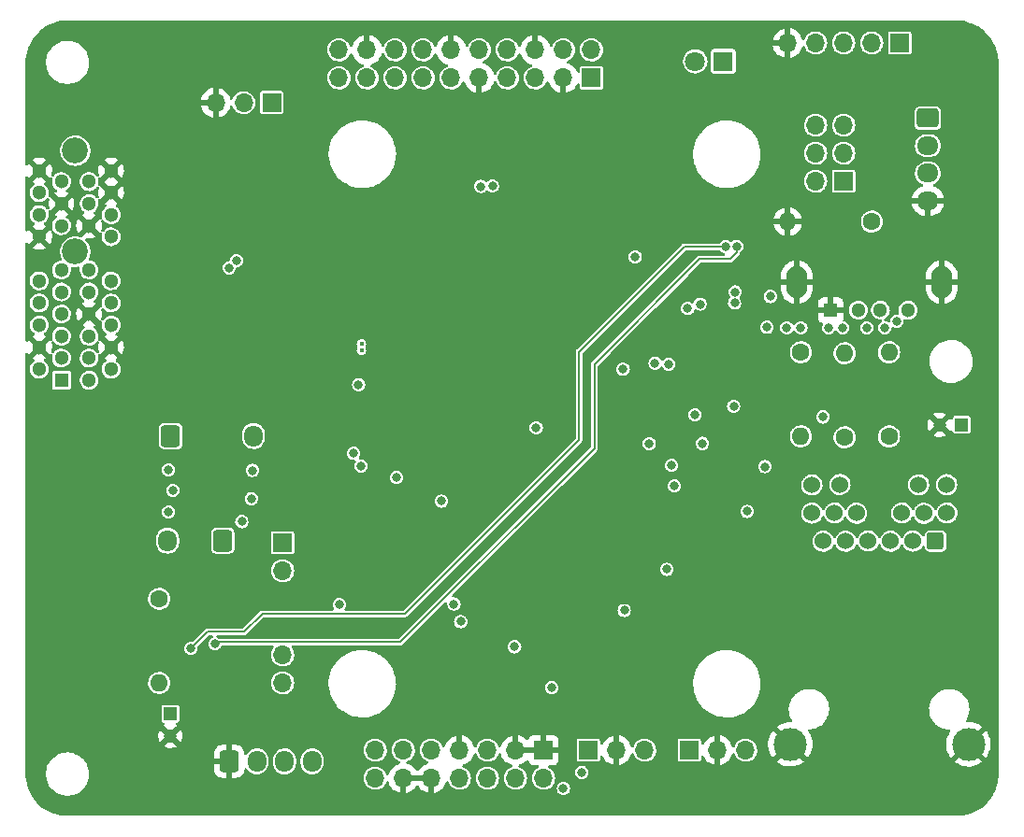
<source format=gbr>
%TF.GenerationSoftware,KiCad,Pcbnew,(5.99.0-6751-g76ac8b5acf)*%
%TF.CreationDate,2020-12-25T16:20:43-05:00*%
%TF.ProjectId,CM4_NAS,434d345f-4e41-4532-9e6b-696361645f70,rev?*%
%TF.SameCoordinates,Original*%
%TF.FileFunction,Copper,L3,Inr*%
%TF.FilePolarity,Positive*%
%FSLAX46Y46*%
G04 Gerber Fmt 4.6, Leading zero omitted, Abs format (unit mm)*
G04 Created by KiCad (PCBNEW (5.99.0-6751-g76ac8b5acf)) date 2020-12-25 16:20:43*
%MOMM*%
%LPD*%
G01*
G04 APERTURE LIST*
G04 Aperture macros list*
%AMRoundRect*
0 Rectangle with rounded corners*
0 $1 Rounding radius*
0 $2 $3 $4 $5 $6 $7 $8 $9 X,Y pos of 4 corners*
0 Add a 4 corners polygon primitive as box body*
4,1,4,$2,$3,$4,$5,$6,$7,$8,$9,$2,$3,0*
0 Add four circle primitives for the rounded corners*
1,1,$1+$1,$2,$3,0*
1,1,$1+$1,$4,$5,0*
1,1,$1+$1,$6,$7,0*
1,1,$1+$1,$8,$9,0*
0 Add four rect primitives between the rounded corners*
20,1,$1+$1,$2,$3,$4,$5,0*
20,1,$1+$1,$4,$5,$6,$7,0*
20,1,$1+$1,$6,$7,$8,$9,0*
20,1,$1+$1,$8,$9,$2,$3,0*%
G04 Aperture macros list end*
%TA.AperFunction,ComponentPad*%
%ADD10R,1.700000X1.700000*%
%TD*%
%TA.AperFunction,ComponentPad*%
%ADD11O,1.700000X1.700000*%
%TD*%
%TA.AperFunction,ComponentPad*%
%ADD12RoundRect,0.250000X-0.600000X-0.725000X0.600000X-0.725000X0.600000X0.725000X-0.600000X0.725000X0*%
%TD*%
%TA.AperFunction,ComponentPad*%
%ADD13O,1.700000X1.950000*%
%TD*%
%TA.AperFunction,ComponentPad*%
%ADD14RoundRect,0.250000X0.600000X0.725000X-0.600000X0.725000X-0.600000X-0.725000X0.600000X-0.725000X0*%
%TD*%
%TA.AperFunction,ComponentPad*%
%ADD15C,2.350000*%
%TD*%
%TA.AperFunction,ComponentPad*%
%ADD16R,1.300000X1.300000*%
%TD*%
%TA.AperFunction,ComponentPad*%
%ADD17C,1.300000*%
%TD*%
%TA.AperFunction,ComponentPad*%
%ADD18RoundRect,0.250000X-0.725000X0.600000X-0.725000X-0.600000X0.725000X-0.600000X0.725000X0.600000X0*%
%TD*%
%TA.AperFunction,ComponentPad*%
%ADD19O,1.950000X1.700000*%
%TD*%
%TA.AperFunction,ComponentPad*%
%ADD20RoundRect,0.249900X-0.600100X-0.725100X0.600100X-0.725100X0.600100X0.725100X-0.600100X0.725100X0*%
%TD*%
%TA.AperFunction,ComponentPad*%
%ADD21RoundRect,0.228600X0.533400X0.533400X-0.533400X0.533400X-0.533400X-0.533400X0.533400X-0.533400X0*%
%TD*%
%TA.AperFunction,ComponentPad*%
%ADD22C,1.524000*%
%TD*%
%TA.AperFunction,ComponentPad*%
%ADD23C,3.000000*%
%TD*%
%TA.AperFunction,ComponentPad*%
%ADD24C,1.600000*%
%TD*%
%TA.AperFunction,ComponentPad*%
%ADD25O,1.600000X1.600000*%
%TD*%
%TA.AperFunction,ComponentPad*%
%ADD26R,1.200000X1.200000*%
%TD*%
%TA.AperFunction,ComponentPad*%
%ADD27C,1.200000*%
%TD*%
%TA.AperFunction,ComponentPad*%
%ADD28O,1.900000X2.900000*%
%TD*%
%TA.AperFunction,ComponentPad*%
%ADD29R,1.800000X1.800000*%
%TD*%
%TA.AperFunction,ComponentPad*%
%ADD30C,1.800000*%
%TD*%
%TA.AperFunction,ViaPad*%
%ADD31C,0.800000*%
%TD*%
%TA.AperFunction,ViaPad*%
%ADD32C,0.450000*%
%TD*%
%TA.AperFunction,Conductor*%
%ADD33C,0.200000*%
%TD*%
G04 APERTURE END LIST*
D10*
%TO.N,/Master_USB2_N*%
%TO.C,J14*%
X164338000Y-84074000D03*
D11*
%TO.N,/Master_USB2_P*%
X161798000Y-84074000D03*
%TO.N,/USB2_N*%
X164338000Y-81534000D03*
%TO.N,/USB2_P*%
X161798000Y-81534000D03*
%TO.N,/Slave_MicroUSB_N*%
X164338000Y-78994000D03*
%TO.N,/Slave_MicroUSB_P*%
X161798000Y-78994000D03*
%TD*%
D10*
%TO.N,/+3.3v*%
%TO.C,J15*%
X112550000Y-76950000D03*
D11*
%TO.N,/Temp_DATA*%
X110010000Y-76950000D03*
%TO.N,GND*%
X107470000Y-76950000D03*
%TD*%
D10*
%TO.N,/USBOTG_ID*%
%TO.C,J13*%
X169418000Y-71540000D03*
D11*
%TO.N,/Slave_MicroUSB_N*%
X166878000Y-71540000D03*
%TO.N,/Slave_MicroUSB_P*%
X164338000Y-71540000D03*
%TO.N,Net-(J13-Pad4)*%
X161798000Y-71540000D03*
%TO.N,GND*%
X159258000Y-71540000D03*
%TD*%
D12*
%TO.N,GND*%
%TO.C,J7*%
X108712000Y-136652000D03*
D13*
%TO.N,+12V*%
X111212000Y-136652000D03*
%TO.N,Net-(J7-Pad3)*%
X113712000Y-136652000D03*
%TO.N,Net-(J7-Pad4)*%
X116212000Y-136652000D03*
%TD*%
D14*
%TO.N,+12V*%
%TO.C,J5*%
X108120000Y-116650000D03*
D13*
%TO.N,GND*%
X105620000Y-116650000D03*
%TO.N,+5V*%
X103120000Y-116650000D03*
%TD*%
D15*
%TO.N,N/C*%
%TO.C,J3*%
X94762000Y-81308000D03*
X94762000Y-90458000D03*
D16*
%TO.N,Net-(J3-PadA1)*%
X93512000Y-102108000D03*
D17*
%TO.N,+12V*%
X91512000Y-101108000D03*
X93512000Y-100108000D03*
%TO.N,GND*%
X91512000Y-99108000D03*
%TO.N,+3V3*%
X93512000Y-98108000D03*
X91512000Y-97108000D03*
%TO.N,Net-(J3-PadA7)*%
X93512000Y-96108000D03*
%TO.N,+3V3*%
X91512000Y-95108000D03*
X93512000Y-94108000D03*
X91512000Y-93108000D03*
%TO.N,/PCIE_nRST*%
X93512000Y-92108000D03*
%TO.N,GND*%
X91512000Y-89108000D03*
%TO.N,/PCIE_CLK_P*%
X93512000Y-88108000D03*
%TO.N,/PCIE_CLK_N*%
X91512000Y-87108000D03*
%TO.N,GND*%
X93512000Y-86108000D03*
%TO.N,/PCIE_RX_N*%
X91512000Y-85108000D03*
%TO.N,/PCIE_RX_P*%
X93512000Y-84108000D03*
%TO.N,GND*%
X91512000Y-83108000D03*
%TO.N,+12V*%
X96012000Y-102108000D03*
X98012000Y-101108000D03*
X96012000Y-100108000D03*
%TO.N,GND*%
X98012000Y-99108000D03*
%TO.N,Net-(J3-PadB5)*%
X96012000Y-98108000D03*
%TO.N,Net-(J3-PadB6)*%
X98012000Y-97108000D03*
%TO.N,GND*%
X96012000Y-96108000D03*
%TO.N,+3V3*%
X98012000Y-95108000D03*
X96012000Y-94108000D03*
X98012000Y-93108000D03*
%TO.N,Net-(J3-PadB11)*%
X96012000Y-92108000D03*
%TO.N,/PCIE_CLK_nREQ*%
X98012000Y-89108000D03*
%TO.N,GND*%
X96012000Y-88108000D03*
%TO.N,/PCIE_TX_N*%
X98012000Y-87108000D03*
%TO.N,/PCIE_TX_P*%
X96012000Y-86108000D03*
%TO.N,GND*%
X98012000Y-85108000D03*
%TO.N,Net-(J3-PadB17)*%
X96012000Y-84108000D03*
%TO.N,GND*%
X98012000Y-83108000D03*
%TD*%
D18*
%TO.N,/SDA*%
%TO.C,J8*%
X171958000Y-78352000D03*
D19*
%TO.N,/SCL*%
X171958000Y-80852000D03*
%TO.N,/+3.3v*%
X171958000Y-83352000D03*
%TO.N,GND*%
X171958000Y-85852000D03*
%TD*%
D10*
%TO.N,+12V*%
%TO.C,J6*%
X113538000Y-116840000D03*
D11*
X113538000Y-119380000D03*
%TO.N,GND*%
X113538000Y-121920000D03*
X113538000Y-124460000D03*
%TO.N,+3V3*%
X113538000Y-127000000D03*
X113538000Y-129540000D03*
%TD*%
D10*
%TO.N,/GLOBAL_EN*%
%TO.C,J11*%
X150368000Y-135636000D03*
D11*
%TO.N,GND*%
X152908000Y-135636000D03*
%TO.N,/RUN_PG*%
X155448000Y-135636000D03*
%TD*%
D10*
%TO.N,/WL_nDis*%
%TO.C,J9*%
X141224000Y-135636000D03*
D11*
%TO.N,GND*%
X143764000Y-135636000D03*
%TO.N,/BT_nDis*%
X146304000Y-135636000D03*
%TD*%
D20*
%TO.N,+5V*%
%TO.C,J4*%
X103400000Y-107170000D03*
D13*
%TO.N,GND*%
X105900000Y-107170000D03*
X108400000Y-107170000D03*
%TO.N,+12V*%
X110900000Y-107170000D03*
%TD*%
D21*
%TO.N,Net-(C1-Pad1)*%
%TO.C,U4*%
X172656000Y-116685000D03*
D22*
%TO.N,/TRD2_N*%
X170616000Y-116685000D03*
%TO.N,/TRD2_P*%
X168586000Y-116695000D03*
%TO.N,/TRD1_P*%
X166546000Y-116675000D03*
%TO.N,/TRD1_N*%
X164516000Y-116695000D03*
%TO.N,Net-(C1-Pad1)*%
X162486000Y-116695000D03*
X173666000Y-114135000D03*
%TO.N,/TRD3_P*%
X171626000Y-114165000D03*
%TO.N,/TRD3_N*%
X169596000Y-114135000D03*
%TO.N,/TRD0_N*%
X165506000Y-114155000D03*
%TO.N,/TRD0_P*%
X163496000Y-114135000D03*
%TO.N,Net-(C1-Pad1)*%
X161466000Y-114145000D03*
%TO.N,Net-(R3-Pad1)*%
X173656000Y-111575000D03*
%TO.N,/+3.3v*%
X171116000Y-111585000D03*
%TO.N,Net-(R2-Pad1)*%
X163996000Y-111555000D03*
%TO.N,/+3.3v*%
X161456000Y-111595000D03*
D23*
%TO.N,GND*%
X175636000Y-135105000D03*
X159506000Y-135097000D03*
%TD*%
D24*
%TO.N,Net-(J7-Pad3)*%
%TO.C,R5*%
X102362000Y-121920000D03*
D25*
%TO.N,/+3.3v*%
X102362000Y-129540000D03*
%TD*%
D26*
%TO.N,Net-(C1-Pad1)*%
%TO.C,C1*%
X175020000Y-106140000D03*
D27*
%TO.N,GND*%
X173020000Y-106140000D03*
%TD*%
D10*
%TO.N,GND*%
%TO.C,J10*%
X137160000Y-135636000D03*
D11*
%TO.N,/nRPIBOOT*%
X137160000Y-138176000D03*
%TO.N,GND*%
X134620000Y-135636000D03*
%TO.N,/EEPROM_nWP*%
X134620000Y-138176000D03*
%TO.N,/AIN0*%
X132080000Y-135636000D03*
%TO.N,/AIN1*%
X132080000Y-138176000D03*
%TO.N,GND*%
X129540000Y-135636000D03*
%TO.N,/SYNC_IN*%
X129540000Y-138176000D03*
%TO.N,/SYNC_OUT*%
X127000000Y-135636000D03*
%TO.N,GND*%
X127000000Y-138176000D03*
%TO.N,/TV_OUT*%
X124460000Y-135636000D03*
%TO.N,GND*%
X124460000Y-138176000D03*
%TO.N,Net-(J10-Pad13)*%
X121920000Y-135636000D03*
%TO.N,/GLOBAL_EN*%
X121920000Y-138176000D03*
%TD*%
D24*
%TO.N,Net-(D1-Pad1)*%
%TO.C,R1*%
X160460000Y-99570000D03*
D25*
%TO.N,Net-(Module1-Pad21)*%
X160460000Y-107190000D03*
%TD*%
D24*
%TO.N,/USBOTG_ID*%
%TO.C,R4*%
X166890000Y-87730000D03*
D25*
%TO.N,GND*%
X159270000Y-87730000D03*
%TD*%
D17*
%TO.N,+5V*%
%TO.C,J1*%
X170158000Y-95758000D03*
%TO.N,/Master_USB2_N*%
X167658000Y-95758000D03*
%TO.N,/Master_USB2_P*%
X165658000Y-95758000D03*
D16*
%TO.N,GND*%
X163158000Y-95758000D03*
D28*
X173228000Y-93218000D03*
X160088000Y-93218000D03*
%TD*%
D26*
%TO.N,/+3.3v*%
%TO.C,C2*%
X103378000Y-132334000D03*
D27*
%TO.N,GND*%
X103378000Y-134334000D03*
%TD*%
D24*
%TO.N,Net-(R3-Pad1)*%
%TO.C,R3*%
X168450000Y-107200000D03*
D25*
%TO.N,/ETH_LEDG*%
X168450000Y-99580000D03*
%TD*%
D11*
%TO.N,/HDMI0_D2_P*%
%TO.C,J2*%
X141500000Y-72160000D03*
%TO.N,GND*%
X138960000Y-74700000D03*
%TO.N,/HDMI0_D2_N*%
X138960000Y-72160000D03*
%TO.N,/HDMI0_D1_P*%
X136420000Y-74700000D03*
%TO.N,GND*%
X136420000Y-72160000D03*
%TO.N,/HDMI0_D1_N*%
X133880000Y-74700000D03*
%TO.N,/HDMI0_D0_P*%
X133880000Y-72160000D03*
%TO.N,GND*%
X131340000Y-74700000D03*
%TO.N,/HDMI0_D0_N*%
X131340000Y-72160000D03*
%TO.N,/HDMI0_CK_P*%
X128800000Y-74700000D03*
%TO.N,GND*%
X128800000Y-72160000D03*
%TO.N,/HDMI0_CK_N*%
X126260000Y-74700000D03*
%TO.N,/HDMI0_CEC*%
X126260000Y-72160000D03*
%TO.N,Net-(J2-Pad14)*%
X123720000Y-74700000D03*
%TO.N,/HDMI0_SCL*%
X123720000Y-72160000D03*
%TO.N,/HDMI0_SDA*%
X121180000Y-74700000D03*
%TO.N,GND*%
X121180000Y-72160000D03*
%TO.N,+5V*%
X118640000Y-74700000D03*
%TO.N,/HDMI0_HOTPLUG*%
X118640000Y-72160000D03*
D10*
%TO.N,N/C*%
X141500000Y-74700000D03*
%TD*%
D29*
%TO.N,Net-(D1-Pad1)*%
%TO.C,D1*%
X153440000Y-73196000D03*
D30*
%TO.N,/+3.3v*%
X150900000Y-73196000D03*
%TD*%
D24*
%TO.N,Net-(R2-Pad1)*%
%TO.C,R2*%
X164420000Y-107280000D03*
D25*
%TO.N,/ETH_LEDY*%
X164420000Y-99660000D03*
%TD*%
D31*
%TO.N,GND*%
X153840000Y-107740000D03*
X109410000Y-101310000D03*
X151350000Y-99330000D03*
X135850000Y-80380000D03*
X156540000Y-115540000D03*
X115280000Y-96100000D03*
X144640000Y-104830000D03*
X120230000Y-107430000D03*
X123950000Y-95070000D03*
X157560000Y-112860000D03*
X148430000Y-97390000D03*
X118440000Y-89260000D03*
X101500000Y-95460000D03*
X126750000Y-89000000D03*
X114550000Y-112270000D03*
X146350000Y-101520000D03*
X169570000Y-111020000D03*
X120960000Y-77540000D03*
X166670000Y-115160000D03*
X120520000Y-103900000D03*
X153880000Y-109750000D03*
X123150000Y-120520000D03*
X174470000Y-116140000D03*
X120920000Y-124420000D03*
X172600000Y-112740000D03*
X160620000Y-118280000D03*
X159650000Y-114710000D03*
X110440000Y-96090000D03*
X119000000Y-116260000D03*
X126330000Y-77610000D03*
X104240000Y-89350000D03*
X166480000Y-111930000D03*
%TO.N,/+3.3v*%
X150210000Y-95610000D03*
X155580000Y-114000000D03*
%TO.N,+5V*%
X157390001Y-97309999D03*
X118660000Y-122450000D03*
X166426001Y-97358001D03*
X162991999Y-97358001D03*
X168071999Y-97358001D03*
X103210000Y-114050000D03*
X103200000Y-110240000D03*
X164261999Y-97358001D03*
X159190000Y-97350000D03*
X160460000Y-97350000D03*
X103600000Y-112100000D03*
X169153000Y-96763000D03*
%TO.N,/HDMI0_HOTPLUG*%
X120420000Y-102500000D03*
%TO.N,/HDMI0_SDA*%
X131490000Y-84540000D03*
%TO.N,/HDMI0_CEC*%
X132530000Y-84520000D03*
D32*
%TO.N,/HDMI0_D2_N*%
X120680000Y-98817800D03*
%TO.N,/HDMI0_D2_P*%
X120680000Y-99420200D03*
D31*
%TO.N,/PCIE_CLK_nREQ*%
X119970000Y-108740000D03*
%TO.N,+12V*%
X110810000Y-110280000D03*
X110720000Y-112830000D03*
X109845000Y-114925000D03*
%TO.N,/PCIE_RX_P*%
X108706498Y-91913502D03*
%TO.N,/PCIE_RX_N*%
X109353502Y-91266498D03*
%TO.N,/PCIE_nRST*%
X120657500Y-109870000D03*
%TO.N,/SDA*%
X153650000Y-90010000D03*
X105230653Y-126420653D03*
%TO.N,/SCL*%
X107405405Y-126004595D03*
X154660000Y-89970000D03*
%TO.N,/BT_nDis*%
X154462510Y-95108348D03*
X144470000Y-122970000D03*
X151557500Y-107830000D03*
X148490000Y-100650000D03*
%TO.N,/WL_nDis*%
X154380000Y-104460000D03*
X146740000Y-107840000D03*
%TO.N,/GLOBAL_EN*%
X147260000Y-100550000D03*
X150870000Y-105240000D03*
X148340000Y-119250000D03*
X154520000Y-94110000D03*
%TO.N,Net-(J10-Pad13)*%
X140640000Y-137640000D03*
%TO.N,/TV_OUT*%
X123850000Y-110920000D03*
X127930000Y-113070000D03*
%TO.N,/SYNC_OUT*%
X148760000Y-109820000D03*
X129050000Y-122390000D03*
%TO.N,/SYNC_IN*%
X129660000Y-123990000D03*
X149020000Y-111680000D03*
%TO.N,/nRPIBOOT*%
X138960000Y-139100000D03*
X157690000Y-94520000D03*
%TO.N,/RUN_PG*%
X134550000Y-126270000D03*
X144370000Y-101120000D03*
X151330000Y-95206500D03*
X137900000Y-129960000D03*
%TO.N,/USBOTG_ID*%
X145470000Y-90920000D03*
%TO.N,/Temp_DATA*%
X136500000Y-106400000D03*
%TO.N,/ETH_LEDY*%
X162460000Y-105440000D03*
%TO.N,/ETH_LEDG*%
X157199999Y-109940000D03*
%TD*%
D33*
%TO.N,/SDA*%
X140370000Y-107520000D02*
X124610000Y-123280000D01*
X124610000Y-123280000D02*
X111660000Y-123280000D01*
X111642499Y-123297501D02*
X111642499Y-123322499D01*
X153650000Y-90010000D02*
X149890000Y-90010000D01*
X111660000Y-123280000D02*
X111642499Y-123297501D01*
X140370000Y-99530000D02*
X140370000Y-107520000D01*
X149890000Y-90010000D02*
X140370000Y-99530000D01*
X106751306Y-124900000D02*
X105230653Y-126420653D01*
X111642499Y-123322499D02*
X110064998Y-124900000D01*
X110064998Y-124900000D02*
X106751306Y-124900000D01*
%TO.N,/SCL*%
X141760000Y-108300000D02*
X124220000Y-125840000D01*
X154660000Y-89970000D02*
X154660000Y-90535685D01*
X124220000Y-125840000D02*
X124210001Y-125849999D01*
X154660000Y-90535685D02*
X154065685Y-91130000D01*
X141760000Y-100690000D02*
X141760000Y-108300000D01*
X154065685Y-91130000D02*
X151320000Y-91130000D01*
X151320000Y-91130000D02*
X141760000Y-100690000D01*
X107560001Y-125849999D02*
X107405405Y-126004595D01*
X124210001Y-125849999D02*
X107560001Y-125849999D01*
%TD*%
%TA.AperFunction,Conductor*%
%TO.N,GND*%
G36*
X174521428Y-69502450D02*
G01*
X174521465Y-69502157D01*
X174528540Y-69503045D01*
X174535467Y-69504724D01*
X174624841Y-69505780D01*
X174739668Y-69507137D01*
X174750529Y-69507735D01*
X175058435Y-69538062D01*
X175111014Y-69543240D01*
X175123239Y-69545053D01*
X175476597Y-69615341D01*
X175488584Y-69618344D01*
X175593708Y-69650233D01*
X175833330Y-69722922D01*
X175844972Y-69727087D01*
X176177823Y-69864959D01*
X176189002Y-69870246D01*
X176295172Y-69926995D01*
X176506723Y-70040071D01*
X176517327Y-70046427D01*
X176782658Y-70223716D01*
X176816876Y-70246580D01*
X176826795Y-70253936D01*
X177105300Y-70482499D01*
X177114453Y-70490795D01*
X177369204Y-70745547D01*
X177377508Y-70754709D01*
X177537250Y-70949356D01*
X177606059Y-71033201D01*
X177613424Y-71043132D01*
X177813583Y-71342692D01*
X177819940Y-71353298D01*
X177989764Y-71671020D01*
X177995046Y-71682188D01*
X178111470Y-71963258D01*
X178132911Y-72015022D01*
X178137073Y-72026653D01*
X178241661Y-72371438D01*
X178244660Y-72383412D01*
X178286748Y-72595000D01*
X178314945Y-72736752D01*
X178316759Y-72748984D01*
X178352264Y-73109472D01*
X178352862Y-73120333D01*
X178354963Y-73298069D01*
X178355273Y-73324340D01*
X178356927Y-73331217D01*
X178357802Y-73338236D01*
X178357549Y-73338268D01*
X178359999Y-73358929D01*
X178360001Y-137740921D01*
X178357551Y-137761429D01*
X178357843Y-137761466D01*
X178356956Y-137768538D01*
X178355276Y-137775467D01*
X178354829Y-137813313D01*
X178352863Y-137979669D01*
X178352265Y-137990530D01*
X178316760Y-138351012D01*
X178314947Y-138363239D01*
X178264909Y-138614798D01*
X178244663Y-138716580D01*
X178241660Y-138728571D01*
X178137073Y-139073351D01*
X178132916Y-139084968D01*
X177995046Y-139417815D01*
X177989759Y-139428992D01*
X177834624Y-139719231D01*
X177819932Y-139746717D01*
X177813576Y-139757321D01*
X177664247Y-139980809D01*
X177613427Y-140056866D01*
X177606062Y-140066797D01*
X177377511Y-140345289D01*
X177369207Y-140354451D01*
X177114466Y-140609194D01*
X177105303Y-140617498D01*
X176826810Y-140846051D01*
X176816879Y-140853417D01*
X176517329Y-141053571D01*
X176506725Y-141059927D01*
X176307765Y-141166273D01*
X176188995Y-141229757D01*
X176177817Y-141235044D01*
X175844971Y-141372913D01*
X175833329Y-141377078D01*
X175488591Y-141481654D01*
X175476597Y-141484659D01*
X175123247Y-141554946D01*
X175111015Y-141556760D01*
X174750526Y-141592265D01*
X174739665Y-141592863D01*
X174542735Y-141595190D01*
X174542732Y-141595190D01*
X174535659Y-141595274D01*
X174528782Y-141596928D01*
X174521763Y-141597803D01*
X174521731Y-141597550D01*
X174501070Y-141600000D01*
X94119073Y-141600000D01*
X94098568Y-141597550D01*
X94098531Y-141597843D01*
X94091463Y-141596956D01*
X94084532Y-141595276D01*
X93990478Y-141594165D01*
X93880330Y-141592863D01*
X93869469Y-141592265D01*
X93508989Y-141556760D01*
X93496757Y-141554946D01*
X93143414Y-141484661D01*
X93131420Y-141481657D01*
X92924806Y-141418982D01*
X92786655Y-141377075D01*
X92775026Y-141372914D01*
X92442180Y-141235043D01*
X92431009Y-141229759D01*
X92113283Y-141059932D01*
X92102677Y-141053575D01*
X92102671Y-141053571D01*
X91803131Y-140853425D01*
X91793203Y-140846062D01*
X91514711Y-140617511D01*
X91505549Y-140609207D01*
X91250806Y-140354466D01*
X91242502Y-140345303D01*
X91013949Y-140066810D01*
X91006583Y-140056879D01*
X90806429Y-139757329D01*
X90800072Y-139746723D01*
X90799468Y-139745592D01*
X90630242Y-139428995D01*
X90624955Y-139417817D01*
X90576402Y-139300601D01*
X90487087Y-139084973D01*
X90482927Y-139073350D01*
X90378341Y-138728574D01*
X90375337Y-138716580D01*
X90305054Y-138363248D01*
X90303240Y-138351016D01*
X90267735Y-137990527D01*
X90267137Y-137979666D01*
X90264810Y-137782736D01*
X90264810Y-137782733D01*
X90264726Y-137775660D01*
X90263072Y-137768783D01*
X90262197Y-137761764D01*
X90262450Y-137761732D01*
X90260000Y-137741071D01*
X90260000Y-137738592D01*
X92105966Y-137738592D01*
X92111499Y-137879394D01*
X92112641Y-137908469D01*
X92112641Y-137908471D01*
X92116538Y-138007673D01*
X92116807Y-138014531D01*
X92117605Y-138018903D01*
X92117606Y-138018908D01*
X92144174Y-138164378D01*
X92166421Y-138286189D01*
X92253817Y-138548146D01*
X92255809Y-138552133D01*
X92255810Y-138552135D01*
X92374065Y-138788801D01*
X92377250Y-138795176D01*
X92396069Y-138822404D01*
X92481038Y-138945343D01*
X92534260Y-139022349D01*
X92601596Y-139095193D01*
X92714699Y-139217548D01*
X92721711Y-139225134D01*
X92725165Y-139227946D01*
X92932409Y-139396669D01*
X92932413Y-139396672D01*
X92935866Y-139399483D01*
X92952174Y-139409301D01*
X93157930Y-139533176D01*
X93172450Y-139541918D01*
X93261193Y-139579496D01*
X93422639Y-139647860D01*
X93422644Y-139647862D01*
X93426742Y-139649597D01*
X93431040Y-139650736D01*
X93431044Y-139650738D01*
X93547849Y-139681708D01*
X93693671Y-139720372D01*
X93967908Y-139752830D01*
X94243983Y-139746324D01*
X94396758Y-139720895D01*
X94511997Y-139701714D01*
X94512001Y-139701713D01*
X94516387Y-139700983D01*
X94520628Y-139699642D01*
X94520631Y-139699641D01*
X94775439Y-139619056D01*
X94775441Y-139619055D01*
X94779685Y-139617713D01*
X94783696Y-139615787D01*
X94783701Y-139615785D01*
X95024604Y-139500105D01*
X95024605Y-139500104D01*
X95028623Y-139498175D01*
X95249922Y-139350307D01*
X95254526Y-139347231D01*
X95254530Y-139347228D01*
X95258234Y-139344753D01*
X95261551Y-139341782D01*
X95261555Y-139341779D01*
X95460620Y-139163482D01*
X95460621Y-139163481D01*
X95463938Y-139160510D01*
X95641629Y-138949120D01*
X95787763Y-138714803D01*
X95808975Y-138666824D01*
X95897625Y-138466300D01*
X95899423Y-138462233D01*
X95974382Y-138196449D01*
X95979107Y-138161270D01*
X120865103Y-138161270D01*
X120882332Y-138366448D01*
X120939086Y-138564371D01*
X120965002Y-138614798D01*
X121018337Y-138718577D01*
X121033202Y-138747502D01*
X121037025Y-138752326D01*
X121037028Y-138752330D01*
X121108452Y-138842444D01*
X121161097Y-138908865D01*
X121165790Y-138912859D01*
X121165791Y-138912860D01*
X121294441Y-139022349D01*
X121317897Y-139042312D01*
X121497632Y-139142763D01*
X121693454Y-139206389D01*
X121897906Y-139230769D01*
X121904041Y-139230297D01*
X121904043Y-139230297D01*
X122097058Y-139215445D01*
X122097063Y-139215444D01*
X122103199Y-139214972D01*
X122109129Y-139213316D01*
X122109131Y-139213316D01*
X122295586Y-139161257D01*
X122295585Y-139161257D01*
X122301514Y-139159602D01*
X122334850Y-139142763D01*
X122388080Y-139115874D01*
X122485297Y-139066766D01*
X122546845Y-139018680D01*
X122642693Y-138943795D01*
X122647549Y-138940001D01*
X122670977Y-138912860D01*
X122749056Y-138822404D01*
X122782088Y-138784136D01*
X122883790Y-138605107D01*
X122907726Y-138533154D01*
X122948208Y-138474829D01*
X123013796Y-138447650D01*
X123083666Y-138460245D01*
X123146526Y-138532216D01*
X123210230Y-138718810D01*
X123214497Y-138728533D01*
X123319556Y-138921625D01*
X123325402Y-138930491D01*
X123461486Y-139103113D01*
X123468750Y-139110875D01*
X123631967Y-139258094D01*
X123640444Y-139264528D01*
X123826122Y-139382136D01*
X123835567Y-139387053D01*
X124038406Y-139471694D01*
X124048545Y-139474950D01*
X124188345Y-139507096D01*
X124200566Y-139506368D01*
X124204104Y-139495941D01*
X124713999Y-139495941D01*
X124718150Y-139510079D01*
X124728795Y-139511774D01*
X124732201Y-139511094D01*
X124943333Y-139449954D01*
X124953259Y-139446143D01*
X125151065Y-139350307D01*
X125160212Y-139344876D01*
X125339041Y-139217083D01*
X125347149Y-139210182D01*
X125501893Y-139054082D01*
X125508706Y-139045933D01*
X125627687Y-138876327D01*
X125683183Y-138832047D01*
X125753809Y-138824800D01*
X125817141Y-138856886D01*
X125841516Y-138888469D01*
X125859556Y-138921625D01*
X125865402Y-138930491D01*
X126001486Y-139103113D01*
X126008750Y-139110875D01*
X126171967Y-139258094D01*
X126180444Y-139264528D01*
X126366122Y-139382136D01*
X126375567Y-139387053D01*
X126578406Y-139471694D01*
X126588545Y-139474950D01*
X126728345Y-139507096D01*
X126740566Y-139506368D01*
X126746000Y-139490356D01*
X126746001Y-138448115D01*
X126741526Y-138432876D01*
X126740136Y-138431671D01*
X126732453Y-138430000D01*
X125858003Y-138429999D01*
X125857997Y-138430000D01*
X124732115Y-138429999D01*
X124716876Y-138434474D01*
X124715671Y-138435864D01*
X124714000Y-138443547D01*
X124713999Y-139495941D01*
X124204104Y-139495941D01*
X124206000Y-139490356D01*
X124206001Y-138430000D01*
X124206000Y-138429996D01*
X124206001Y-138048000D01*
X124226003Y-137979879D01*
X124279659Y-137933386D01*
X124332001Y-137922000D01*
X125601997Y-137922001D01*
X125602003Y-137922000D01*
X126745998Y-137922001D01*
X126746004Y-137922000D01*
X127128000Y-137922001D01*
X127196121Y-137942003D01*
X127242614Y-137995659D01*
X127254000Y-138048001D01*
X127253999Y-139495941D01*
X127258150Y-139510079D01*
X127268795Y-139511774D01*
X127272201Y-139511094D01*
X127483333Y-139449954D01*
X127493259Y-139446143D01*
X127691065Y-139350307D01*
X127700212Y-139344876D01*
X127879041Y-139217083D01*
X127887149Y-139210182D01*
X128041893Y-139054082D01*
X128048706Y-139045933D01*
X128174940Y-138865988D01*
X128180295Y-138856787D01*
X128274399Y-138658156D01*
X128278123Y-138648197D01*
X128308930Y-138538231D01*
X128346567Y-138478031D01*
X128410776Y-138447736D01*
X128481170Y-138456965D01*
X128535401Y-138502786D01*
X128551378Y-138537491D01*
X128554715Y-138549127D01*
X128559086Y-138564371D01*
X128585002Y-138614798D01*
X128638337Y-138718577D01*
X128653202Y-138747502D01*
X128657025Y-138752326D01*
X128657028Y-138752330D01*
X128728452Y-138842444D01*
X128781097Y-138908865D01*
X128785790Y-138912859D01*
X128785791Y-138912860D01*
X128914441Y-139022349D01*
X128937897Y-139042312D01*
X129117632Y-139142763D01*
X129313454Y-139206389D01*
X129517906Y-139230769D01*
X129524041Y-139230297D01*
X129524043Y-139230297D01*
X129717058Y-139215445D01*
X129717063Y-139215444D01*
X129723199Y-139214972D01*
X129729129Y-139213316D01*
X129729131Y-139213316D01*
X129915586Y-139161257D01*
X129915585Y-139161257D01*
X129921514Y-139159602D01*
X129954850Y-139142763D01*
X130008080Y-139115874D01*
X130105297Y-139066766D01*
X130166845Y-139018680D01*
X130262693Y-138943795D01*
X130267549Y-138940001D01*
X130290977Y-138912860D01*
X130369056Y-138822404D01*
X130402088Y-138784136D01*
X130503790Y-138605107D01*
X130568783Y-138409734D01*
X130576201Y-138351012D01*
X130594147Y-138208960D01*
X130594148Y-138208951D01*
X130594589Y-138205457D01*
X130595000Y-138176000D01*
X130593556Y-138161270D01*
X131025103Y-138161270D01*
X131042332Y-138366448D01*
X131099086Y-138564371D01*
X131125002Y-138614798D01*
X131178337Y-138718577D01*
X131193202Y-138747502D01*
X131197025Y-138752326D01*
X131197028Y-138752330D01*
X131268452Y-138842444D01*
X131321097Y-138908865D01*
X131325790Y-138912859D01*
X131325791Y-138912860D01*
X131454441Y-139022349D01*
X131477897Y-139042312D01*
X131657632Y-139142763D01*
X131853454Y-139206389D01*
X132057906Y-139230769D01*
X132064041Y-139230297D01*
X132064043Y-139230297D01*
X132257058Y-139215445D01*
X132257063Y-139215444D01*
X132263199Y-139214972D01*
X132269129Y-139213316D01*
X132269131Y-139213316D01*
X132455586Y-139161257D01*
X132455585Y-139161257D01*
X132461514Y-139159602D01*
X132494850Y-139142763D01*
X132548080Y-139115874D01*
X132645297Y-139066766D01*
X132706845Y-139018680D01*
X132802693Y-138943795D01*
X132807549Y-138940001D01*
X132830977Y-138912860D01*
X132909056Y-138822404D01*
X132942088Y-138784136D01*
X133043790Y-138605107D01*
X133108783Y-138409734D01*
X133116201Y-138351012D01*
X133134147Y-138208960D01*
X133134148Y-138208951D01*
X133134589Y-138205457D01*
X133135000Y-138176000D01*
X133114908Y-137971083D01*
X133055396Y-137773971D01*
X132979809Y-137631812D01*
X132961626Y-137597614D01*
X132961624Y-137597611D01*
X132958732Y-137592172D01*
X132954842Y-137587402D01*
X132954839Y-137587398D01*
X132832492Y-137437386D01*
X132832489Y-137437383D01*
X132828597Y-137432611D01*
X132805239Y-137413287D01*
X132741827Y-137360828D01*
X132669949Y-137301365D01*
X132488829Y-137203434D01*
X132292137Y-137142548D01*
X132286012Y-137141904D01*
X132286011Y-137141904D01*
X132093494Y-137121670D01*
X132093492Y-137121670D01*
X132087365Y-137121026D01*
X132001232Y-137128865D01*
X131888452Y-137139128D01*
X131888449Y-137139129D01*
X131882313Y-137139687D01*
X131876407Y-137141425D01*
X131876403Y-137141426D01*
X131782474Y-137169071D01*
X131684790Y-137197821D01*
X131679332Y-137200674D01*
X131679328Y-137200676D01*
X131638035Y-137222264D01*
X131502321Y-137293214D01*
X131497523Y-137297072D01*
X131497521Y-137297073D01*
X131467721Y-137321033D01*
X131341855Y-137422231D01*
X131209505Y-137579960D01*
X131206541Y-137585352D01*
X131206538Y-137585356D01*
X131166016Y-137659066D01*
X131110312Y-137760391D01*
X131108451Y-137766258D01*
X131108450Y-137766260D01*
X131059046Y-137922001D01*
X131048054Y-137956653D01*
X131025103Y-138161270D01*
X130593556Y-138161270D01*
X130574908Y-137971083D01*
X130515396Y-137773971D01*
X130439809Y-137631812D01*
X130421626Y-137597614D01*
X130421624Y-137597611D01*
X130418732Y-137592172D01*
X130414842Y-137587402D01*
X130414839Y-137587398D01*
X130292492Y-137437386D01*
X130292489Y-137437383D01*
X130288597Y-137432611D01*
X130265239Y-137413287D01*
X130201827Y-137360828D01*
X130129949Y-137301365D01*
X129948829Y-137203434D01*
X129896831Y-137187338D01*
X129837672Y-137148086D01*
X129809125Y-137083082D01*
X129820254Y-137012963D01*
X129899044Y-136945945D01*
X130023333Y-136909953D01*
X130033259Y-136906143D01*
X130231065Y-136810307D01*
X130240212Y-136804876D01*
X130419041Y-136677083D01*
X130427149Y-136670182D01*
X130581893Y-136514082D01*
X130588706Y-136505933D01*
X130714940Y-136325988D01*
X130720295Y-136316787D01*
X130814399Y-136118156D01*
X130818123Y-136108197D01*
X130848930Y-135998231D01*
X130886567Y-135938031D01*
X130950776Y-135907736D01*
X131021170Y-135916965D01*
X131075401Y-135962786D01*
X131091378Y-135997491D01*
X131099086Y-136024371D01*
X131193202Y-136207502D01*
X131197025Y-136212326D01*
X131197028Y-136212330D01*
X131287113Y-136325988D01*
X131321097Y-136368865D01*
X131325790Y-136372859D01*
X131325791Y-136372860D01*
X131453078Y-136481189D01*
X131477897Y-136502312D01*
X131657632Y-136602763D01*
X131853454Y-136666389D01*
X132057906Y-136690769D01*
X132064041Y-136690297D01*
X132064043Y-136690297D01*
X132257058Y-136675445D01*
X132257063Y-136675444D01*
X132263199Y-136674972D01*
X132269129Y-136673316D01*
X132269131Y-136673316D01*
X132396156Y-136637850D01*
X132461514Y-136619602D01*
X132494850Y-136602763D01*
X132550305Y-136574750D01*
X132645297Y-136526766D01*
X132715221Y-136472136D01*
X132802693Y-136403795D01*
X132807549Y-136400001D01*
X132830977Y-136372860D01*
X132868307Y-136329612D01*
X132942088Y-136244136D01*
X132996571Y-136148228D01*
X133040747Y-136070464D01*
X133040748Y-136070463D01*
X133043790Y-136065107D01*
X133047562Y-136053770D01*
X133067726Y-135993154D01*
X133108208Y-135934829D01*
X133173796Y-135907650D01*
X133243666Y-135920245D01*
X133306526Y-135992216D01*
X133370230Y-136178810D01*
X133374497Y-136188533D01*
X133479556Y-136381625D01*
X133485402Y-136390491D01*
X133621486Y-136563113D01*
X133628750Y-136570875D01*
X133791967Y-136718094D01*
X133800444Y-136724528D01*
X133986122Y-136842136D01*
X133995567Y-136847053D01*
X134198406Y-136931694D01*
X134208545Y-136934950D01*
X134250173Y-136944522D01*
X134312079Y-136979281D01*
X134345365Y-137041991D01*
X134339463Y-137112742D01*
X134296247Y-137169071D01*
X134257510Y-137188191D01*
X134224790Y-137197821D01*
X134219332Y-137200674D01*
X134219328Y-137200676D01*
X134178035Y-137222264D01*
X134042321Y-137293214D01*
X134037523Y-137297072D01*
X134037521Y-137297073D01*
X134007721Y-137321033D01*
X133881855Y-137422231D01*
X133749505Y-137579960D01*
X133746541Y-137585352D01*
X133746538Y-137585356D01*
X133706016Y-137659066D01*
X133650312Y-137760391D01*
X133648451Y-137766258D01*
X133648450Y-137766260D01*
X133599046Y-137922001D01*
X133588054Y-137956653D01*
X133565103Y-138161270D01*
X133582332Y-138366448D01*
X133639086Y-138564371D01*
X133665002Y-138614798D01*
X133718337Y-138718577D01*
X133733202Y-138747502D01*
X133737025Y-138752326D01*
X133737028Y-138752330D01*
X133808452Y-138842444D01*
X133861097Y-138908865D01*
X133865790Y-138912859D01*
X133865791Y-138912860D01*
X133994441Y-139022349D01*
X134017897Y-139042312D01*
X134197632Y-139142763D01*
X134393454Y-139206389D01*
X134597906Y-139230769D01*
X134604041Y-139230297D01*
X134604043Y-139230297D01*
X134797058Y-139215445D01*
X134797063Y-139215444D01*
X134803199Y-139214972D01*
X134809129Y-139213316D01*
X134809131Y-139213316D01*
X134995586Y-139161257D01*
X134995585Y-139161257D01*
X135001514Y-139159602D01*
X135034850Y-139142763D01*
X135088080Y-139115874D01*
X135185297Y-139066766D01*
X135246845Y-139018680D01*
X135342693Y-138943795D01*
X135347549Y-138940001D01*
X135370977Y-138912860D01*
X135449056Y-138822404D01*
X135482088Y-138784136D01*
X135583790Y-138605107D01*
X135648783Y-138409734D01*
X135656201Y-138351012D01*
X135674147Y-138208960D01*
X135674148Y-138208951D01*
X135674589Y-138205457D01*
X135675000Y-138176000D01*
X135654908Y-137971083D01*
X135595396Y-137773971D01*
X135519809Y-137631812D01*
X135501626Y-137597614D01*
X135501624Y-137597611D01*
X135498732Y-137592172D01*
X135494842Y-137587402D01*
X135494839Y-137587398D01*
X135372492Y-137437386D01*
X135372489Y-137437383D01*
X135368597Y-137432611D01*
X135345239Y-137413287D01*
X135281827Y-137360828D01*
X135209949Y-137301365D01*
X135028829Y-137203434D01*
X134976831Y-137187338D01*
X134917672Y-137148086D01*
X134889125Y-137083082D01*
X134900254Y-137012963D01*
X134979044Y-136945945D01*
X135103333Y-136909953D01*
X135113259Y-136906143D01*
X135311065Y-136810307D01*
X135320212Y-136804876D01*
X135499041Y-136677083D01*
X135507149Y-136670182D01*
X135614399Y-136561992D01*
X135676562Y-136527696D01*
X135747399Y-136532451D01*
X135804420Y-136574750D01*
X135827003Y-136623915D01*
X135840964Y-136688094D01*
X135849455Y-136708594D01*
X135917426Y-136814360D01*
X135929112Y-136827847D01*
X136025840Y-136911662D01*
X136040848Y-136921307D01*
X136157275Y-136974477D01*
X136174388Y-136979502D01*
X136305554Y-136998361D01*
X136314495Y-136999000D01*
X136632118Y-136999000D01*
X136700239Y-137019002D01*
X136746732Y-137072658D01*
X136756836Y-137142932D01*
X136727342Y-137207512D01*
X136690494Y-137236661D01*
X136587785Y-137290357D01*
X136587781Y-137290359D01*
X136582321Y-137293214D01*
X136577523Y-137297072D01*
X136577521Y-137297073D01*
X136547721Y-137321033D01*
X136421855Y-137422231D01*
X136289505Y-137579960D01*
X136286541Y-137585352D01*
X136286538Y-137585356D01*
X136246016Y-137659066D01*
X136190312Y-137760391D01*
X136188451Y-137766258D01*
X136188450Y-137766260D01*
X136139046Y-137922001D01*
X136128054Y-137956653D01*
X136105103Y-138161270D01*
X136122332Y-138366448D01*
X136179086Y-138564371D01*
X136205002Y-138614798D01*
X136258337Y-138718577D01*
X136273202Y-138747502D01*
X136277025Y-138752326D01*
X136277028Y-138752330D01*
X136348452Y-138842444D01*
X136401097Y-138908865D01*
X136405790Y-138912859D01*
X136405791Y-138912860D01*
X136534441Y-139022349D01*
X136557897Y-139042312D01*
X136737632Y-139142763D01*
X136933454Y-139206389D01*
X137137906Y-139230769D01*
X137144041Y-139230297D01*
X137144043Y-139230297D01*
X137337058Y-139215445D01*
X137337063Y-139215444D01*
X137343199Y-139214972D01*
X137349129Y-139213316D01*
X137349131Y-139213316D01*
X137535586Y-139161257D01*
X137535585Y-139161257D01*
X137541514Y-139159602D01*
X137574850Y-139142763D01*
X137628080Y-139115874D01*
X137659505Y-139100000D01*
X138354500Y-139100000D01*
X138375132Y-139256715D01*
X138435622Y-139402750D01*
X138531847Y-139528153D01*
X138657250Y-139624378D01*
X138803285Y-139684868D01*
X138960000Y-139705500D01*
X138968188Y-139704422D01*
X139108527Y-139685946D01*
X139116715Y-139684868D01*
X139262750Y-139624378D01*
X139388153Y-139528153D01*
X139484378Y-139402750D01*
X139544868Y-139256715D01*
X139565500Y-139100000D01*
X139544868Y-138943285D01*
X139484378Y-138797250D01*
X139388153Y-138671847D01*
X139262750Y-138575622D01*
X139116715Y-138515132D01*
X138960000Y-138494500D01*
X138803285Y-138515132D01*
X138657250Y-138575622D01*
X138531847Y-138671847D01*
X138435622Y-138797250D01*
X138375132Y-138943285D01*
X138354500Y-139100000D01*
X137659505Y-139100000D01*
X137725297Y-139066766D01*
X137786845Y-139018680D01*
X137882693Y-138943795D01*
X137887549Y-138940001D01*
X137910977Y-138912860D01*
X137989056Y-138822404D01*
X138022088Y-138784136D01*
X138123790Y-138605107D01*
X138188783Y-138409734D01*
X138196201Y-138351012D01*
X138214147Y-138208960D01*
X138214148Y-138208951D01*
X138214589Y-138205457D01*
X138215000Y-138176000D01*
X138194908Y-137971083D01*
X138135396Y-137773971D01*
X138064163Y-137640000D01*
X140034500Y-137640000D01*
X140035578Y-137648188D01*
X140051123Y-137766260D01*
X140055132Y-137796715D01*
X140115622Y-137942750D01*
X140165439Y-138007673D01*
X140201929Y-138055227D01*
X140211847Y-138068153D01*
X140337250Y-138164378D01*
X140483285Y-138224868D01*
X140640000Y-138245500D01*
X140648188Y-138244422D01*
X140788527Y-138225946D01*
X140796715Y-138224868D01*
X140942750Y-138164378D01*
X141068153Y-138068153D01*
X141078072Y-138055227D01*
X141114561Y-138007673D01*
X141164378Y-137942750D01*
X141224868Y-137796715D01*
X141228878Y-137766260D01*
X141244422Y-137648188D01*
X141245500Y-137640000D01*
X141224868Y-137483285D01*
X141164378Y-137337250D01*
X141068153Y-137211847D01*
X141061008Y-137206364D01*
X140978341Y-137142932D01*
X140942750Y-137115622D01*
X140817489Y-137063737D01*
X140804344Y-137058292D01*
X140796715Y-137055132D01*
X140748984Y-137048848D01*
X140648188Y-137035578D01*
X140640000Y-137034500D01*
X140631812Y-137035578D01*
X140531017Y-137048848D01*
X140483285Y-137055132D01*
X140475656Y-137058292D01*
X140462511Y-137063737D01*
X140337250Y-137115622D01*
X140301659Y-137142932D01*
X140218993Y-137206364D01*
X140211847Y-137211847D01*
X140115622Y-137337250D01*
X140055132Y-137483285D01*
X140034500Y-137640000D01*
X138064163Y-137640000D01*
X138059809Y-137631812D01*
X138041626Y-137597614D01*
X138041624Y-137597611D01*
X138038732Y-137592172D01*
X138034842Y-137587402D01*
X138034839Y-137587398D01*
X137912492Y-137437386D01*
X137912489Y-137437383D01*
X137908597Y-137432611D01*
X137885239Y-137413287D01*
X137821827Y-137360828D01*
X137749949Y-137301365D01*
X137744530Y-137298435D01*
X137744526Y-137298432D01*
X137628756Y-137235836D01*
X137578347Y-137185841D01*
X137562969Y-137116530D01*
X137587505Y-137049908D01*
X137644165Y-137007127D01*
X137688684Y-136999000D01*
X138003243Y-136999000D01*
X138016605Y-136997563D01*
X138212089Y-136955038D01*
X138232594Y-136946545D01*
X138338360Y-136878574D01*
X138351847Y-136866888D01*
X138435662Y-136770160D01*
X138445307Y-136755152D01*
X138498477Y-136638725D01*
X138503502Y-136621612D01*
X138522361Y-136490446D01*
X138523000Y-136481505D01*
X138523000Y-135908115D01*
X138518525Y-135892876D01*
X138517135Y-135891671D01*
X138509452Y-135890000D01*
X137414002Y-135889999D01*
X137413996Y-135890000D01*
X136018003Y-135889999D01*
X136017997Y-135890000D01*
X134874002Y-135889999D01*
X134873996Y-135890000D01*
X134492000Y-135889999D01*
X134423879Y-135869997D01*
X134377386Y-135816341D01*
X134366000Y-135763999D01*
X134366000Y-135363885D01*
X134873999Y-135363885D01*
X134878474Y-135379124D01*
X134879864Y-135380329D01*
X134887547Y-135382000D01*
X135761997Y-135382001D01*
X135762003Y-135382000D01*
X136887885Y-135382001D01*
X136903124Y-135377526D01*
X136904329Y-135376136D01*
X136906000Y-135368453D01*
X136906000Y-135363885D01*
X137413999Y-135363885D01*
X137418474Y-135379124D01*
X137419864Y-135380329D01*
X137427547Y-135382000D01*
X138504885Y-135382001D01*
X138520124Y-135377526D01*
X138521329Y-135376136D01*
X138523000Y-135368453D01*
X138523000Y-134792757D01*
X138522274Y-134786000D01*
X140169000Y-134786000D01*
X140169000Y-136486000D01*
X140184605Y-136564450D01*
X140191499Y-136574767D01*
X140191499Y-136574768D01*
X140211477Y-136604667D01*
X140229043Y-136630957D01*
X140295550Y-136675395D01*
X140374000Y-136691000D01*
X142074000Y-136691000D01*
X142152450Y-136675395D01*
X142218957Y-136630957D01*
X142236523Y-136604667D01*
X142256501Y-136574768D01*
X142256501Y-136574767D01*
X142263395Y-136564450D01*
X142279000Y-136486000D01*
X142279000Y-136243452D01*
X142299002Y-136175331D01*
X142352658Y-136128838D01*
X142422932Y-136118734D01*
X142487512Y-136148228D01*
X142514397Y-136184701D01*
X142515952Y-136183855D01*
X142623556Y-136381625D01*
X142629402Y-136390491D01*
X142765486Y-136563113D01*
X142772750Y-136570875D01*
X142935967Y-136718094D01*
X142944444Y-136724528D01*
X143130122Y-136842136D01*
X143139567Y-136847053D01*
X143342406Y-136931694D01*
X143352545Y-136934950D01*
X143492345Y-136967096D01*
X143504566Y-136966368D01*
X143510000Y-136950356D01*
X143510001Y-135890000D01*
X143510000Y-135889996D01*
X143510000Y-135381998D01*
X144017999Y-135381998D01*
X144018000Y-135382004D01*
X144017999Y-136955941D01*
X144022150Y-136970079D01*
X144032795Y-136971774D01*
X144036201Y-136971094D01*
X144247333Y-136909954D01*
X144257259Y-136906143D01*
X144455065Y-136810307D01*
X144464212Y-136804876D01*
X144643041Y-136677083D01*
X144651149Y-136670182D01*
X144805893Y-136514082D01*
X144812706Y-136505933D01*
X144938940Y-136325988D01*
X144944295Y-136316787D01*
X145038399Y-136118156D01*
X145042123Y-136108197D01*
X145072930Y-135998231D01*
X145110567Y-135938031D01*
X145174776Y-135907736D01*
X145245170Y-135916965D01*
X145299401Y-135962786D01*
X145315378Y-135997491D01*
X145323086Y-136024371D01*
X145417202Y-136207502D01*
X145421025Y-136212326D01*
X145421028Y-136212330D01*
X145511113Y-136325988D01*
X145545097Y-136368865D01*
X145549790Y-136372859D01*
X145549791Y-136372860D01*
X145677078Y-136481189D01*
X145701897Y-136502312D01*
X145881632Y-136602763D01*
X146077454Y-136666389D01*
X146281906Y-136690769D01*
X146288041Y-136690297D01*
X146288043Y-136690297D01*
X146481058Y-136675445D01*
X146481063Y-136675444D01*
X146487199Y-136674972D01*
X146493129Y-136673316D01*
X146493131Y-136673316D01*
X146620156Y-136637850D01*
X146685514Y-136619602D01*
X146718850Y-136602763D01*
X146774305Y-136574750D01*
X146869297Y-136526766D01*
X146939221Y-136472136D01*
X147026693Y-136403795D01*
X147031549Y-136400001D01*
X147054977Y-136372860D01*
X147092307Y-136329612D01*
X147166088Y-136244136D01*
X147220571Y-136148228D01*
X147264747Y-136070464D01*
X147264748Y-136070463D01*
X147267790Y-136065107D01*
X147271562Y-136053770D01*
X147311128Y-135934829D01*
X147332783Y-135869734D01*
X147346140Y-135764000D01*
X147358147Y-135668960D01*
X147358148Y-135668951D01*
X147358589Y-135665457D01*
X147359000Y-135636000D01*
X147338908Y-135431083D01*
X147279396Y-135233971D01*
X147201474Y-135087420D01*
X147185626Y-135057614D01*
X147185624Y-135057611D01*
X147182732Y-135052172D01*
X147178842Y-135047402D01*
X147178839Y-135047398D01*
X147056492Y-134897386D01*
X147056489Y-134897383D01*
X147052597Y-134892611D01*
X146923728Y-134786000D01*
X149313000Y-134786000D01*
X149313000Y-136486000D01*
X149328605Y-136564450D01*
X149335499Y-136574767D01*
X149335499Y-136574768D01*
X149355477Y-136604667D01*
X149373043Y-136630957D01*
X149439550Y-136675395D01*
X149518000Y-136691000D01*
X151218000Y-136691000D01*
X151296450Y-136675395D01*
X151362957Y-136630957D01*
X151380523Y-136604667D01*
X151400501Y-136574768D01*
X151400501Y-136574767D01*
X151407395Y-136564450D01*
X151423000Y-136486000D01*
X151423000Y-136243452D01*
X151443002Y-136175331D01*
X151496658Y-136128838D01*
X151566932Y-136118734D01*
X151631512Y-136148228D01*
X151658397Y-136184701D01*
X151659952Y-136183855D01*
X151767556Y-136381625D01*
X151773402Y-136390491D01*
X151909486Y-136563113D01*
X151916750Y-136570875D01*
X152079967Y-136718094D01*
X152088444Y-136724528D01*
X152274122Y-136842136D01*
X152283567Y-136847053D01*
X152486406Y-136931694D01*
X152496545Y-136934950D01*
X152636345Y-136967096D01*
X152648566Y-136966368D01*
X152654000Y-136950356D01*
X152654001Y-135890000D01*
X152654000Y-135889996D01*
X152654000Y-135381998D01*
X153161999Y-135381998D01*
X153162000Y-135382004D01*
X153161999Y-136955941D01*
X153166150Y-136970079D01*
X153176795Y-136971774D01*
X153180201Y-136971094D01*
X153391333Y-136909954D01*
X153401259Y-136906143D01*
X153599065Y-136810307D01*
X153608212Y-136804876D01*
X153787041Y-136677083D01*
X153795149Y-136670182D01*
X153949893Y-136514082D01*
X153956706Y-136505933D01*
X154082940Y-136325988D01*
X154088295Y-136316787D01*
X154182399Y-136118156D01*
X154186123Y-136108197D01*
X154216930Y-135998231D01*
X154254567Y-135938031D01*
X154318776Y-135907736D01*
X154389170Y-135916965D01*
X154443401Y-135962786D01*
X154459378Y-135997491D01*
X154467086Y-136024371D01*
X154561202Y-136207502D01*
X154565025Y-136212326D01*
X154565028Y-136212330D01*
X154655113Y-136325988D01*
X154689097Y-136368865D01*
X154693790Y-136372859D01*
X154693791Y-136372860D01*
X154821078Y-136481189D01*
X154845897Y-136502312D01*
X155025632Y-136602763D01*
X155221454Y-136666389D01*
X155425906Y-136690769D01*
X155432041Y-136690297D01*
X155432043Y-136690297D01*
X155477099Y-136686830D01*
X158280570Y-136686830D01*
X158290334Y-136699226D01*
X158495855Y-136837850D01*
X158503451Y-136842236D01*
X158747959Y-136961491D01*
X158756106Y-136964782D01*
X159014833Y-137048848D01*
X159023334Y-137050967D01*
X159291255Y-137098210D01*
X159299981Y-137099127D01*
X159571859Y-137108621D01*
X159580622Y-137108315D01*
X159851180Y-137079878D01*
X159859825Y-137078353D01*
X160123776Y-137012543D01*
X160132134Y-137009828D01*
X160384361Y-136907920D01*
X160392253Y-136904071D01*
X160627844Y-136768053D01*
X160635120Y-136763145D01*
X160720671Y-136696307D01*
X160721729Y-136694830D01*
X174410570Y-136694830D01*
X174420334Y-136707226D01*
X174625855Y-136845850D01*
X174633451Y-136850236D01*
X174877959Y-136969491D01*
X174886106Y-136972782D01*
X175144833Y-137056848D01*
X175153334Y-137058967D01*
X175421255Y-137106210D01*
X175429981Y-137107127D01*
X175701859Y-137116621D01*
X175710622Y-137116315D01*
X175981180Y-137087878D01*
X175989825Y-137086353D01*
X176253776Y-137020543D01*
X176262134Y-137017828D01*
X176514361Y-136915920D01*
X176522253Y-136912071D01*
X176757844Y-136776053D01*
X176765120Y-136771145D01*
X176850671Y-136704307D01*
X176859139Y-136692495D01*
X176852602Y-136680812D01*
X175648812Y-135477022D01*
X175634868Y-135469408D01*
X175633035Y-135469539D01*
X175626420Y-135473790D01*
X174416813Y-136683397D01*
X174410570Y-136694830D01*
X160721729Y-136694830D01*
X160729139Y-136684495D01*
X160722602Y-136672812D01*
X159518812Y-135469022D01*
X159504868Y-135461408D01*
X159503035Y-135461539D01*
X159496420Y-135465790D01*
X158286813Y-136675397D01*
X158280570Y-136686830D01*
X155477099Y-136686830D01*
X155625058Y-136675445D01*
X155625063Y-136675444D01*
X155631199Y-136674972D01*
X155637129Y-136673316D01*
X155637131Y-136673316D01*
X155764156Y-136637850D01*
X155829514Y-136619602D01*
X155862850Y-136602763D01*
X155918305Y-136574750D01*
X156013297Y-136526766D01*
X156083221Y-136472136D01*
X156170693Y-136403795D01*
X156175549Y-136400001D01*
X156198977Y-136372860D01*
X156236307Y-136329612D01*
X156310088Y-136244136D01*
X156364571Y-136148228D01*
X156408747Y-136070464D01*
X156408748Y-136070463D01*
X156411790Y-136065107D01*
X156415562Y-136053770D01*
X156455128Y-135934829D01*
X156476783Y-135869734D01*
X156490140Y-135764000D01*
X156502147Y-135668960D01*
X156502148Y-135668951D01*
X156502589Y-135665457D01*
X156503000Y-135636000D01*
X156482908Y-135431083D01*
X156423396Y-135233971D01*
X156345474Y-135087420D01*
X156329626Y-135057614D01*
X156329624Y-135057611D01*
X156326732Y-135052172D01*
X156322842Y-135047402D01*
X156322839Y-135047398D01*
X156252356Y-134960977D01*
X157497904Y-134960977D01*
X157497904Y-135233023D01*
X157498516Y-135241772D01*
X157536377Y-135511173D01*
X157538201Y-135519753D01*
X157613187Y-135781260D01*
X157616186Y-135789501D01*
X157726841Y-136038036D01*
X157730953Y-136045770D01*
X157875118Y-136276482D01*
X157880277Y-136283582D01*
X157905101Y-136313166D01*
X157917795Y-136321612D01*
X157928297Y-136315493D01*
X159133978Y-135109812D01*
X159141592Y-135095868D01*
X159141461Y-135094035D01*
X159137210Y-135087420D01*
X157929558Y-133879768D01*
X157916173Y-133872459D01*
X157906247Y-133879468D01*
X157880277Y-133910418D01*
X157875118Y-133917518D01*
X157730953Y-134148230D01*
X157726841Y-134155964D01*
X157616186Y-134404499D01*
X157613187Y-134412740D01*
X157538201Y-134674247D01*
X157536377Y-134682827D01*
X157498516Y-134952228D01*
X157497904Y-134960977D01*
X156252356Y-134960977D01*
X156200492Y-134897386D01*
X156200489Y-134897383D01*
X156196597Y-134892611D01*
X156037949Y-134761365D01*
X155856829Y-134663434D01*
X155660137Y-134602548D01*
X155654012Y-134601904D01*
X155654011Y-134601904D01*
X155461494Y-134581670D01*
X155461492Y-134581670D01*
X155455365Y-134581026D01*
X155369232Y-134588865D01*
X155256452Y-134599128D01*
X155256449Y-134599129D01*
X155250313Y-134599687D01*
X155244407Y-134601425D01*
X155244403Y-134601426D01*
X155136190Y-134633275D01*
X155052790Y-134657821D01*
X155047332Y-134660674D01*
X155047328Y-134660676D01*
X154974904Y-134698539D01*
X154870321Y-134753214D01*
X154865523Y-134757072D01*
X154865521Y-134757073D01*
X154837758Y-134779395D01*
X154709855Y-134882231D01*
X154577505Y-135039960D01*
X154574541Y-135045352D01*
X154574538Y-135045356D01*
X154540119Y-135107965D01*
X154478312Y-135220391D01*
X154476450Y-135226260D01*
X154476449Y-135226263D01*
X154459241Y-135280510D01*
X154419578Y-135339394D01*
X154354376Y-135367487D01*
X154284336Y-135355870D01*
X154231696Y-135308230D01*
X154217180Y-135274067D01*
X154194952Y-135188427D01*
X154191420Y-135178399D01*
X154101147Y-134977998D01*
X154095967Y-134968692D01*
X153973218Y-134786366D01*
X153966557Y-134778080D01*
X153814830Y-134619030D01*
X153806873Y-134611990D01*
X153630523Y-134480782D01*
X153621486Y-134475178D01*
X153425550Y-134375559D01*
X153415699Y-134371559D01*
X153205778Y-134306378D01*
X153195396Y-134304095D01*
X153179959Y-134302049D01*
X153165792Y-134304246D01*
X153162000Y-134317430D01*
X153161999Y-135381998D01*
X152654000Y-135381998D01*
X152654001Y-134319716D01*
X152650427Y-134307544D01*
X152634251Y-134305745D01*
X152521555Y-134329391D01*
X152511358Y-134332451D01*
X152306932Y-134413182D01*
X152297396Y-134417916D01*
X152109486Y-134531942D01*
X152100896Y-134538206D01*
X151934884Y-134682264D01*
X151927464Y-134689895D01*
X151788100Y-134859860D01*
X151782075Y-134868627D01*
X151673342Y-135059644D01*
X151668878Y-135069304D01*
X151667439Y-135073269D01*
X151625394Y-135130477D01*
X151559094Y-135155872D01*
X151489590Y-135141392D01*
X151438948Y-135091633D01*
X151423000Y-135030277D01*
X151423000Y-134786000D01*
X151407395Y-134707550D01*
X151395599Y-134689895D01*
X151369850Y-134651359D01*
X151362957Y-134641043D01*
X151351331Y-134633275D01*
X151306768Y-134603499D01*
X151306767Y-134603499D01*
X151296450Y-134596605D01*
X151218000Y-134581000D01*
X149518000Y-134581000D01*
X149439550Y-134596605D01*
X149429233Y-134603499D01*
X149429232Y-134603499D01*
X149384669Y-134633275D01*
X149373043Y-134641043D01*
X149366150Y-134651359D01*
X149340402Y-134689895D01*
X149328605Y-134707550D01*
X149313000Y-134786000D01*
X146923728Y-134786000D01*
X146893949Y-134761365D01*
X146712829Y-134663434D01*
X146516137Y-134602548D01*
X146510012Y-134601904D01*
X146510011Y-134601904D01*
X146317494Y-134581670D01*
X146317492Y-134581670D01*
X146311365Y-134581026D01*
X146225232Y-134588865D01*
X146112452Y-134599128D01*
X146112449Y-134599129D01*
X146106313Y-134599687D01*
X146100407Y-134601425D01*
X146100403Y-134601426D01*
X145992190Y-134633275D01*
X145908790Y-134657821D01*
X145903332Y-134660674D01*
X145903328Y-134660676D01*
X145830904Y-134698539D01*
X145726321Y-134753214D01*
X145721523Y-134757072D01*
X145721521Y-134757073D01*
X145693758Y-134779395D01*
X145565855Y-134882231D01*
X145433505Y-135039960D01*
X145430541Y-135045352D01*
X145430538Y-135045356D01*
X145396119Y-135107965D01*
X145334312Y-135220391D01*
X145332450Y-135226260D01*
X145332449Y-135226263D01*
X145315241Y-135280510D01*
X145275578Y-135339394D01*
X145210376Y-135367487D01*
X145140336Y-135355870D01*
X145087696Y-135308230D01*
X145073180Y-135274067D01*
X145050952Y-135188427D01*
X145047420Y-135178399D01*
X144957147Y-134977998D01*
X144951967Y-134968692D01*
X144829218Y-134786366D01*
X144822557Y-134778080D01*
X144670830Y-134619030D01*
X144662873Y-134611990D01*
X144486523Y-134480782D01*
X144477486Y-134475178D01*
X144281550Y-134375559D01*
X144271699Y-134371559D01*
X144061778Y-134306378D01*
X144051396Y-134304095D01*
X144035959Y-134302049D01*
X144021792Y-134304246D01*
X144018000Y-134317430D01*
X144017999Y-135381998D01*
X143510000Y-135381998D01*
X143510001Y-134319716D01*
X143506427Y-134307544D01*
X143490251Y-134305745D01*
X143377555Y-134329391D01*
X143367358Y-134332451D01*
X143162932Y-134413182D01*
X143153396Y-134417916D01*
X142965486Y-134531942D01*
X142956896Y-134538206D01*
X142790884Y-134682264D01*
X142783464Y-134689895D01*
X142644100Y-134859860D01*
X142638075Y-134868627D01*
X142529342Y-135059644D01*
X142524878Y-135069304D01*
X142523439Y-135073269D01*
X142481394Y-135130477D01*
X142415094Y-135155872D01*
X142345590Y-135141392D01*
X142294948Y-135091633D01*
X142279000Y-135030277D01*
X142279000Y-134786000D01*
X142263395Y-134707550D01*
X142251599Y-134689895D01*
X142225850Y-134651359D01*
X142218957Y-134641043D01*
X142207331Y-134633275D01*
X142162768Y-134603499D01*
X142162767Y-134603499D01*
X142152450Y-134596605D01*
X142074000Y-134581000D01*
X140374000Y-134581000D01*
X140295550Y-134596605D01*
X140285233Y-134603499D01*
X140285232Y-134603499D01*
X140240669Y-134633275D01*
X140229043Y-134641043D01*
X140222150Y-134651359D01*
X140196402Y-134689895D01*
X140184605Y-134707550D01*
X140169000Y-134786000D01*
X138522274Y-134786000D01*
X138521563Y-134779395D01*
X138479038Y-134583911D01*
X138470545Y-134563406D01*
X138402574Y-134457640D01*
X138390888Y-134444153D01*
X138294160Y-134360338D01*
X138279152Y-134350693D01*
X138162725Y-134297523D01*
X138145612Y-134292498D01*
X138014446Y-134273639D01*
X138005505Y-134273000D01*
X137432115Y-134273000D01*
X137416876Y-134277475D01*
X137415671Y-134278865D01*
X137414000Y-134286548D01*
X137413999Y-135363885D01*
X136906000Y-135363885D01*
X136906001Y-134291115D01*
X136901526Y-134275876D01*
X136900136Y-134274671D01*
X136892453Y-134273000D01*
X136316757Y-134273000D01*
X136303395Y-134274437D01*
X136107911Y-134316962D01*
X136087406Y-134325455D01*
X135981640Y-134393426D01*
X135968153Y-134405112D01*
X135884338Y-134501840D01*
X135874693Y-134516848D01*
X135821523Y-134633275D01*
X135816831Y-134649254D01*
X135778447Y-134708980D01*
X135713866Y-134738473D01*
X135643592Y-134728368D01*
X135604765Y-134700726D01*
X135526836Y-134619035D01*
X135518873Y-134611990D01*
X135342523Y-134480782D01*
X135333486Y-134475178D01*
X135137550Y-134375559D01*
X135127699Y-134371559D01*
X134917778Y-134306378D01*
X134907396Y-134304095D01*
X134891959Y-134302049D01*
X134877792Y-134304246D01*
X134874000Y-134317430D01*
X134873999Y-135363885D01*
X134366000Y-135363885D01*
X134366001Y-134319716D01*
X134362427Y-134307544D01*
X134346251Y-134305745D01*
X134233555Y-134329391D01*
X134223358Y-134332451D01*
X134018932Y-134413182D01*
X134009396Y-134417916D01*
X133821486Y-134531942D01*
X133812896Y-134538206D01*
X133646884Y-134682264D01*
X133639464Y-134689895D01*
X133500100Y-134859860D01*
X133494075Y-134868627D01*
X133385342Y-135059644D01*
X133380877Y-135069308D01*
X133305475Y-135277037D01*
X133263430Y-135334245D01*
X133197131Y-135359641D01*
X133127627Y-135345161D01*
X133066414Y-135270464D01*
X133063574Y-135261057D01*
X133055396Y-135233971D01*
X132977474Y-135087420D01*
X132961626Y-135057614D01*
X132961624Y-135057611D01*
X132958732Y-135052172D01*
X132954842Y-135047402D01*
X132954839Y-135047398D01*
X132832492Y-134897386D01*
X132832489Y-134897383D01*
X132828597Y-134892611D01*
X132669949Y-134761365D01*
X132488829Y-134663434D01*
X132292137Y-134602548D01*
X132286012Y-134601904D01*
X132286011Y-134601904D01*
X132093494Y-134581670D01*
X132093492Y-134581670D01*
X132087365Y-134581026D01*
X132001232Y-134588865D01*
X131888452Y-134599128D01*
X131888449Y-134599129D01*
X131882313Y-134599687D01*
X131876407Y-134601425D01*
X131876403Y-134601426D01*
X131768190Y-134633275D01*
X131684790Y-134657821D01*
X131679332Y-134660674D01*
X131679328Y-134660676D01*
X131606904Y-134698539D01*
X131502321Y-134753214D01*
X131497523Y-134757072D01*
X131497521Y-134757073D01*
X131469758Y-134779395D01*
X131341855Y-134882231D01*
X131209505Y-135039960D01*
X131206541Y-135045352D01*
X131206538Y-135045356D01*
X131172119Y-135107965D01*
X131110312Y-135220391D01*
X131108450Y-135226260D01*
X131108449Y-135226263D01*
X131091241Y-135280510D01*
X131051578Y-135339394D01*
X130986376Y-135367487D01*
X130916336Y-135355870D01*
X130863696Y-135308230D01*
X130849180Y-135274067D01*
X130826952Y-135188427D01*
X130823420Y-135178399D01*
X130733147Y-134977998D01*
X130727967Y-134968692D01*
X130605218Y-134786366D01*
X130598557Y-134778080D01*
X130446830Y-134619030D01*
X130438873Y-134611990D01*
X130262523Y-134480782D01*
X130253486Y-134475178D01*
X130057550Y-134375559D01*
X130047699Y-134371559D01*
X129837778Y-134306378D01*
X129827396Y-134304095D01*
X129811959Y-134302049D01*
X129797792Y-134304246D01*
X129794000Y-134317430D01*
X129793999Y-135764000D01*
X129773997Y-135832121D01*
X129720341Y-135878614D01*
X129667999Y-135890000D01*
X129412000Y-135889999D01*
X129343879Y-135869997D01*
X129297386Y-135816341D01*
X129286000Y-135763999D01*
X129286001Y-134319716D01*
X129282427Y-134307544D01*
X129266251Y-134305745D01*
X129153555Y-134329391D01*
X129143358Y-134332451D01*
X128938932Y-134413182D01*
X128929396Y-134417916D01*
X128741486Y-134531942D01*
X128732896Y-134538206D01*
X128566884Y-134682264D01*
X128559464Y-134689895D01*
X128420100Y-134859860D01*
X128414075Y-134868627D01*
X128305342Y-135059644D01*
X128300877Y-135069308D01*
X128225475Y-135277037D01*
X128183430Y-135334245D01*
X128117131Y-135359641D01*
X128047627Y-135345161D01*
X127986414Y-135270464D01*
X127983574Y-135261057D01*
X127975396Y-135233971D01*
X127897474Y-135087420D01*
X127881626Y-135057614D01*
X127881624Y-135057611D01*
X127878732Y-135052172D01*
X127874842Y-135047402D01*
X127874839Y-135047398D01*
X127752492Y-134897386D01*
X127752489Y-134897383D01*
X127748597Y-134892611D01*
X127589949Y-134761365D01*
X127408829Y-134663434D01*
X127212137Y-134602548D01*
X127206012Y-134601904D01*
X127206011Y-134601904D01*
X127013494Y-134581670D01*
X127013492Y-134581670D01*
X127007365Y-134581026D01*
X126921232Y-134588865D01*
X126808452Y-134599128D01*
X126808449Y-134599129D01*
X126802313Y-134599687D01*
X126796407Y-134601425D01*
X126796403Y-134601426D01*
X126688190Y-134633275D01*
X126604790Y-134657821D01*
X126599332Y-134660674D01*
X126599328Y-134660676D01*
X126526904Y-134698539D01*
X126422321Y-134753214D01*
X126417523Y-134757072D01*
X126417521Y-134757073D01*
X126389758Y-134779395D01*
X126261855Y-134882231D01*
X126129505Y-135039960D01*
X126126541Y-135045352D01*
X126126538Y-135045356D01*
X126092119Y-135107965D01*
X126030312Y-135220391D01*
X126028451Y-135226258D01*
X126028450Y-135226260D01*
X125979046Y-135382001D01*
X125968054Y-135416653D01*
X125945103Y-135621270D01*
X125962332Y-135826448D01*
X126019086Y-136024371D01*
X126113202Y-136207502D01*
X126117025Y-136212326D01*
X126117028Y-136212330D01*
X126207113Y-136325988D01*
X126241097Y-136368865D01*
X126245790Y-136372859D01*
X126245791Y-136372860D01*
X126373078Y-136481189D01*
X126397897Y-136502312D01*
X126577632Y-136602763D01*
X126629458Y-136619602D01*
X126640762Y-136623275D01*
X126699368Y-136663348D01*
X126727006Y-136728744D01*
X126714900Y-136798701D01*
X126666894Y-136851008D01*
X126627702Y-136866423D01*
X126613553Y-136869392D01*
X126603358Y-136872451D01*
X126398932Y-136953182D01*
X126389396Y-136957916D01*
X126201486Y-137071942D01*
X126192896Y-137078206D01*
X126026884Y-137222264D01*
X126019464Y-137229895D01*
X125880100Y-137399860D01*
X125874079Y-137408622D01*
X125840152Y-137468222D01*
X125789069Y-137517528D01*
X125719439Y-137531389D01*
X125653368Y-137505405D01*
X125626130Y-137476256D01*
X125525218Y-137326366D01*
X125518557Y-137318080D01*
X125366830Y-137159030D01*
X125358873Y-137151990D01*
X125182523Y-137020782D01*
X125173486Y-137015178D01*
X124977550Y-136915559D01*
X124967699Y-136911559D01*
X124821070Y-136866030D01*
X124761945Y-136826727D01*
X124733454Y-136761698D01*
X124744644Y-136691588D01*
X124824553Y-136624338D01*
X124835580Y-136621260D01*
X124835591Y-136621256D01*
X124841514Y-136619602D01*
X124874850Y-136602763D01*
X124930305Y-136574750D01*
X125025297Y-136526766D01*
X125095221Y-136472136D01*
X125182693Y-136403795D01*
X125187549Y-136400001D01*
X125210977Y-136372860D01*
X125248307Y-136329612D01*
X125322088Y-136244136D01*
X125376571Y-136148228D01*
X125420747Y-136070464D01*
X125420748Y-136070463D01*
X125423790Y-136065107D01*
X125427562Y-136053770D01*
X125467128Y-135934829D01*
X125488783Y-135869734D01*
X125502140Y-135764000D01*
X125514147Y-135668960D01*
X125514148Y-135668951D01*
X125514589Y-135665457D01*
X125515000Y-135636000D01*
X125494908Y-135431083D01*
X125435396Y-135233971D01*
X125357474Y-135087420D01*
X125341626Y-135057614D01*
X125341624Y-135057611D01*
X125338732Y-135052172D01*
X125334842Y-135047402D01*
X125334839Y-135047398D01*
X125212492Y-134897386D01*
X125212489Y-134897383D01*
X125208597Y-134892611D01*
X125049949Y-134761365D01*
X124868829Y-134663434D01*
X124672137Y-134602548D01*
X124666012Y-134601904D01*
X124666011Y-134601904D01*
X124473494Y-134581670D01*
X124473492Y-134581670D01*
X124467365Y-134581026D01*
X124381232Y-134588865D01*
X124268452Y-134599128D01*
X124268449Y-134599129D01*
X124262313Y-134599687D01*
X124256407Y-134601425D01*
X124256403Y-134601426D01*
X124148190Y-134633275D01*
X124064790Y-134657821D01*
X124059332Y-134660674D01*
X124059328Y-134660676D01*
X123986904Y-134698539D01*
X123882321Y-134753214D01*
X123877523Y-134757072D01*
X123877521Y-134757073D01*
X123849758Y-134779395D01*
X123721855Y-134882231D01*
X123589505Y-135039960D01*
X123586541Y-135045352D01*
X123586538Y-135045356D01*
X123552119Y-135107965D01*
X123490312Y-135220391D01*
X123488451Y-135226258D01*
X123488450Y-135226260D01*
X123439046Y-135382001D01*
X123428054Y-135416653D01*
X123405103Y-135621270D01*
X123422332Y-135826448D01*
X123479086Y-136024371D01*
X123573202Y-136207502D01*
X123577025Y-136212326D01*
X123577028Y-136212330D01*
X123667113Y-136325988D01*
X123701097Y-136368865D01*
X123705790Y-136372859D01*
X123705791Y-136372860D01*
X123833078Y-136481189D01*
X123857897Y-136502312D01*
X124037632Y-136602763D01*
X124089458Y-136619602D01*
X124100762Y-136623275D01*
X124159368Y-136663348D01*
X124187006Y-136728744D01*
X124174900Y-136798701D01*
X124126894Y-136851008D01*
X124087702Y-136866423D01*
X124073553Y-136869392D01*
X124063358Y-136872451D01*
X123858932Y-136953182D01*
X123849396Y-136957916D01*
X123661486Y-137071942D01*
X123652896Y-137078206D01*
X123486884Y-137222264D01*
X123479464Y-137229895D01*
X123340100Y-137399860D01*
X123334075Y-137408627D01*
X123225342Y-137599644D01*
X123220877Y-137609308D01*
X123145475Y-137817037D01*
X123103430Y-137874245D01*
X123037131Y-137899641D01*
X122967627Y-137885161D01*
X122906414Y-137810464D01*
X122897177Y-137779871D01*
X122895396Y-137773971D01*
X122819809Y-137631812D01*
X122801626Y-137597614D01*
X122801624Y-137597611D01*
X122798732Y-137592172D01*
X122794842Y-137587402D01*
X122794839Y-137587398D01*
X122672492Y-137437386D01*
X122672489Y-137437383D01*
X122668597Y-137432611D01*
X122645239Y-137413287D01*
X122581827Y-137360828D01*
X122509949Y-137301365D01*
X122328829Y-137203434D01*
X122132137Y-137142548D01*
X122126012Y-137141904D01*
X122126011Y-137141904D01*
X121933494Y-137121670D01*
X121933492Y-137121670D01*
X121927365Y-137121026D01*
X121841232Y-137128865D01*
X121728452Y-137139128D01*
X121728449Y-137139129D01*
X121722313Y-137139687D01*
X121716407Y-137141425D01*
X121716403Y-137141426D01*
X121622474Y-137169071D01*
X121524790Y-137197821D01*
X121519332Y-137200674D01*
X121519328Y-137200676D01*
X121478035Y-137222264D01*
X121342321Y-137293214D01*
X121337523Y-137297072D01*
X121337521Y-137297073D01*
X121307721Y-137321033D01*
X121181855Y-137422231D01*
X121049505Y-137579960D01*
X121046541Y-137585352D01*
X121046538Y-137585356D01*
X121006016Y-137659066D01*
X120950312Y-137760391D01*
X120948451Y-137766258D01*
X120948450Y-137766260D01*
X120899046Y-137922001D01*
X120888054Y-137956653D01*
X120865103Y-138161270D01*
X95979107Y-138161270D01*
X95997983Y-138020733D01*
X96010716Y-137925937D01*
X96010717Y-137925930D01*
X96011143Y-137922755D01*
X96011623Y-137907487D01*
X96014900Y-137803222D01*
X96014900Y-137803217D01*
X96015001Y-137800000D01*
X96012197Y-137760391D01*
X96008753Y-137711761D01*
X95995497Y-137524538D01*
X95992086Y-137508692D01*
X95938311Y-137258919D01*
X95938311Y-137258917D01*
X95937375Y-137254572D01*
X95847084Y-137009828D01*
X95843335Y-136999666D01*
X95841794Y-136995489D01*
X95837656Y-136987819D01*
X95800819Y-136919548D01*
X107349000Y-136919548D01*
X107349000Y-137373338D01*
X107349424Y-137380639D01*
X107368617Y-137545255D01*
X107371963Y-137559410D01*
X107427263Y-137711761D01*
X107433773Y-137724760D01*
X107522641Y-137860306D01*
X107531965Y-137871458D01*
X107649629Y-137982922D01*
X107661276Y-137991635D01*
X107801429Y-138073043D01*
X107814754Y-138078837D01*
X107970700Y-138126068D01*
X107983323Y-138128516D01*
X108109207Y-138139751D01*
X108114802Y-138140000D01*
X108439885Y-138140000D01*
X108455124Y-138135525D01*
X108456329Y-138134135D01*
X108458000Y-138126452D01*
X108458000Y-136924115D01*
X108453525Y-136908876D01*
X108452135Y-136907671D01*
X108444452Y-136906000D01*
X107367115Y-136906000D01*
X107351876Y-136910475D01*
X107350671Y-136911865D01*
X107349000Y-136919548D01*
X95800819Y-136919548D01*
X95712775Y-136756375D01*
X95710662Y-136752459D01*
X95546595Y-136530329D01*
X95539492Y-136523113D01*
X95402991Y-136384452D01*
X95352866Y-136333533D01*
X95133341Y-136165997D01*
X95026204Y-136105997D01*
X94896286Y-136033239D01*
X94896283Y-136033238D01*
X94892400Y-136031063D01*
X94888261Y-136029462D01*
X94888253Y-136029458D01*
X94652874Y-135938398D01*
X94634850Y-135931425D01*
X94630525Y-135930422D01*
X94630520Y-135930421D01*
X94627850Y-135929802D01*
X107349000Y-135929802D01*
X107349000Y-136379885D01*
X107353475Y-136395124D01*
X107354865Y-136396329D01*
X107362548Y-136398000D01*
X108439885Y-136398000D01*
X108455124Y-136393525D01*
X108456329Y-136392135D01*
X108458000Y-136384452D01*
X108458000Y-135182115D01*
X108456659Y-135177548D01*
X108966000Y-135177548D01*
X108966000Y-138121885D01*
X108970475Y-138137124D01*
X108971865Y-138138329D01*
X108979548Y-138140000D01*
X109308338Y-138140000D01*
X109315639Y-138139576D01*
X109480255Y-138120383D01*
X109494410Y-138117037D01*
X109646761Y-138061737D01*
X109659760Y-138055227D01*
X109795306Y-137966359D01*
X109806458Y-137957035D01*
X109917922Y-137839371D01*
X109926635Y-137827724D01*
X110008043Y-137687571D01*
X110013837Y-137674246D01*
X110061068Y-137518300D01*
X110063516Y-137505677D01*
X110074751Y-137379792D01*
X110074983Y-137374580D01*
X110097997Y-137307417D01*
X110153668Y-137263358D01*
X110224322Y-137256391D01*
X110287526Y-137288729D01*
X110312108Y-137321032D01*
X110333268Y-137360828D01*
X110463404Y-137520389D01*
X110468152Y-137524317D01*
X110468153Y-137524318D01*
X110500871Y-137551385D01*
X110622052Y-137651635D01*
X110803172Y-137749566D01*
X110999864Y-137810452D01*
X111005989Y-137811096D01*
X111005990Y-137811096D01*
X111198507Y-137831330D01*
X111198509Y-137831330D01*
X111204636Y-137831974D01*
X111290600Y-137824151D01*
X111403548Y-137813872D01*
X111403551Y-137813871D01*
X111409687Y-137813313D01*
X111415593Y-137811575D01*
X111415597Y-137811574D01*
X111561850Y-137768529D01*
X111607210Y-137755179D01*
X111612668Y-137752326D01*
X111612672Y-137752324D01*
X111736531Y-137687571D01*
X111789679Y-137659786D01*
X111852462Y-137609308D01*
X111894831Y-137575242D01*
X111950145Y-137530769D01*
X112082495Y-137373040D01*
X112085459Y-137367648D01*
X112085462Y-137367644D01*
X112178722Y-137198003D01*
X112181688Y-137192608D01*
X112189155Y-137169071D01*
X112242084Y-137002216D01*
X112242084Y-137002215D01*
X112243946Y-136996346D01*
X112262000Y-136835388D01*
X112262000Y-136476005D01*
X112261276Y-136468612D01*
X112662000Y-136468612D01*
X112662000Y-136827995D01*
X112677092Y-136981917D01*
X112736604Y-137179029D01*
X112776771Y-137254572D01*
X112812109Y-137321033D01*
X112833268Y-137360828D01*
X112963404Y-137520389D01*
X112968152Y-137524317D01*
X112968153Y-137524318D01*
X113000871Y-137551385D01*
X113122052Y-137651635D01*
X113303172Y-137749566D01*
X113499864Y-137810452D01*
X113505989Y-137811096D01*
X113505990Y-137811096D01*
X113698507Y-137831330D01*
X113698509Y-137831330D01*
X113704636Y-137831974D01*
X113790600Y-137824151D01*
X113903548Y-137813872D01*
X113903551Y-137813871D01*
X113909687Y-137813313D01*
X113915593Y-137811575D01*
X113915597Y-137811574D01*
X114061850Y-137768529D01*
X114107210Y-137755179D01*
X114112668Y-137752326D01*
X114112672Y-137752324D01*
X114236531Y-137687571D01*
X114289679Y-137659786D01*
X114352462Y-137609308D01*
X114394831Y-137575242D01*
X114450145Y-137530769D01*
X114582495Y-137373040D01*
X114585459Y-137367648D01*
X114585462Y-137367644D01*
X114678722Y-137198003D01*
X114681688Y-137192608D01*
X114689155Y-137169071D01*
X114742084Y-137002216D01*
X114742084Y-137002215D01*
X114743946Y-136996346D01*
X114762000Y-136835388D01*
X114762000Y-136476005D01*
X114761276Y-136468612D01*
X115162000Y-136468612D01*
X115162000Y-136827995D01*
X115177092Y-136981917D01*
X115236604Y-137179029D01*
X115276771Y-137254572D01*
X115312109Y-137321033D01*
X115333268Y-137360828D01*
X115463404Y-137520389D01*
X115468152Y-137524317D01*
X115468153Y-137524318D01*
X115500871Y-137551385D01*
X115622052Y-137651635D01*
X115803172Y-137749566D01*
X115999864Y-137810452D01*
X116005989Y-137811096D01*
X116005990Y-137811096D01*
X116198507Y-137831330D01*
X116198509Y-137831330D01*
X116204636Y-137831974D01*
X116290600Y-137824151D01*
X116403548Y-137813872D01*
X116403551Y-137813871D01*
X116409687Y-137813313D01*
X116415593Y-137811575D01*
X116415597Y-137811574D01*
X116561850Y-137768529D01*
X116607210Y-137755179D01*
X116612668Y-137752326D01*
X116612672Y-137752324D01*
X116736531Y-137687571D01*
X116789679Y-137659786D01*
X116852462Y-137609308D01*
X116894831Y-137575242D01*
X116950145Y-137530769D01*
X117082495Y-137373040D01*
X117085459Y-137367648D01*
X117085462Y-137367644D01*
X117178722Y-137198003D01*
X117181688Y-137192608D01*
X117189155Y-137169071D01*
X117242084Y-137002216D01*
X117242084Y-137002215D01*
X117243946Y-136996346D01*
X117262000Y-136835388D01*
X117262000Y-136476005D01*
X117246908Y-136322083D01*
X117187396Y-136124971D01*
X117133906Y-136024371D01*
X117093626Y-135948614D01*
X117093624Y-135948611D01*
X117090732Y-135943172D01*
X117086842Y-135938402D01*
X117086839Y-135938398D01*
X116964492Y-135788386D01*
X116964489Y-135788383D01*
X116960597Y-135783611D01*
X116936891Y-135763999D01*
X116806697Y-135656293D01*
X116806698Y-135656293D01*
X116801949Y-135652365D01*
X116796532Y-135649436D01*
X116796529Y-135649434D01*
X116744441Y-135621270D01*
X120865103Y-135621270D01*
X120882332Y-135826448D01*
X120939086Y-136024371D01*
X121033202Y-136207502D01*
X121037025Y-136212326D01*
X121037028Y-136212330D01*
X121127113Y-136325988D01*
X121161097Y-136368865D01*
X121165790Y-136372859D01*
X121165791Y-136372860D01*
X121293078Y-136481189D01*
X121317897Y-136502312D01*
X121497632Y-136602763D01*
X121693454Y-136666389D01*
X121897906Y-136690769D01*
X121904041Y-136690297D01*
X121904043Y-136690297D01*
X122097058Y-136675445D01*
X122097063Y-136675444D01*
X122103199Y-136674972D01*
X122109129Y-136673316D01*
X122109131Y-136673316D01*
X122236156Y-136637850D01*
X122301514Y-136619602D01*
X122334850Y-136602763D01*
X122390305Y-136574750D01*
X122485297Y-136526766D01*
X122555221Y-136472136D01*
X122642693Y-136403795D01*
X122647549Y-136400001D01*
X122670977Y-136372860D01*
X122708307Y-136329612D01*
X122782088Y-136244136D01*
X122836571Y-136148228D01*
X122880747Y-136070464D01*
X122880748Y-136070463D01*
X122883790Y-136065107D01*
X122887562Y-136053770D01*
X122927128Y-135934829D01*
X122948783Y-135869734D01*
X122962140Y-135764000D01*
X122974147Y-135668960D01*
X122974148Y-135668951D01*
X122974589Y-135665457D01*
X122975000Y-135636000D01*
X122954908Y-135431083D01*
X122895396Y-135233971D01*
X122817474Y-135087420D01*
X122801626Y-135057614D01*
X122801624Y-135057611D01*
X122798732Y-135052172D01*
X122794842Y-135047402D01*
X122794839Y-135047398D01*
X122672492Y-134897386D01*
X122672489Y-134897383D01*
X122668597Y-134892611D01*
X122509949Y-134761365D01*
X122328829Y-134663434D01*
X122132137Y-134602548D01*
X122126012Y-134601904D01*
X122126011Y-134601904D01*
X121933494Y-134581670D01*
X121933492Y-134581670D01*
X121927365Y-134581026D01*
X121841232Y-134588865D01*
X121728452Y-134599128D01*
X121728449Y-134599129D01*
X121722313Y-134599687D01*
X121716407Y-134601425D01*
X121716403Y-134601426D01*
X121608190Y-134633275D01*
X121524790Y-134657821D01*
X121519332Y-134660674D01*
X121519328Y-134660676D01*
X121446904Y-134698539D01*
X121342321Y-134753214D01*
X121337523Y-134757072D01*
X121337521Y-134757073D01*
X121309758Y-134779395D01*
X121181855Y-134882231D01*
X121049505Y-135039960D01*
X121046541Y-135045352D01*
X121046538Y-135045356D01*
X121012119Y-135107965D01*
X120950312Y-135220391D01*
X120948451Y-135226258D01*
X120948450Y-135226260D01*
X120899046Y-135382001D01*
X120888054Y-135416653D01*
X120865103Y-135621270D01*
X116744441Y-135621270D01*
X116666706Y-135579240D01*
X116620828Y-135554434D01*
X116424136Y-135493548D01*
X116418011Y-135492904D01*
X116418010Y-135492904D01*
X116225493Y-135472670D01*
X116225491Y-135472670D01*
X116219364Y-135472026D01*
X116133400Y-135479849D01*
X116020452Y-135490128D01*
X116020449Y-135490129D01*
X116014313Y-135490687D01*
X116008407Y-135492425D01*
X116008403Y-135492426D01*
X115915555Y-135519753D01*
X115816790Y-135548821D01*
X115811332Y-135551674D01*
X115811328Y-135551676D01*
X115758604Y-135579240D01*
X115634321Y-135644214D01*
X115629523Y-135648072D01*
X115629521Y-135648073D01*
X115612283Y-135661933D01*
X115473855Y-135773231D01*
X115341505Y-135930960D01*
X115338541Y-135936352D01*
X115338538Y-135936356D01*
X115290152Y-136024371D01*
X115242312Y-136111392D01*
X115240451Y-136117259D01*
X115240450Y-136117261D01*
X115185152Y-136291582D01*
X115180054Y-136307654D01*
X115162000Y-136468612D01*
X114761276Y-136468612D01*
X114746908Y-136322083D01*
X114687396Y-136124971D01*
X114633906Y-136024371D01*
X114593626Y-135948614D01*
X114593624Y-135948611D01*
X114590732Y-135943172D01*
X114586842Y-135938402D01*
X114586839Y-135938398D01*
X114464492Y-135788386D01*
X114464489Y-135788383D01*
X114460597Y-135783611D01*
X114436891Y-135763999D01*
X114306697Y-135656293D01*
X114306698Y-135656293D01*
X114301949Y-135652365D01*
X114296532Y-135649436D01*
X114296529Y-135649434D01*
X114166706Y-135579240D01*
X114120828Y-135554434D01*
X113924136Y-135493548D01*
X113918011Y-135492904D01*
X113918010Y-135492904D01*
X113725493Y-135472670D01*
X113725491Y-135472670D01*
X113719364Y-135472026D01*
X113633400Y-135479849D01*
X113520452Y-135490128D01*
X113520449Y-135490129D01*
X113514313Y-135490687D01*
X113508407Y-135492425D01*
X113508403Y-135492426D01*
X113415555Y-135519753D01*
X113316790Y-135548821D01*
X113311332Y-135551674D01*
X113311328Y-135551676D01*
X113258604Y-135579240D01*
X113134321Y-135644214D01*
X113129523Y-135648072D01*
X113129521Y-135648073D01*
X113112283Y-135661933D01*
X112973855Y-135773231D01*
X112841505Y-135930960D01*
X112838541Y-135936352D01*
X112838538Y-135936356D01*
X112790152Y-136024371D01*
X112742312Y-136111392D01*
X112740451Y-136117259D01*
X112740450Y-136117261D01*
X112685152Y-136291582D01*
X112680054Y-136307654D01*
X112662000Y-136468612D01*
X112261276Y-136468612D01*
X112246908Y-136322083D01*
X112187396Y-136124971D01*
X112133906Y-136024371D01*
X112093626Y-135948614D01*
X112093624Y-135948611D01*
X112090732Y-135943172D01*
X112086842Y-135938402D01*
X112086839Y-135938398D01*
X111964492Y-135788386D01*
X111964489Y-135788383D01*
X111960597Y-135783611D01*
X111936891Y-135763999D01*
X111806697Y-135656293D01*
X111806698Y-135656293D01*
X111801949Y-135652365D01*
X111796532Y-135649436D01*
X111796529Y-135649434D01*
X111666706Y-135579240D01*
X111620828Y-135554434D01*
X111424136Y-135493548D01*
X111418011Y-135492904D01*
X111418010Y-135492904D01*
X111225493Y-135472670D01*
X111225491Y-135472670D01*
X111219364Y-135472026D01*
X111133400Y-135479849D01*
X111020452Y-135490128D01*
X111020449Y-135490129D01*
X111014313Y-135490687D01*
X111008407Y-135492425D01*
X111008403Y-135492426D01*
X110915555Y-135519753D01*
X110816790Y-135548821D01*
X110811332Y-135551674D01*
X110811328Y-135551676D01*
X110758604Y-135579240D01*
X110634321Y-135644214D01*
X110629523Y-135648072D01*
X110629521Y-135648073D01*
X110612283Y-135661933D01*
X110473855Y-135773231D01*
X110341505Y-135930960D01*
X110338539Y-135936356D01*
X110338533Y-135936364D01*
X110311308Y-135985886D01*
X110260963Y-136035945D01*
X110191546Y-136050838D01*
X110125097Y-136025837D01*
X110082713Y-135968880D01*
X110075106Y-135932490D01*
X110074576Y-135923363D01*
X110055383Y-135758745D01*
X110052037Y-135744590D01*
X109996737Y-135592239D01*
X109990227Y-135579240D01*
X109901359Y-135443694D01*
X109892035Y-135432542D01*
X109774371Y-135321078D01*
X109762724Y-135312365D01*
X109622571Y-135230957D01*
X109609246Y-135225163D01*
X109453300Y-135177932D01*
X109440677Y-135175484D01*
X109314793Y-135164249D01*
X109309198Y-135164000D01*
X108984115Y-135164000D01*
X108968876Y-135168475D01*
X108967671Y-135169865D01*
X108966000Y-135177548D01*
X108456659Y-135177548D01*
X108453525Y-135166876D01*
X108452135Y-135165671D01*
X108444452Y-135164000D01*
X108115662Y-135164000D01*
X108108361Y-135164424D01*
X107943745Y-135183617D01*
X107929590Y-135186963D01*
X107777239Y-135242263D01*
X107764240Y-135248773D01*
X107628694Y-135337641D01*
X107617542Y-135346965D01*
X107506078Y-135464629D01*
X107497365Y-135476276D01*
X107415957Y-135616429D01*
X107410163Y-135629754D01*
X107362932Y-135785700D01*
X107360484Y-135798323D01*
X107349249Y-135924207D01*
X107349000Y-135929802D01*
X94627850Y-135929802D01*
X94522682Y-135905426D01*
X94365830Y-135869069D01*
X94090709Y-135845241D01*
X94086274Y-135845485D01*
X94086270Y-135845485D01*
X93819418Y-135860171D01*
X93819411Y-135860172D01*
X93814975Y-135860416D01*
X93544129Y-135914290D01*
X93283577Y-136005790D01*
X93038516Y-136133088D01*
X93034889Y-136135680D01*
X93034884Y-136135683D01*
X92826662Y-136284482D01*
X92813837Y-136293647D01*
X92734988Y-136368865D01*
X92618685Y-136479813D01*
X92614022Y-136484261D01*
X92611266Y-136487757D01*
X92611265Y-136487758D01*
X92450578Y-136691588D01*
X92443058Y-136701127D01*
X92399538Y-136776053D01*
X92306591Y-136936072D01*
X92306588Y-136936078D01*
X92304357Y-136939919D01*
X92302687Y-136944042D01*
X92204143Y-137187338D01*
X92200686Y-137195872D01*
X92199615Y-137200185D01*
X92199613Y-137200190D01*
X92143285Y-137426950D01*
X92134112Y-137463879D01*
X92133658Y-137468307D01*
X92133658Y-137468309D01*
X92114114Y-137659066D01*
X92105966Y-137738592D01*
X90260000Y-137738592D01*
X90260000Y-135277215D01*
X102799439Y-135277215D01*
X102808431Y-135288975D01*
X102813270Y-135292446D01*
X102823581Y-135298447D01*
X103004692Y-135381940D01*
X103015956Y-135385885D01*
X103209585Y-135433624D01*
X103221403Y-135435369D01*
X103420559Y-135445632D01*
X103432487Y-135445112D01*
X103629991Y-135417530D01*
X103641616Y-135414760D01*
X103830336Y-135350331D01*
X103841223Y-135345415D01*
X103945748Y-135285674D01*
X103953570Y-135277542D01*
X103945847Y-135261057D01*
X103390812Y-134706022D01*
X103376868Y-134698408D01*
X103375035Y-134698539D01*
X103368420Y-134702790D01*
X102805988Y-135265222D01*
X102799439Y-135277215D01*
X90260000Y-135277215D01*
X90260000Y-134430817D01*
X102269774Y-134430817D01*
X102270876Y-134442695D01*
X102308075Y-134638630D01*
X102311405Y-134650089D01*
X102384982Y-134835450D01*
X102390418Y-134846074D01*
X102425982Y-134901791D01*
X102435362Y-134909970D01*
X102450238Y-134902552D01*
X103005978Y-134346812D01*
X103012355Y-134335132D01*
X103742408Y-134335132D01*
X103742539Y-134336965D01*
X103746790Y-134343580D01*
X104309582Y-134906372D01*
X104318652Y-134911325D01*
X104333195Y-134898480D01*
X104406452Y-134758056D01*
X104410944Y-134746992D01*
X104468084Y-134555929D01*
X104470404Y-134544216D01*
X104490676Y-134342892D01*
X104490984Y-134336916D01*
X104490707Y-134330926D01*
X104471490Y-134129514D01*
X104469231Y-134117780D01*
X104413091Y-133926416D01*
X104408661Y-133915340D01*
X104331021Y-133764592D01*
X104323984Y-133757207D01*
X104306092Y-133765118D01*
X103750022Y-134321188D01*
X103742408Y-134335132D01*
X103012355Y-134335132D01*
X103013592Y-134332868D01*
X103013461Y-134331035D01*
X103009210Y-134324420D01*
X102448471Y-133763681D01*
X102437439Y-133757657D01*
X102424621Y-133767963D01*
X102393116Y-133816757D01*
X102387617Y-133827365D01*
X102313078Y-134012322D01*
X102309684Y-134023781D01*
X102271460Y-134219510D01*
X102270296Y-134231379D01*
X102269774Y-134430817D01*
X90260000Y-134430817D01*
X90260000Y-131734000D01*
X102573000Y-131734000D01*
X102573000Y-132934000D01*
X102588605Y-133012450D01*
X102595499Y-133022767D01*
X102595499Y-133022768D01*
X102599801Y-133029206D01*
X102633043Y-133078957D01*
X102643359Y-133085850D01*
X102658236Y-133095790D01*
X102699550Y-133123395D01*
X102711721Y-133125816D01*
X102778000Y-133139000D01*
X102777590Y-133141060D01*
X102834545Y-133164048D01*
X102875563Y-133221996D01*
X102878741Y-133292922D01*
X102822323Y-133367932D01*
X102823183Y-133369144D01*
X102819385Y-133371838D01*
X102819191Y-133372096D01*
X102818295Y-133372611D01*
X102808224Y-133379755D01*
X102799829Y-133390390D01*
X102806841Y-133403631D01*
X103365188Y-133961978D01*
X103379132Y-133969592D01*
X103380965Y-133969461D01*
X103387580Y-133965210D01*
X103847100Y-133505690D01*
X158280711Y-133505690D01*
X158287931Y-133519721D01*
X161081984Y-136313774D01*
X161094095Y-136320387D01*
X161105714Y-136311559D01*
X161210532Y-136167291D01*
X161215191Y-136159835D01*
X161342900Y-135919648D01*
X161346471Y-135911628D01*
X161439515Y-135655994D01*
X161441934Y-135647557D01*
X161498497Y-135381451D01*
X161499717Y-135372770D01*
X161518693Y-135101390D01*
X161518693Y-135092610D01*
X161499717Y-134821230D01*
X161498497Y-134812549D01*
X161441934Y-134546443D01*
X161439515Y-134538006D01*
X161346471Y-134282372D01*
X161342900Y-134274352D01*
X161215191Y-134034165D01*
X161210532Y-134026709D01*
X161150252Y-133943742D01*
X161126394Y-133876875D01*
X161142474Y-133807723D01*
X161193387Y-133758243D01*
X161250569Y-133745265D01*
X161250520Y-133743865D01*
X161255197Y-133743702D01*
X161259866Y-133743885D01*
X161342742Y-133734809D01*
X161524838Y-133714866D01*
X161524843Y-133714865D01*
X161529491Y-133714356D01*
X161649943Y-133682644D01*
X161787267Y-133646490D01*
X161787270Y-133646489D01*
X161791790Y-133645299D01*
X161894806Y-133601040D01*
X162036706Y-133540075D01*
X162036708Y-133540074D01*
X162041000Y-133538230D01*
X162209519Y-133433947D01*
X162267674Y-133397960D01*
X162267678Y-133397957D01*
X162271647Y-133395501D01*
X162359342Y-133321262D01*
X162475098Y-133223267D01*
X162475099Y-133223266D01*
X162478664Y-133220248D01*
X162505667Y-133189457D01*
X162654421Y-133019836D01*
X162654424Y-133019831D01*
X162657503Y-133016321D01*
X162804235Y-132788201D01*
X162915637Y-132540897D01*
X162960516Y-132381767D01*
X162987992Y-132284347D01*
X162987993Y-132284344D01*
X162989262Y-132279843D01*
X163006626Y-132143349D01*
X163023094Y-132013906D01*
X163023094Y-132013900D01*
X163023492Y-132010775D01*
X163026000Y-131915000D01*
X163023184Y-131877096D01*
X172066627Y-131877096D01*
X172066851Y-131881762D01*
X172066851Y-131881767D01*
X172068777Y-131921851D01*
X172079641Y-132148021D01*
X172132556Y-132414046D01*
X172224212Y-132669328D01*
X172352594Y-132908258D01*
X172355390Y-132912002D01*
X172355391Y-132912004D01*
X172391842Y-132960818D01*
X172514881Y-133125588D01*
X172518190Y-133128868D01*
X172518195Y-133128874D01*
X172612134Y-133221996D01*
X172707510Y-133316543D01*
X172711272Y-133319301D01*
X172711275Y-133319304D01*
X172867629Y-133433947D01*
X172926248Y-133476928D01*
X172930383Y-133479104D01*
X172930387Y-133479106D01*
X173002216Y-133516897D01*
X173166289Y-133603220D01*
X173422361Y-133692644D01*
X173426954Y-133693516D01*
X173684249Y-133742365D01*
X173684252Y-133742365D01*
X173688838Y-133743236D01*
X173891737Y-133751208D01*
X173959020Y-133773869D01*
X174003370Y-133829309D01*
X174010707Y-133899925D01*
X173993644Y-133943881D01*
X173860953Y-134156230D01*
X173856841Y-134163964D01*
X173746186Y-134412499D01*
X173743187Y-134420740D01*
X173668201Y-134682247D01*
X173666377Y-134690827D01*
X173628516Y-134960228D01*
X173627904Y-134968977D01*
X173627904Y-135241023D01*
X173628516Y-135249772D01*
X173666377Y-135519173D01*
X173668201Y-135527753D01*
X173743187Y-135789260D01*
X173746186Y-135797501D01*
X173856841Y-136046036D01*
X173860953Y-136053770D01*
X174005118Y-136284482D01*
X174010277Y-136291582D01*
X174035101Y-136321166D01*
X174047795Y-136329612D01*
X174058297Y-136323493D01*
X175275658Y-135106132D01*
X176000408Y-135106132D01*
X176000539Y-135107965D01*
X176004790Y-135114580D01*
X177211984Y-136321774D01*
X177224095Y-136328387D01*
X177235714Y-136319559D01*
X177340532Y-136175291D01*
X177345191Y-136167835D01*
X177472900Y-135927648D01*
X177476471Y-135919628D01*
X177569515Y-135663994D01*
X177571934Y-135655557D01*
X177628497Y-135389451D01*
X177629717Y-135380770D01*
X177648693Y-135109390D01*
X177648693Y-135100610D01*
X177629717Y-134829230D01*
X177628497Y-134820549D01*
X177571934Y-134554443D01*
X177569515Y-134546006D01*
X177476471Y-134290372D01*
X177472900Y-134282352D01*
X177345191Y-134042165D01*
X177340532Y-134034709D01*
X177235445Y-133890070D01*
X177224520Y-133881646D01*
X177211661Y-133888549D01*
X176008022Y-135092188D01*
X176000408Y-135106132D01*
X175275658Y-135106132D01*
X176852133Y-133529657D01*
X176859101Y-133516897D01*
X176851190Y-133506099D01*
X176765120Y-133438855D01*
X176757844Y-133433947D01*
X176522253Y-133297929D01*
X176514361Y-133294080D01*
X176262134Y-133192172D01*
X176253776Y-133189457D01*
X175989825Y-133123647D01*
X175981180Y-133122122D01*
X175710622Y-133093685D01*
X175701859Y-133093379D01*
X175546079Y-133098819D01*
X175477302Y-133081207D01*
X175428965Y-133029206D01*
X175416415Y-132959328D01*
X175435711Y-132904733D01*
X175504235Y-132798201D01*
X175615637Y-132550897D01*
X175689262Y-132289843D01*
X175692911Y-132261163D01*
X175723094Y-132023906D01*
X175723094Y-132023900D01*
X175723492Y-132020775D01*
X175726000Y-131925000D01*
X175722044Y-131871767D01*
X175706245Y-131659161D01*
X175706244Y-131659157D01*
X175705899Y-131654509D01*
X175646038Y-131389960D01*
X175644345Y-131385606D01*
X175549424Y-131141518D01*
X175549423Y-131141516D01*
X175547731Y-131137165D01*
X175545413Y-131133109D01*
X175415458Y-130905734D01*
X175415456Y-130905732D01*
X175413139Y-130901677D01*
X175245218Y-130688670D01*
X175093497Y-130545946D01*
X175051057Y-130506022D01*
X175051054Y-130506020D01*
X175047656Y-130502823D01*
X174824795Y-130348219D01*
X174800326Y-130336152D01*
X174585718Y-130230319D01*
X174585715Y-130230318D01*
X174581530Y-130228254D01*
X174556742Y-130220319D01*
X174327650Y-130146986D01*
X174327652Y-130146986D01*
X174323205Y-130145563D01*
X174193013Y-130124360D01*
X174060108Y-130102715D01*
X174060104Y-130102715D01*
X174055495Y-130101964D01*
X173919888Y-130100189D01*
X173788958Y-130098474D01*
X173788955Y-130098474D01*
X173784281Y-130098413D01*
X173515522Y-130134990D01*
X173511036Y-130136298D01*
X173511034Y-130136298D01*
X173474365Y-130146986D01*
X173255120Y-130210890D01*
X173250867Y-130212850D01*
X173250866Y-130212851D01*
X173212975Y-130230319D01*
X173008798Y-130324446D01*
X172957142Y-130358313D01*
X172785880Y-130470597D01*
X172785875Y-130470601D01*
X172781967Y-130473163D01*
X172713236Y-130534508D01*
X172586780Y-130647374D01*
X172579608Y-130653775D01*
X172406169Y-130862314D01*
X172265458Y-131094197D01*
X172263649Y-131098511D01*
X172263647Y-131098515D01*
X172166570Y-131330018D01*
X172160568Y-131344332D01*
X172093802Y-131607224D01*
X172066627Y-131877096D01*
X163023184Y-131877096D01*
X163013009Y-131740187D01*
X163006245Y-131649161D01*
X163006244Y-131649157D01*
X163005899Y-131644509D01*
X162946038Y-131379960D01*
X162934143Y-131349371D01*
X162849424Y-131131518D01*
X162849423Y-131131516D01*
X162847731Y-131127165D01*
X162820636Y-131079758D01*
X162715458Y-130895734D01*
X162715456Y-130895732D01*
X162713139Y-130891677D01*
X162545218Y-130678670D01*
X162439738Y-130579445D01*
X162351057Y-130496022D01*
X162351054Y-130496020D01*
X162347656Y-130492823D01*
X162227823Y-130409692D01*
X162128631Y-130340880D01*
X162128630Y-130340879D01*
X162124795Y-130338219D01*
X162120604Y-130336152D01*
X161885718Y-130220319D01*
X161885715Y-130220318D01*
X161881530Y-130218254D01*
X161864652Y-130212851D01*
X161677056Y-130152801D01*
X161623205Y-130135563D01*
X161475464Y-130111502D01*
X161360108Y-130092715D01*
X161360104Y-130092715D01*
X161355495Y-130091964D01*
X161219888Y-130090189D01*
X161088958Y-130088474D01*
X161088955Y-130088474D01*
X161084281Y-130088413D01*
X160815522Y-130124990D01*
X160811036Y-130126298D01*
X160811034Y-130126298D01*
X160776726Y-130136298D01*
X160555120Y-130200890D01*
X160550867Y-130202850D01*
X160550866Y-130202851D01*
X160512975Y-130220319D01*
X160308798Y-130314446D01*
X160260438Y-130346152D01*
X160085880Y-130460597D01*
X160085875Y-130460601D01*
X160081967Y-130463163D01*
X160004109Y-130532654D01*
X159935044Y-130594297D01*
X159879608Y-130643775D01*
X159706169Y-130852314D01*
X159565458Y-131084197D01*
X159563649Y-131088511D01*
X159563647Y-131088515D01*
X159541421Y-131141518D01*
X159460568Y-131334332D01*
X159393802Y-131597224D01*
X159366627Y-131867096D01*
X159366851Y-131871762D01*
X159366851Y-131871767D01*
X159367572Y-131886766D01*
X159379641Y-132138021D01*
X159432556Y-132404046D01*
X159524212Y-132659328D01*
X159526428Y-132663452D01*
X159652594Y-132898258D01*
X159651251Y-132898980D01*
X159669136Y-132960818D01*
X159648857Y-133028857D01*
X159595013Y-133075132D01*
X159547534Y-133086229D01*
X159299981Y-133094873D01*
X159291255Y-133095790D01*
X159023334Y-133143033D01*
X159014833Y-133145152D01*
X158756106Y-133229218D01*
X158747959Y-133232509D01*
X158503451Y-133351764D01*
X158495855Y-133356150D01*
X158289018Y-133495662D01*
X158280711Y-133505690D01*
X103847100Y-133505690D01*
X103948526Y-133404264D01*
X103953997Y-133394246D01*
X103942354Y-133380470D01*
X103928900Y-133372687D01*
X103879951Y-133321262D01*
X103866575Y-133251537D01*
X103893019Y-133185649D01*
X103978023Y-133139115D01*
X103978000Y-133139000D01*
X103978367Y-133138927D01*
X104056450Y-133123395D01*
X104097765Y-133095790D01*
X104112641Y-133085850D01*
X104122957Y-133078957D01*
X104156199Y-133029206D01*
X104160501Y-133022768D01*
X104160501Y-133022767D01*
X104167395Y-133012450D01*
X104183000Y-132934000D01*
X104183000Y-131734000D01*
X104167395Y-131655550D01*
X104138218Y-131611882D01*
X104129850Y-131599359D01*
X104122957Y-131589043D01*
X104056450Y-131544605D01*
X103978000Y-131529000D01*
X102778000Y-131529000D01*
X102699550Y-131544605D01*
X102633043Y-131589043D01*
X102626150Y-131599359D01*
X102617783Y-131611882D01*
X102588605Y-131655550D01*
X102573000Y-131734000D01*
X90260000Y-131734000D01*
X90260000Y-129638071D01*
X101361796Y-129638071D01*
X101401945Y-129837187D01*
X101481312Y-130024162D01*
X101596654Y-130191361D01*
X101743260Y-130331951D01*
X101748657Y-130335350D01*
X101748660Y-130335352D01*
X101904588Y-130433544D01*
X101915142Y-130440190D01*
X101921116Y-130442436D01*
X101921119Y-130442437D01*
X102099303Y-130509413D01*
X102099308Y-130509414D01*
X102105277Y-130511658D01*
X102305899Y-130543433D01*
X102508813Y-130534219D01*
X102514998Y-130532654D01*
X102699542Y-130485957D01*
X102699544Y-130485956D01*
X102705730Y-130484391D01*
X102728957Y-130473163D01*
X102814274Y-130431919D01*
X102888606Y-130395986D01*
X102966865Y-130336152D01*
X103044901Y-130276489D01*
X103044903Y-130276487D01*
X103049970Y-130272613D01*
X103054154Y-130267800D01*
X103054157Y-130267797D01*
X103179043Y-130124132D01*
X103179044Y-130124131D01*
X103183231Y-130119314D01*
X103282945Y-129942351D01*
X103345038Y-129748951D01*
X103366976Y-129547016D01*
X103367000Y-129540000D01*
X103365504Y-129525270D01*
X112483103Y-129525270D01*
X112500332Y-129730448D01*
X112557086Y-129928371D01*
X112603295Y-130018285D01*
X112644507Y-130098474D01*
X112651202Y-130111502D01*
X112655025Y-130116326D01*
X112655028Y-130116330D01*
X112717997Y-130195776D01*
X112779097Y-130272865D01*
X112783790Y-130276859D01*
X112783791Y-130276860D01*
X112906869Y-130381607D01*
X112935897Y-130406312D01*
X113115632Y-130506763D01*
X113311454Y-130570389D01*
X113515906Y-130594769D01*
X113522041Y-130594297D01*
X113522043Y-130594297D01*
X113715058Y-130579445D01*
X113715063Y-130579444D01*
X113721199Y-130578972D01*
X113727129Y-130577316D01*
X113727131Y-130577316D01*
X113913586Y-130525257D01*
X113913585Y-130525257D01*
X113919514Y-130523602D01*
X113941184Y-130512656D01*
X114024445Y-130470597D01*
X114103297Y-130430766D01*
X114125931Y-130413083D01*
X114260693Y-130307795D01*
X114265549Y-130304001D01*
X114288977Y-130276860D01*
X114340792Y-130216831D01*
X114400088Y-130148136D01*
X114501790Y-129969107D01*
X114507544Y-129951812D01*
X114554229Y-129811473D01*
X114566783Y-129773734D01*
X114572411Y-129729181D01*
X114572861Y-129725618D01*
X117701861Y-129725618D01*
X117702188Y-129729174D01*
X117702188Y-129729181D01*
X117733229Y-130066992D01*
X117733557Y-130070558D01*
X117804097Y-130409692D01*
X117805214Y-130413080D01*
X117805215Y-130413083D01*
X117831509Y-130492823D01*
X117912574Y-130738661D01*
X117914065Y-130741894D01*
X117914068Y-130741903D01*
X118056098Y-131049989D01*
X118057595Y-131053236D01*
X118237294Y-131349371D01*
X118239478Y-131352191D01*
X118239483Y-131352199D01*
X118440552Y-131611882D01*
X118449362Y-131623260D01*
X118691072Y-131871382D01*
X118959316Y-132090547D01*
X118983532Y-132106123D01*
X119247643Y-132276006D01*
X119247651Y-132276010D01*
X119250646Y-132277937D01*
X119561316Y-132431142D01*
X119564673Y-132432347D01*
X119564677Y-132432349D01*
X119681384Y-132474251D01*
X119887333Y-132548194D01*
X120224505Y-132627588D01*
X120228036Y-132628006D01*
X120228042Y-132628007D01*
X120564954Y-132667883D01*
X120564960Y-132667883D01*
X120568497Y-132668302D01*
X120572058Y-132668318D01*
X120572066Y-132668318D01*
X120741692Y-132669058D01*
X120914886Y-132669813D01*
X121259220Y-132632103D01*
X121262704Y-132631315D01*
X121262708Y-132631314D01*
X121464539Y-132585643D01*
X121597072Y-132555654D01*
X121924098Y-132441452D01*
X121942971Y-132432349D01*
X122232882Y-132292512D01*
X122232885Y-132292511D01*
X122236093Y-132290963D01*
X122455372Y-132152609D01*
X122526025Y-132108031D01*
X122526033Y-132108025D01*
X122529048Y-132106123D01*
X122799194Y-131889307D01*
X122815913Y-131872442D01*
X123040550Y-131645836D01*
X123043060Y-131643304D01*
X123058862Y-131623260D01*
X123250663Y-131379960D01*
X123257509Y-131371276D01*
X123259387Y-131368241D01*
X123259392Y-131368234D01*
X123437906Y-131079758D01*
X123439786Y-131076720D01*
X123587547Y-130763423D01*
X123698891Y-130435413D01*
X123700725Y-130426970D01*
X123766007Y-130126298D01*
X123772388Y-130096907D01*
X123786173Y-129960000D01*
X137294500Y-129960000D01*
X137295578Y-129968188D01*
X137312731Y-130098474D01*
X137315132Y-130116715D01*
X137375622Y-130262750D01*
X137471847Y-130388153D01*
X137478393Y-130393176D01*
X137495368Y-130406201D01*
X137597250Y-130484378D01*
X137743285Y-130544868D01*
X137900000Y-130565500D01*
X137908188Y-130564422D01*
X138048527Y-130545946D01*
X138056715Y-130544868D01*
X138202750Y-130484378D01*
X138304632Y-130406201D01*
X138321607Y-130393176D01*
X138328153Y-130388153D01*
X138424378Y-130262750D01*
X138484868Y-130116715D01*
X138487270Y-130098474D01*
X138504422Y-129968188D01*
X138505500Y-129960000D01*
X138484868Y-129803285D01*
X138452698Y-129725618D01*
X150701861Y-129725618D01*
X150702188Y-129729174D01*
X150702188Y-129729181D01*
X150733229Y-130066992D01*
X150733557Y-130070558D01*
X150804097Y-130409692D01*
X150805214Y-130413080D01*
X150805215Y-130413083D01*
X150831509Y-130492823D01*
X150912574Y-130738661D01*
X150914065Y-130741894D01*
X150914068Y-130741903D01*
X151056098Y-131049989D01*
X151057595Y-131053236D01*
X151237294Y-131349371D01*
X151239478Y-131352191D01*
X151239483Y-131352199D01*
X151440552Y-131611882D01*
X151449362Y-131623260D01*
X151691072Y-131871382D01*
X151959316Y-132090547D01*
X151983532Y-132106123D01*
X152247643Y-132276006D01*
X152247651Y-132276010D01*
X152250646Y-132277937D01*
X152561316Y-132431142D01*
X152564673Y-132432347D01*
X152564677Y-132432349D01*
X152681384Y-132474251D01*
X152887333Y-132548194D01*
X153224505Y-132627588D01*
X153228036Y-132628006D01*
X153228042Y-132628007D01*
X153564954Y-132667883D01*
X153564960Y-132667883D01*
X153568497Y-132668302D01*
X153572058Y-132668318D01*
X153572066Y-132668318D01*
X153741692Y-132669058D01*
X153914886Y-132669813D01*
X154259220Y-132632103D01*
X154262704Y-132631315D01*
X154262708Y-132631314D01*
X154464539Y-132585643D01*
X154597072Y-132555654D01*
X154924098Y-132441452D01*
X154942971Y-132432349D01*
X155232882Y-132292512D01*
X155232885Y-132292511D01*
X155236093Y-132290963D01*
X155455372Y-132152609D01*
X155526025Y-132108031D01*
X155526033Y-132108025D01*
X155529048Y-132106123D01*
X155799194Y-131889307D01*
X155815913Y-131872442D01*
X156040550Y-131645836D01*
X156043060Y-131643304D01*
X156058862Y-131623260D01*
X156250663Y-131379960D01*
X156257509Y-131371276D01*
X156259387Y-131368241D01*
X156259392Y-131368234D01*
X156437906Y-131079758D01*
X156439786Y-131076720D01*
X156587547Y-130763423D01*
X156698891Y-130435413D01*
X156700725Y-130426970D01*
X156766007Y-130126298D01*
X156772388Y-130096907D01*
X156807092Y-129752257D01*
X156810000Y-129619000D01*
X156806099Y-129550301D01*
X156790565Y-129276732D01*
X156790564Y-129276725D01*
X156790362Y-129273164D01*
X156731701Y-128931775D01*
X156719100Y-128888543D01*
X156635775Y-128602667D01*
X156635773Y-128602662D01*
X156634770Y-128599220D01*
X156500816Y-128279776D01*
X156331561Y-127977550D01*
X156129181Y-127696426D01*
X156126773Y-127693775D01*
X156126769Y-127693770D01*
X155898683Y-127442667D01*
X155898677Y-127442661D01*
X155896278Y-127440020D01*
X155635846Y-127211627D01*
X155351233Y-127014184D01*
X155348086Y-127012493D01*
X155348081Y-127012490D01*
X155093129Y-126875500D01*
X155046099Y-126850230D01*
X154724366Y-126721871D01*
X154390170Y-126630759D01*
X154047809Y-126578065D01*
X153912540Y-126572750D01*
X153705253Y-126564605D01*
X153705248Y-126564605D01*
X153701683Y-126564465D01*
X153506147Y-126578996D01*
X153359804Y-126589871D01*
X153359799Y-126589872D01*
X153356242Y-126590136D01*
X153015929Y-126654747D01*
X153012520Y-126655805D01*
X153012514Y-126655807D01*
X152897219Y-126691607D01*
X152685116Y-126757466D01*
X152681842Y-126758907D01*
X152681841Y-126758907D01*
X152470936Y-126851708D01*
X152368059Y-126896975D01*
X152068833Y-127071479D01*
X151791284Y-127278734D01*
X151788686Y-127281178D01*
X151788680Y-127281183D01*
X151681030Y-127382451D01*
X151538981Y-127516077D01*
X151457098Y-127612801D01*
X151333047Y-127759337D01*
X151315169Y-127780455D01*
X151122723Y-128068470D01*
X151121088Y-128071644D01*
X151121083Y-128071653D01*
X150965758Y-128373237D01*
X150964119Y-128376420D01*
X150841395Y-128700344D01*
X150840515Y-128703808D01*
X150840514Y-128703812D01*
X150757009Y-129032612D01*
X150757007Y-129032621D01*
X150756129Y-129036079D01*
X150709418Y-129379307D01*
X150709340Y-129382868D01*
X150709340Y-129382872D01*
X150705269Y-129569457D01*
X150701861Y-129725618D01*
X138452698Y-129725618D01*
X138424378Y-129657250D01*
X138337255Y-129543709D01*
X138333176Y-129538393D01*
X138328153Y-129531847D01*
X138202750Y-129435622D01*
X138056715Y-129375132D01*
X137900000Y-129354500D01*
X137743285Y-129375132D01*
X137597250Y-129435622D01*
X137471847Y-129531847D01*
X137466824Y-129538393D01*
X137462745Y-129543709D01*
X137375622Y-129657250D01*
X137315132Y-129803285D01*
X137294500Y-129960000D01*
X123786173Y-129960000D01*
X123807092Y-129752257D01*
X123810000Y-129619000D01*
X123806099Y-129550301D01*
X123790565Y-129276732D01*
X123790564Y-129276725D01*
X123790362Y-129273164D01*
X123731701Y-128931775D01*
X123719100Y-128888543D01*
X123635775Y-128602667D01*
X123635773Y-128602662D01*
X123634770Y-128599220D01*
X123500816Y-128279776D01*
X123331561Y-127977550D01*
X123129181Y-127696426D01*
X123126773Y-127693775D01*
X123126769Y-127693770D01*
X122898683Y-127442667D01*
X122898677Y-127442661D01*
X122896278Y-127440020D01*
X122635846Y-127211627D01*
X122351233Y-127014184D01*
X122348086Y-127012493D01*
X122348081Y-127012490D01*
X122093129Y-126875500D01*
X122046099Y-126850230D01*
X121724366Y-126721871D01*
X121390170Y-126630759D01*
X121047809Y-126578065D01*
X120912540Y-126572750D01*
X120705253Y-126564605D01*
X120705248Y-126564605D01*
X120701683Y-126564465D01*
X120506147Y-126578996D01*
X120359804Y-126589871D01*
X120359799Y-126589872D01*
X120356242Y-126590136D01*
X120015929Y-126654747D01*
X120012520Y-126655805D01*
X120012514Y-126655807D01*
X119897219Y-126691607D01*
X119685116Y-126757466D01*
X119681842Y-126758907D01*
X119681841Y-126758907D01*
X119470936Y-126851708D01*
X119368059Y-126896975D01*
X119068833Y-127071479D01*
X118791284Y-127278734D01*
X118788686Y-127281178D01*
X118788680Y-127281183D01*
X118681030Y-127382451D01*
X118538981Y-127516077D01*
X118457098Y-127612801D01*
X118333047Y-127759337D01*
X118315169Y-127780455D01*
X118122723Y-128068470D01*
X118121088Y-128071644D01*
X118121083Y-128071653D01*
X117965758Y-128373237D01*
X117964119Y-128376420D01*
X117841395Y-128700344D01*
X117840515Y-128703808D01*
X117840514Y-128703812D01*
X117757009Y-129032612D01*
X117757007Y-129032621D01*
X117756129Y-129036079D01*
X117709418Y-129379307D01*
X117709340Y-129382868D01*
X117709340Y-129382872D01*
X117705269Y-129569457D01*
X117701861Y-129725618D01*
X114572861Y-129725618D01*
X114592147Y-129572960D01*
X114592148Y-129572951D01*
X114592589Y-129569457D01*
X114593000Y-129540000D01*
X114572908Y-129335083D01*
X114513396Y-129137971D01*
X114416732Y-128956172D01*
X114412842Y-128951402D01*
X114412839Y-128951398D01*
X114290492Y-128801386D01*
X114290489Y-128801383D01*
X114286597Y-128796611D01*
X114127949Y-128665365D01*
X113946829Y-128567434D01*
X113750137Y-128506548D01*
X113744012Y-128505904D01*
X113744011Y-128505904D01*
X113551494Y-128485670D01*
X113551492Y-128485670D01*
X113545365Y-128485026D01*
X113459232Y-128492865D01*
X113346452Y-128503128D01*
X113346449Y-128503129D01*
X113340313Y-128503687D01*
X113334407Y-128505425D01*
X113334403Y-128505426D01*
X113229843Y-128536200D01*
X113142790Y-128561821D01*
X113137332Y-128564674D01*
X113137328Y-128564676D01*
X113068135Y-128600850D01*
X112960321Y-128657214D01*
X112955523Y-128661072D01*
X112955521Y-128661073D01*
X112906678Y-128700344D01*
X112799855Y-128786231D01*
X112667505Y-128943960D01*
X112664541Y-128949352D01*
X112664538Y-128949356D01*
X112612248Y-129044472D01*
X112568312Y-129124391D01*
X112566451Y-129130258D01*
X112566450Y-129130260D01*
X112507916Y-129314783D01*
X112506054Y-129320653D01*
X112483103Y-129525270D01*
X103365504Y-129525270D01*
X103351040Y-129382872D01*
X103347118Y-129344266D01*
X103347118Y-129344265D01*
X103346473Y-129337917D01*
X103285731Y-129144088D01*
X103187255Y-128966433D01*
X103055068Y-128812207D01*
X103029897Y-128792682D01*
X102899608Y-128691621D01*
X102894569Y-128687712D01*
X102712315Y-128598032D01*
X102706137Y-128596423D01*
X102706135Y-128596422D01*
X102521932Y-128548440D01*
X102521931Y-128548440D01*
X102515751Y-128546830D01*
X102434676Y-128542581D01*
X102319288Y-128536534D01*
X102319284Y-128536534D01*
X102312906Y-128536200D01*
X102112067Y-128566574D01*
X102106072Y-128568780D01*
X102106071Y-128568780D01*
X102023338Y-128599220D01*
X101921437Y-128636712D01*
X101916013Y-128640075D01*
X101916011Y-128640076D01*
X101843723Y-128684897D01*
X101748804Y-128743749D01*
X101744166Y-128748135D01*
X101676412Y-128812207D01*
X101601220Y-128883312D01*
X101484713Y-129049701D01*
X101404043Y-129236118D01*
X101402738Y-129242365D01*
X101375227Y-129374054D01*
X101362505Y-129434949D01*
X101362483Y-129441337D01*
X101361863Y-129619000D01*
X101361796Y-129638071D01*
X90260000Y-129638071D01*
X90260000Y-126420653D01*
X104625153Y-126420653D01*
X104626231Y-126428841D01*
X104644173Y-126565120D01*
X104645785Y-126577368D01*
X104706275Y-126723403D01*
X104802500Y-126848806D01*
X104927903Y-126945031D01*
X105073938Y-127005521D01*
X105230653Y-127026153D01*
X105238841Y-127025075D01*
X105379180Y-127006599D01*
X105387368Y-127005521D01*
X105533403Y-126945031D01*
X105658806Y-126848806D01*
X105755031Y-126723403D01*
X105815521Y-126577368D01*
X105817134Y-126565120D01*
X105835075Y-126428841D01*
X105836153Y-126420653D01*
X105823261Y-126322729D01*
X105834200Y-126252581D01*
X105859088Y-126217188D01*
X106838872Y-125237405D01*
X106927967Y-125200500D01*
X107144506Y-125200500D01*
X107212627Y-125220502D01*
X107259120Y-125274158D01*
X107269224Y-125344432D01*
X107239730Y-125409012D01*
X107192724Y-125442909D01*
X107102655Y-125480217D01*
X106977252Y-125576442D01*
X106881027Y-125701845D01*
X106820537Y-125847880D01*
X106799905Y-126004595D01*
X106820537Y-126161310D01*
X106881027Y-126307345D01*
X106977252Y-126432748D01*
X107102655Y-126528973D01*
X107248690Y-126589463D01*
X107405405Y-126610095D01*
X107413593Y-126609017D01*
X107553932Y-126590541D01*
X107562120Y-126589463D01*
X107708155Y-126528973D01*
X107833558Y-126432748D01*
X107929783Y-126307345D01*
X107932943Y-126299716D01*
X107932946Y-126299711D01*
X107962534Y-126228280D01*
X108007082Y-126173000D01*
X108078942Y-126150499D01*
X112609976Y-126150499D01*
X112678097Y-126170501D01*
X112724590Y-126224157D01*
X112734694Y-126294431D01*
X112706498Y-126357490D01*
X112667505Y-126403960D01*
X112664541Y-126409352D01*
X112664538Y-126409356D01*
X112650801Y-126434344D01*
X112568312Y-126584391D01*
X112566451Y-126590258D01*
X112566450Y-126590260D01*
X112530631Y-126703176D01*
X112506054Y-126780653D01*
X112483103Y-126985270D01*
X112500332Y-127190448D01*
X112557086Y-127388371D01*
X112582421Y-127437667D01*
X112622718Y-127516077D01*
X112651202Y-127571502D01*
X112655025Y-127576326D01*
X112655028Y-127576330D01*
X112750216Y-127696426D01*
X112779097Y-127732865D01*
X112783790Y-127736859D01*
X112783791Y-127736860D01*
X112810202Y-127759337D01*
X112935897Y-127866312D01*
X113115632Y-127966763D01*
X113311454Y-128030389D01*
X113515906Y-128054769D01*
X113522041Y-128054297D01*
X113522043Y-128054297D01*
X113715058Y-128039445D01*
X113715063Y-128039444D01*
X113721199Y-128038972D01*
X113727129Y-128037316D01*
X113727131Y-128037316D01*
X113913586Y-127985257D01*
X113913585Y-127985257D01*
X113919514Y-127983602D01*
X113952850Y-127966763D01*
X114006080Y-127939874D01*
X114103297Y-127890766D01*
X114265549Y-127764001D01*
X114288977Y-127736860D01*
X114396061Y-127612801D01*
X114400088Y-127608136D01*
X114501790Y-127429107D01*
X114566783Y-127233734D01*
X114587010Y-127073620D01*
X114592147Y-127032960D01*
X114592148Y-127032951D01*
X114592589Y-127029457D01*
X114593000Y-127000000D01*
X114572908Y-126795083D01*
X114513396Y-126597971D01*
X114465064Y-126507071D01*
X114419626Y-126421614D01*
X114419624Y-126421611D01*
X114416732Y-126416172D01*
X114412842Y-126411402D01*
X114412839Y-126411398D01*
X114367767Y-126356135D01*
X114340213Y-126290703D01*
X114343822Y-126270000D01*
X133944500Y-126270000D01*
X133965132Y-126426715D01*
X134025622Y-126572750D01*
X134121847Y-126698153D01*
X134247250Y-126794378D01*
X134393285Y-126854868D01*
X134550000Y-126875500D01*
X134558188Y-126874422D01*
X134698527Y-126855946D01*
X134706715Y-126854868D01*
X134852750Y-126794378D01*
X134978153Y-126698153D01*
X135074378Y-126572750D01*
X135134868Y-126426715D01*
X135155500Y-126270000D01*
X135139499Y-126148460D01*
X135135946Y-126121473D01*
X135134868Y-126113285D01*
X135074378Y-125967250D01*
X134978153Y-125841847D01*
X134971468Y-125836717D01*
X134859301Y-125750649D01*
X134852750Y-125745622D01*
X134706715Y-125685132D01*
X134550000Y-125664500D01*
X134393285Y-125685132D01*
X134247250Y-125745622D01*
X134240699Y-125750649D01*
X134128533Y-125836717D01*
X134121847Y-125841847D01*
X134025622Y-125967250D01*
X133965132Y-126113285D01*
X133964054Y-126121473D01*
X133960501Y-126148460D01*
X133944500Y-126270000D01*
X114343822Y-126270000D01*
X114352408Y-126220762D01*
X114400481Y-126168517D01*
X114465410Y-126150499D01*
X124159035Y-126150499D01*
X124160714Y-126150622D01*
X124165373Y-126152222D01*
X124176697Y-126151797D01*
X124176701Y-126151797D01*
X124208885Y-126150588D01*
X124213613Y-126150499D01*
X124236847Y-126150499D01*
X124242245Y-126149493D01*
X124248044Y-126149117D01*
X124277163Y-126148024D01*
X124287851Y-126143432D01*
X124292488Y-126142387D01*
X124304109Y-126138856D01*
X124308541Y-126137146D01*
X124319980Y-126135016D01*
X124329881Y-126128913D01*
X124329884Y-126128912D01*
X124340947Y-126122092D01*
X124357321Y-126113586D01*
X124379949Y-126103865D01*
X124386426Y-126098544D01*
X124388603Y-126096367D01*
X124390874Y-126094307D01*
X124391115Y-126094573D01*
X124397276Y-126089703D01*
X124405308Y-126082420D01*
X124415212Y-126076315D01*
X124430866Y-126055729D01*
X124442060Y-126042910D01*
X126494970Y-123990000D01*
X129054500Y-123990000D01*
X129075132Y-124146715D01*
X129135622Y-124292750D01*
X129231847Y-124418153D01*
X129357250Y-124514378D01*
X129503285Y-124574868D01*
X129660000Y-124595500D01*
X129668188Y-124594422D01*
X129808527Y-124575946D01*
X129816715Y-124574868D01*
X129962750Y-124514378D01*
X130088153Y-124418153D01*
X130184378Y-124292750D01*
X130244868Y-124146715D01*
X130265500Y-123990000D01*
X130244868Y-123833285D01*
X130184378Y-123687250D01*
X130101542Y-123579296D01*
X130093176Y-123568393D01*
X130088153Y-123561847D01*
X130069116Y-123547239D01*
X130029514Y-123516852D01*
X129962750Y-123465622D01*
X129816715Y-123405132D01*
X129763705Y-123398153D01*
X129668188Y-123385578D01*
X129660000Y-123384500D01*
X129651812Y-123385578D01*
X129556296Y-123398153D01*
X129503285Y-123405132D01*
X129357250Y-123465622D01*
X129290486Y-123516852D01*
X129250885Y-123547239D01*
X129231847Y-123561847D01*
X129226824Y-123568393D01*
X129218458Y-123579296D01*
X129135622Y-123687250D01*
X129075132Y-123833285D01*
X129054500Y-123990000D01*
X126494970Y-123990000D01*
X128235027Y-122249943D01*
X128297339Y-122215917D01*
X128368154Y-122220982D01*
X128424990Y-122263529D01*
X128449044Y-122355484D01*
X128444500Y-122390000D01*
X128465132Y-122546715D01*
X128525622Y-122692750D01*
X128621847Y-122818153D01*
X128747250Y-122914378D01*
X128893285Y-122974868D01*
X128901473Y-122975946D01*
X128937614Y-122980704D01*
X129050000Y-122995500D01*
X129058188Y-122994422D01*
X129083095Y-122991143D01*
X129162386Y-122980704D01*
X129198527Y-122975946D01*
X129206715Y-122974868D01*
X129218467Y-122970000D01*
X143864500Y-122970000D01*
X143885132Y-123126715D01*
X143945622Y-123272750D01*
X144041847Y-123398153D01*
X144167250Y-123494378D01*
X144313285Y-123554868D01*
X144321473Y-123555946D01*
X144390374Y-123565017D01*
X144470000Y-123575500D01*
X144478188Y-123574422D01*
X144618527Y-123555946D01*
X144626715Y-123554868D01*
X144772750Y-123494378D01*
X144898153Y-123398153D01*
X144994378Y-123272750D01*
X145054868Y-123126715D01*
X145075500Y-122970000D01*
X145054868Y-122813285D01*
X144994378Y-122667250D01*
X144898153Y-122541847D01*
X144772750Y-122445622D01*
X144626715Y-122385132D01*
X144470000Y-122364500D01*
X144313285Y-122385132D01*
X144167250Y-122445622D01*
X144041847Y-122541847D01*
X143945622Y-122667250D01*
X143885132Y-122813285D01*
X143864500Y-122970000D01*
X129218467Y-122970000D01*
X129352750Y-122914378D01*
X129478153Y-122818153D01*
X129574378Y-122692750D01*
X129634868Y-122546715D01*
X129655500Y-122390000D01*
X129634868Y-122233285D01*
X129574378Y-122087250D01*
X129478153Y-121961847D01*
X129352750Y-121865622D01*
X129206715Y-121805132D01*
X129050000Y-121784500D01*
X129041812Y-121785578D01*
X129015484Y-121789044D01*
X128945335Y-121778104D01*
X128892237Y-121730976D01*
X128873047Y-121662622D01*
X128909943Y-121575027D01*
X131234970Y-119250000D01*
X147734500Y-119250000D01*
X147755132Y-119406715D01*
X147815622Y-119552750D01*
X147911847Y-119678153D01*
X148037250Y-119774378D01*
X148183285Y-119834868D01*
X148340000Y-119855500D01*
X148348188Y-119854422D01*
X148488527Y-119835946D01*
X148496715Y-119834868D01*
X148642750Y-119774378D01*
X148768153Y-119678153D01*
X148864378Y-119552750D01*
X148924868Y-119406715D01*
X148945500Y-119250000D01*
X148924868Y-119093285D01*
X148864378Y-118947250D01*
X148768153Y-118821847D01*
X148642750Y-118725622D01*
X148496715Y-118665132D01*
X148340000Y-118644500D01*
X148183285Y-118665132D01*
X148037250Y-118725622D01*
X147911847Y-118821847D01*
X147815622Y-118947250D01*
X147755132Y-119093285D01*
X147734500Y-119250000D01*
X131234970Y-119250000D01*
X133226769Y-117258202D01*
X133695608Y-116789363D01*
X161523615Y-116789363D01*
X161562246Y-116980950D01*
X161564739Y-116986824D01*
X161564740Y-116986826D01*
X161570424Y-117000217D01*
X161638611Y-117160856D01*
X161749592Y-117321732D01*
X161754191Y-117326142D01*
X161754195Y-117326147D01*
X161836173Y-117404760D01*
X161890655Y-117457006D01*
X161956737Y-117498620D01*
X162050630Y-117557748D01*
X162050634Y-117557750D01*
X162056038Y-117561153D01*
X162238984Y-117629918D01*
X162245288Y-117630916D01*
X162245290Y-117630917D01*
X162314730Y-117641915D01*
X162432021Y-117660492D01*
X162627262Y-117651626D01*
X162633444Y-117650062D01*
X162633449Y-117650061D01*
X162810537Y-117605251D01*
X162810539Y-117605250D01*
X162816733Y-117603683D01*
X162822486Y-117600902D01*
X162986946Y-117521399D01*
X162986948Y-117521398D01*
X162992694Y-117518620D01*
X162997763Y-117514744D01*
X162997767Y-117514742D01*
X163092139Y-117442589D01*
X163147957Y-117399913D01*
X163212081Y-117326147D01*
X163271991Y-117257228D01*
X163271992Y-117257227D01*
X163276179Y-117252410D01*
X163356926Y-117109108D01*
X163368991Y-117087697D01*
X163368992Y-117087694D01*
X163372123Y-117082138D01*
X163381845Y-117051858D01*
X163421714Y-116993113D01*
X163487014Y-116965248D01*
X163557012Y-116977111D01*
X163617796Y-117041143D01*
X163668611Y-117160856D01*
X163779592Y-117321732D01*
X163784191Y-117326142D01*
X163784195Y-117326147D01*
X163866173Y-117404760D01*
X163920655Y-117457006D01*
X163986737Y-117498620D01*
X164080630Y-117557748D01*
X164080634Y-117557750D01*
X164086038Y-117561153D01*
X164268984Y-117629918D01*
X164275288Y-117630916D01*
X164275290Y-117630917D01*
X164344730Y-117641915D01*
X164462021Y-117660492D01*
X164657262Y-117651626D01*
X164663444Y-117650062D01*
X164663449Y-117650061D01*
X164840537Y-117605251D01*
X164840539Y-117605250D01*
X164846733Y-117603683D01*
X164852486Y-117600902D01*
X165016946Y-117521399D01*
X165016948Y-117521398D01*
X165022694Y-117518620D01*
X165027763Y-117514744D01*
X165027767Y-117514742D01*
X165122139Y-117442589D01*
X165177957Y-117399913D01*
X165242081Y-117326147D01*
X165301991Y-117257228D01*
X165301992Y-117257227D01*
X165306179Y-117252410D01*
X165386926Y-117109108D01*
X165398991Y-117087697D01*
X165398992Y-117087694D01*
X165402123Y-117082138D01*
X165415501Y-117040471D01*
X165455370Y-116981726D01*
X165520670Y-116953861D01*
X165590668Y-116965724D01*
X165651453Y-117029758D01*
X165698611Y-117140856D01*
X165809592Y-117301732D01*
X165814191Y-117306142D01*
X165814195Y-117306147D01*
X165917029Y-117404760D01*
X165950655Y-117437006D01*
X166001513Y-117469033D01*
X166110630Y-117537748D01*
X166110634Y-117537750D01*
X166116038Y-117541153D01*
X166298984Y-117609918D01*
X166305288Y-117610916D01*
X166305290Y-117610917D01*
X166385855Y-117623677D01*
X166492021Y-117640492D01*
X166687262Y-117631626D01*
X166693444Y-117630062D01*
X166693449Y-117630061D01*
X166870537Y-117585251D01*
X166870539Y-117585250D01*
X166876733Y-117583683D01*
X166890512Y-117577022D01*
X167046946Y-117501399D01*
X167046948Y-117501398D01*
X167052694Y-117498620D01*
X167057763Y-117494744D01*
X167057767Y-117494742D01*
X167181798Y-117399913D01*
X167207957Y-117379913D01*
X167272081Y-117306147D01*
X167331991Y-117237228D01*
X167331992Y-117237227D01*
X167336179Y-117232410D01*
X167424278Y-117076061D01*
X167428991Y-117067697D01*
X167428992Y-117067694D01*
X167432123Y-117062138D01*
X167442496Y-117029830D01*
X167482363Y-116971088D01*
X167547662Y-116943222D01*
X167617661Y-116955084D01*
X167678447Y-117019118D01*
X167736117Y-117154982D01*
X167736120Y-117154987D01*
X167738611Y-117160856D01*
X167849592Y-117321732D01*
X167854191Y-117326142D01*
X167854195Y-117326147D01*
X167936173Y-117404760D01*
X167990655Y-117457006D01*
X168056737Y-117498620D01*
X168150630Y-117557748D01*
X168150634Y-117557750D01*
X168156038Y-117561153D01*
X168338984Y-117629918D01*
X168345288Y-117630916D01*
X168345290Y-117630917D01*
X168414730Y-117641915D01*
X168532021Y-117660492D01*
X168727262Y-117651626D01*
X168733444Y-117650062D01*
X168733449Y-117650061D01*
X168910537Y-117605251D01*
X168910539Y-117605250D01*
X168916733Y-117603683D01*
X168922486Y-117600902D01*
X169086946Y-117521399D01*
X169086948Y-117521398D01*
X169092694Y-117518620D01*
X169097763Y-117514744D01*
X169097767Y-117514742D01*
X169192139Y-117442589D01*
X169247957Y-117399913D01*
X169312081Y-117326147D01*
X169371991Y-117257228D01*
X169371992Y-117257227D01*
X169376179Y-117252410D01*
X169456926Y-117109108D01*
X169468991Y-117087697D01*
X169468992Y-117087694D01*
X169472123Y-117082138D01*
X169483673Y-117046164D01*
X169523542Y-116987419D01*
X169588842Y-116959555D01*
X169658841Y-116971418D01*
X169719625Y-117035451D01*
X169768611Y-117150856D01*
X169879592Y-117311732D01*
X169884191Y-117316142D01*
X169884195Y-117316147D01*
X169976601Y-117404760D01*
X170020655Y-117447006D01*
X170075212Y-117481362D01*
X170180630Y-117547748D01*
X170180634Y-117547750D01*
X170186038Y-117551153D01*
X170368984Y-117619918D01*
X170375288Y-117620916D01*
X170375290Y-117620917D01*
X170444730Y-117631915D01*
X170562021Y-117650492D01*
X170757262Y-117641626D01*
X170763444Y-117640062D01*
X170763449Y-117640061D01*
X170940537Y-117595251D01*
X170940539Y-117595250D01*
X170946733Y-117593683D01*
X170952486Y-117590902D01*
X171116946Y-117511399D01*
X171116948Y-117511398D01*
X171122694Y-117508620D01*
X171127763Y-117504744D01*
X171127767Y-117504742D01*
X171272883Y-117393792D01*
X171277957Y-117389913D01*
X171342081Y-117316147D01*
X171401991Y-117247228D01*
X171401992Y-117247227D01*
X171406179Y-117242410D01*
X171453384Y-117158635D01*
X171504250Y-117109108D01*
X171573819Y-117094942D01*
X171640002Y-117120637D01*
X171688805Y-117211098D01*
X171689000Y-117213706D01*
X171689000Y-117218399D01*
X171708168Y-117345895D01*
X171763978Y-117462118D01*
X171770370Y-117469033D01*
X171845104Y-117549881D01*
X171845107Y-117549883D01*
X171851495Y-117556794D01*
X171962981Y-117621550D01*
X171972156Y-117623677D01*
X171972157Y-117623677D01*
X172082798Y-117649322D01*
X172082800Y-117649322D01*
X172088580Y-117650662D01*
X172122600Y-117651999D01*
X172345888Y-117651999D01*
X173184692Y-117652000D01*
X173189399Y-117652000D01*
X173194046Y-117651301D01*
X173194051Y-117651301D01*
X173307584Y-117634232D01*
X173307585Y-117634232D01*
X173316895Y-117632832D01*
X173433118Y-117577022D01*
X173455001Y-117556794D01*
X173520881Y-117495896D01*
X173520883Y-117495893D01*
X173527794Y-117489505D01*
X173592550Y-117378019D01*
X173604573Y-117326147D01*
X173620322Y-117258202D01*
X173620322Y-117258200D01*
X173621662Y-117252420D01*
X173622999Y-117218400D01*
X173623000Y-116151601D01*
X173621061Y-116138700D01*
X173605232Y-116033416D01*
X173605232Y-116033415D01*
X173603832Y-116024105D01*
X173548022Y-115907882D01*
X173522706Y-115880495D01*
X173466896Y-115820119D01*
X173466893Y-115820117D01*
X173460505Y-115813206D01*
X173349019Y-115748450D01*
X173339844Y-115746323D01*
X173339843Y-115746323D01*
X173229202Y-115720678D01*
X173229200Y-115720678D01*
X173223420Y-115719338D01*
X173189400Y-115718001D01*
X172966112Y-115718001D01*
X172127308Y-115718000D01*
X172122601Y-115718000D01*
X172117954Y-115718699D01*
X172117949Y-115718699D01*
X172004416Y-115735768D01*
X172004415Y-115735768D01*
X171995105Y-115737168D01*
X171914324Y-115775959D01*
X171902554Y-115781611D01*
X171878882Y-115792978D01*
X171871967Y-115799370D01*
X171791119Y-115874104D01*
X171791117Y-115874107D01*
X171784206Y-115880495D01*
X171719450Y-115991981D01*
X171717323Y-116001156D01*
X171717323Y-116001157D01*
X171693487Y-116103996D01*
X171690338Y-116117580D01*
X171689001Y-116151600D01*
X171689001Y-116151789D01*
X171667681Y-116219435D01*
X171613118Y-116264861D01*
X171542659Y-116273577D01*
X171478672Y-116242815D01*
X171452847Y-116210325D01*
X171410051Y-116133120D01*
X171282862Y-115984726D01*
X171277821Y-115980815D01*
X171277818Y-115980813D01*
X171133477Y-115868850D01*
X171133475Y-115868849D01*
X171128432Y-115864937D01*
X171122710Y-115862121D01*
X171122706Y-115862119D01*
X170958796Y-115781466D01*
X170953069Y-115778648D01*
X170946891Y-115777039D01*
X170946889Y-115777038D01*
X170883716Y-115760583D01*
X170763937Y-115729383D01*
X170677618Y-115724859D01*
X170575144Y-115719488D01*
X170575139Y-115719488D01*
X170568762Y-115719154D01*
X170375517Y-115748380D01*
X170369530Y-115750583D01*
X170369529Y-115750583D01*
X170198085Y-115813662D01*
X170192095Y-115815866D01*
X170117497Y-115862119D01*
X170047541Y-115905494D01*
X170025990Y-115918856D01*
X169883986Y-116053142D01*
X169838899Y-116117533D01*
X169818302Y-116146949D01*
X169771884Y-116213240D01*
X169721162Y-116330454D01*
X169715813Y-116342814D01*
X169670403Y-116397389D01*
X169602695Y-116418749D01*
X169534188Y-116400113D01*
X169479942Y-116330454D01*
X169478123Y-116324650D01*
X169474804Y-116314058D01*
X169380051Y-116143120D01*
X169252862Y-115994726D01*
X169247821Y-115990815D01*
X169247818Y-115990813D01*
X169103477Y-115878850D01*
X169103475Y-115878849D01*
X169098432Y-115874937D01*
X169092710Y-115872121D01*
X169092706Y-115872119D01*
X168928796Y-115791466D01*
X168923069Y-115788648D01*
X168916891Y-115787039D01*
X168916889Y-115787038D01*
X168856204Y-115771231D01*
X168733937Y-115739383D01*
X168647618Y-115734859D01*
X168545144Y-115729488D01*
X168545139Y-115729488D01*
X168538762Y-115729154D01*
X168345517Y-115758380D01*
X168339530Y-115760583D01*
X168339529Y-115760583D01*
X168189274Y-115815866D01*
X168162095Y-115825866D01*
X168050207Y-115895240D01*
X168016125Y-115916372D01*
X167995990Y-115928856D01*
X167991357Y-115933237D01*
X167991356Y-115933238D01*
X167947484Y-115974726D01*
X167853986Y-116063142D01*
X167850327Y-116068368D01*
X167750929Y-116210323D01*
X167741884Y-116223240D01*
X167687631Y-116348614D01*
X167685466Y-116353616D01*
X167640056Y-116408191D01*
X167572348Y-116429551D01*
X167503841Y-116410915D01*
X167449595Y-116341256D01*
X167441110Y-116314182D01*
X167434804Y-116294058D01*
X167340051Y-116123120D01*
X167212862Y-115974726D01*
X167207821Y-115970815D01*
X167207818Y-115970813D01*
X167063477Y-115858850D01*
X167063475Y-115858849D01*
X167058432Y-115854937D01*
X167052710Y-115852121D01*
X167052706Y-115852119D01*
X166888796Y-115771466D01*
X166883069Y-115768648D01*
X166876891Y-115767039D01*
X166876889Y-115767038D01*
X166805527Y-115748450D01*
X166693937Y-115719383D01*
X166607618Y-115714859D01*
X166505144Y-115709488D01*
X166505139Y-115709488D01*
X166498762Y-115709154D01*
X166305517Y-115738380D01*
X166299530Y-115740583D01*
X166299529Y-115740583D01*
X166136614Y-115800524D01*
X166122095Y-115805866D01*
X166004384Y-115878850D01*
X165968714Y-115900967D01*
X165955990Y-115908856D01*
X165951357Y-115913237D01*
X165951356Y-115913238D01*
X165930207Y-115933238D01*
X165813986Y-116043142D01*
X165763488Y-116115260D01*
X165743981Y-116143120D01*
X165701884Y-116203240D01*
X165643995Y-116337015D01*
X165598584Y-116391589D01*
X165530877Y-116412949D01*
X165462370Y-116394313D01*
X165408123Y-116324650D01*
X165404804Y-116314058D01*
X165310051Y-116143120D01*
X165182862Y-115994726D01*
X165177821Y-115990815D01*
X165177818Y-115990813D01*
X165033477Y-115878850D01*
X165033475Y-115878849D01*
X165028432Y-115874937D01*
X165022710Y-115872121D01*
X165022706Y-115872119D01*
X164858796Y-115791466D01*
X164853069Y-115788648D01*
X164846891Y-115787039D01*
X164846889Y-115787038D01*
X164786204Y-115771231D01*
X164663937Y-115739383D01*
X164577618Y-115734859D01*
X164475144Y-115729488D01*
X164475139Y-115729488D01*
X164468762Y-115729154D01*
X164275517Y-115758380D01*
X164269530Y-115760583D01*
X164269529Y-115760583D01*
X164119274Y-115815866D01*
X164092095Y-115825866D01*
X163980207Y-115895240D01*
X163946125Y-115916372D01*
X163925990Y-115928856D01*
X163921357Y-115933237D01*
X163921356Y-115933238D01*
X163877484Y-115974726D01*
X163783986Y-116063142D01*
X163780327Y-116068368D01*
X163680929Y-116210323D01*
X163671884Y-116223240D01*
X163638761Y-116299783D01*
X163617630Y-116348614D01*
X163572219Y-116403189D01*
X163504512Y-116424549D01*
X163436005Y-116405913D01*
X163381759Y-116336253D01*
X163374804Y-116314058D01*
X163280051Y-116143120D01*
X163152862Y-115994726D01*
X163147821Y-115990815D01*
X163147818Y-115990813D01*
X163003477Y-115878850D01*
X163003475Y-115878849D01*
X162998432Y-115874937D01*
X162992710Y-115872121D01*
X162992706Y-115872119D01*
X162828796Y-115791466D01*
X162823069Y-115788648D01*
X162816891Y-115787039D01*
X162816889Y-115787038D01*
X162756204Y-115771231D01*
X162633937Y-115739383D01*
X162547618Y-115734859D01*
X162445144Y-115729488D01*
X162445139Y-115729488D01*
X162438762Y-115729154D01*
X162245517Y-115758380D01*
X162239530Y-115760583D01*
X162239529Y-115760583D01*
X162089274Y-115815866D01*
X162062095Y-115825866D01*
X161950207Y-115895240D01*
X161916125Y-115916372D01*
X161895990Y-115928856D01*
X161891357Y-115933237D01*
X161891356Y-115933238D01*
X161847484Y-115974726D01*
X161753986Y-116063142D01*
X161750327Y-116068368D01*
X161650929Y-116210323D01*
X161641884Y-116223240D01*
X161608761Y-116299783D01*
X161567855Y-116394313D01*
X161564265Y-116402608D01*
X161562959Y-116408858D01*
X161562959Y-116408859D01*
X161550158Y-116470135D01*
X161524297Y-116593921D01*
X161523615Y-116789363D01*
X133695608Y-116789363D01*
X136484971Y-114000000D01*
X154974500Y-114000000D01*
X154995132Y-114156715D01*
X155055622Y-114302750D01*
X155151847Y-114428153D01*
X155277250Y-114524378D01*
X155423285Y-114584868D01*
X155580000Y-114605500D01*
X155588188Y-114604422D01*
X155615275Y-114600856D01*
X155736715Y-114584868D01*
X155882750Y-114524378D01*
X156008153Y-114428153D01*
X156104378Y-114302750D01*
X156130633Y-114239363D01*
X160503615Y-114239363D01*
X160542246Y-114430950D01*
X160618611Y-114610856D01*
X160729592Y-114771732D01*
X160734191Y-114776142D01*
X160734195Y-114776147D01*
X160855621Y-114892589D01*
X160870655Y-114907006D01*
X160942241Y-114952086D01*
X161030630Y-115007748D01*
X161030634Y-115007750D01*
X161036038Y-115011153D01*
X161218984Y-115079918D01*
X161225288Y-115080916D01*
X161225290Y-115080917D01*
X161294730Y-115091915D01*
X161412021Y-115110492D01*
X161607262Y-115101626D01*
X161613444Y-115100062D01*
X161613449Y-115100061D01*
X161790537Y-115055251D01*
X161790539Y-115055250D01*
X161796733Y-115053683D01*
X161802486Y-115050902D01*
X161966946Y-114971399D01*
X161966948Y-114971398D01*
X161972694Y-114968620D01*
X161977763Y-114964744D01*
X161977767Y-114964742D01*
X162101798Y-114869913D01*
X162127957Y-114849913D01*
X162192081Y-114776147D01*
X162251991Y-114707228D01*
X162251992Y-114707227D01*
X162256179Y-114702410D01*
X162328322Y-114574378D01*
X162348991Y-114537697D01*
X162348992Y-114537694D01*
X162352123Y-114532138D01*
X162363673Y-114496164D01*
X162403542Y-114437419D01*
X162468842Y-114409555D01*
X162538841Y-114421418D01*
X162599625Y-114485451D01*
X162648611Y-114600856D01*
X162759592Y-114761732D01*
X162764191Y-114766142D01*
X162764195Y-114766147D01*
X162892780Y-114889454D01*
X162900655Y-114897006D01*
X162953697Y-114930408D01*
X163060630Y-114997748D01*
X163060634Y-114997750D01*
X163066038Y-115001153D01*
X163248984Y-115069918D01*
X163255288Y-115070916D01*
X163255290Y-115070917D01*
X163318429Y-115080917D01*
X163442021Y-115100492D01*
X163637262Y-115091626D01*
X163643444Y-115090062D01*
X163643449Y-115090061D01*
X163820537Y-115045251D01*
X163820539Y-115045250D01*
X163826733Y-115043683D01*
X163832486Y-115040902D01*
X163996946Y-114961399D01*
X163996948Y-114961398D01*
X164002694Y-114958620D01*
X164007763Y-114954744D01*
X164007767Y-114954742D01*
X164131798Y-114859913D01*
X164157957Y-114839913D01*
X164222081Y-114766147D01*
X164281991Y-114697228D01*
X164281992Y-114697227D01*
X164286179Y-114692410D01*
X164348557Y-114581708D01*
X164378991Y-114527697D01*
X164378992Y-114527694D01*
X164382123Y-114522138D01*
X164383820Y-114516852D01*
X164429230Y-114462664D01*
X164497011Y-114441540D01*
X164565453Y-114460415D01*
X164615075Y-114518291D01*
X164656117Y-114614982D01*
X164656120Y-114614987D01*
X164658611Y-114620856D01*
X164769592Y-114781732D01*
X164774191Y-114786142D01*
X164774195Y-114786147D01*
X164885193Y-114892589D01*
X164910655Y-114917006D01*
X164936352Y-114933188D01*
X165070630Y-115017748D01*
X165070634Y-115017750D01*
X165076038Y-115021153D01*
X165258984Y-115089918D01*
X165265288Y-115090916D01*
X165265290Y-115090917D01*
X165334730Y-115101915D01*
X165452021Y-115120492D01*
X165647262Y-115111626D01*
X165653444Y-115110062D01*
X165653449Y-115110061D01*
X165830537Y-115065251D01*
X165830539Y-115065250D01*
X165836733Y-115063683D01*
X165842486Y-115060902D01*
X166006946Y-114981399D01*
X166006948Y-114981398D01*
X166012694Y-114978620D01*
X166017763Y-114974744D01*
X166017767Y-114974742D01*
X166112139Y-114902589D01*
X166167957Y-114859913D01*
X166232081Y-114786147D01*
X166291991Y-114717228D01*
X166291992Y-114717227D01*
X166296179Y-114712410D01*
X166383356Y-114557697D01*
X166388991Y-114547697D01*
X166388992Y-114547694D01*
X166392123Y-114542138D01*
X166451869Y-114356051D01*
X166465631Y-114229363D01*
X168633615Y-114229363D01*
X168672246Y-114420950D01*
X168674739Y-114426824D01*
X168674740Y-114426826D01*
X168680735Y-114440950D01*
X168748611Y-114600856D01*
X168859592Y-114761732D01*
X168864191Y-114766142D01*
X168864195Y-114766147D01*
X168992780Y-114889454D01*
X169000655Y-114897006D01*
X169053697Y-114930408D01*
X169160630Y-114997748D01*
X169160634Y-114997750D01*
X169166038Y-115001153D01*
X169348984Y-115069918D01*
X169355288Y-115070916D01*
X169355290Y-115070917D01*
X169418429Y-115080917D01*
X169542021Y-115100492D01*
X169737262Y-115091626D01*
X169743444Y-115090062D01*
X169743449Y-115090061D01*
X169920537Y-115045251D01*
X169920539Y-115045250D01*
X169926733Y-115043683D01*
X169932486Y-115040902D01*
X170096946Y-114961399D01*
X170096948Y-114961398D01*
X170102694Y-114958620D01*
X170107763Y-114954744D01*
X170107767Y-114954742D01*
X170231798Y-114859913D01*
X170257957Y-114839913D01*
X170322081Y-114766147D01*
X170381991Y-114697228D01*
X170381992Y-114697227D01*
X170386179Y-114692410D01*
X170448557Y-114581708D01*
X170478991Y-114527697D01*
X170478992Y-114527694D01*
X170482123Y-114522138D01*
X170486362Y-114508936D01*
X170526231Y-114450193D01*
X170591531Y-114422329D01*
X170661530Y-114434192D01*
X170722313Y-114498225D01*
X170778611Y-114630856D01*
X170889592Y-114791732D01*
X170894191Y-114796142D01*
X170894195Y-114796147D01*
X170994765Y-114892589D01*
X171030655Y-114927006D01*
X171085270Y-114961399D01*
X171190630Y-115027748D01*
X171190634Y-115027750D01*
X171196038Y-115031153D01*
X171378984Y-115099918D01*
X171385288Y-115100916D01*
X171385290Y-115100917D01*
X171454730Y-115111915D01*
X171572021Y-115130492D01*
X171767262Y-115121626D01*
X171773444Y-115120062D01*
X171773449Y-115120061D01*
X171950537Y-115075251D01*
X171950539Y-115075250D01*
X171956733Y-115073683D01*
X171962486Y-115070902D01*
X172126946Y-114991399D01*
X172126948Y-114991398D01*
X172132694Y-114988620D01*
X172137763Y-114984744D01*
X172137767Y-114984742D01*
X172232139Y-114912589D01*
X172287957Y-114869913D01*
X172352081Y-114796147D01*
X172411991Y-114727228D01*
X172411992Y-114727227D01*
X172416179Y-114722410D01*
X172484672Y-114600856D01*
X172508991Y-114557697D01*
X172508992Y-114557694D01*
X172512123Y-114552138D01*
X172523379Y-114517080D01*
X172531635Y-114491366D01*
X172571503Y-114432620D01*
X172636803Y-114404755D01*
X172706802Y-114416617D01*
X172767587Y-114480651D01*
X172816117Y-114594982D01*
X172816120Y-114594987D01*
X172818611Y-114600856D01*
X172929592Y-114761732D01*
X172934191Y-114766142D01*
X172934195Y-114766147D01*
X173062780Y-114889454D01*
X173070655Y-114897006D01*
X173123697Y-114930408D01*
X173230630Y-114997748D01*
X173230634Y-114997750D01*
X173236038Y-115001153D01*
X173418984Y-115069918D01*
X173425288Y-115070916D01*
X173425290Y-115070917D01*
X173488429Y-115080917D01*
X173612021Y-115100492D01*
X173807262Y-115091626D01*
X173813444Y-115090062D01*
X173813449Y-115090061D01*
X173990537Y-115045251D01*
X173990539Y-115045250D01*
X173996733Y-115043683D01*
X174002486Y-115040902D01*
X174166946Y-114961399D01*
X174166948Y-114961398D01*
X174172694Y-114958620D01*
X174177763Y-114954744D01*
X174177767Y-114954742D01*
X174301798Y-114859913D01*
X174327957Y-114839913D01*
X174392081Y-114766147D01*
X174451991Y-114697228D01*
X174451992Y-114697227D01*
X174456179Y-114692410D01*
X174518557Y-114581708D01*
X174548991Y-114527697D01*
X174548992Y-114527694D01*
X174552123Y-114522138D01*
X174611869Y-114336051D01*
X174632976Y-114141751D01*
X174633000Y-114135000D01*
X174623534Y-114041812D01*
X174613894Y-113946907D01*
X174613894Y-113946906D01*
X174613249Y-113940558D01*
X174554804Y-113754058D01*
X174460051Y-113583120D01*
X174332862Y-113434726D01*
X174327821Y-113430815D01*
X174327818Y-113430813D01*
X174183477Y-113318850D01*
X174183475Y-113318849D01*
X174178432Y-113314937D01*
X174172710Y-113312121D01*
X174172706Y-113312119D01*
X174008796Y-113231466D01*
X174003069Y-113228648D01*
X173996891Y-113227039D01*
X173996889Y-113227038D01*
X173927827Y-113209049D01*
X173813937Y-113179383D01*
X173727618Y-113174859D01*
X173625144Y-113169488D01*
X173625139Y-113169488D01*
X173618762Y-113169154D01*
X173425517Y-113198380D01*
X173419530Y-113200583D01*
X173419529Y-113200583D01*
X173308412Y-113241466D01*
X173242095Y-113265866D01*
X173124384Y-113338850D01*
X173082016Y-113365120D01*
X173075990Y-113368856D01*
X173071357Y-113373237D01*
X173071356Y-113373238D01*
X173023713Y-113418292D01*
X172933986Y-113503142D01*
X172889395Y-113566824D01*
X172860370Y-113608277D01*
X172821884Y-113663240D01*
X172761727Y-113802257D01*
X172756378Y-113814617D01*
X172710967Y-113869192D01*
X172643260Y-113890552D01*
X172574753Y-113871916D01*
X172520507Y-113802257D01*
X172514804Y-113784058D01*
X172502210Y-113761337D01*
X172423144Y-113618700D01*
X172420051Y-113613120D01*
X172292862Y-113464726D01*
X172287821Y-113460815D01*
X172287818Y-113460813D01*
X172143477Y-113348850D01*
X172143475Y-113348849D01*
X172138432Y-113344937D01*
X172132710Y-113342121D01*
X172132706Y-113342119D01*
X171968796Y-113261466D01*
X171963069Y-113258648D01*
X171956891Y-113257039D01*
X171956889Y-113257038D01*
X171896399Y-113241282D01*
X171773937Y-113209383D01*
X171687618Y-113204859D01*
X171585144Y-113199488D01*
X171585139Y-113199488D01*
X171578762Y-113199154D01*
X171385517Y-113228380D01*
X171379530Y-113230583D01*
X171379529Y-113230583D01*
X171229274Y-113285866D01*
X171202095Y-113295866D01*
X171102629Y-113357538D01*
X171057541Y-113385494D01*
X171035990Y-113398856D01*
X171031357Y-113403237D01*
X171031356Y-113403238D01*
X170987723Y-113444500D01*
X170893986Y-113533142D01*
X170862382Y-113578277D01*
X170794306Y-113675500D01*
X170781884Y-113693240D01*
X170746911Y-113774058D01*
X170733083Y-113806013D01*
X170687672Y-113860588D01*
X170619965Y-113881948D01*
X170551458Y-113863312D01*
X170497212Y-113793652D01*
X170492454Y-113778469D01*
X170484804Y-113754058D01*
X170390051Y-113583120D01*
X170262862Y-113434726D01*
X170257821Y-113430815D01*
X170257818Y-113430813D01*
X170113477Y-113318850D01*
X170113475Y-113318849D01*
X170108432Y-113314937D01*
X170102710Y-113312121D01*
X170102706Y-113312119D01*
X169938796Y-113231466D01*
X169933069Y-113228648D01*
X169926891Y-113227039D01*
X169926889Y-113227038D01*
X169857827Y-113209049D01*
X169743937Y-113179383D01*
X169657618Y-113174859D01*
X169555144Y-113169488D01*
X169555139Y-113169488D01*
X169548762Y-113169154D01*
X169355517Y-113198380D01*
X169349530Y-113200583D01*
X169349529Y-113200583D01*
X169238412Y-113241466D01*
X169172095Y-113265866D01*
X169054384Y-113338850D01*
X169012016Y-113365120D01*
X169005990Y-113368856D01*
X169001357Y-113373237D01*
X169001356Y-113373238D01*
X168953713Y-113418292D01*
X168863986Y-113503142D01*
X168819395Y-113566824D01*
X168790370Y-113608277D01*
X168751884Y-113663240D01*
X168674265Y-113842608D01*
X168672959Y-113848858D01*
X168672959Y-113848859D01*
X168641384Y-114000000D01*
X168634297Y-114033921D01*
X168633956Y-114131642D01*
X168633723Y-114198527D01*
X168633615Y-114229363D01*
X166465631Y-114229363D01*
X166472976Y-114161751D01*
X166473000Y-114155000D01*
X166453249Y-113960558D01*
X166394804Y-113774058D01*
X166300051Y-113603120D01*
X166172862Y-113454726D01*
X166167821Y-113450815D01*
X166167818Y-113450813D01*
X166023477Y-113338850D01*
X166023475Y-113338849D01*
X166018432Y-113334937D01*
X166012710Y-113332121D01*
X166012706Y-113332119D01*
X165848796Y-113251466D01*
X165843069Y-113248648D01*
X165836891Y-113247039D01*
X165836889Y-113247038D01*
X165773716Y-113230583D01*
X165653937Y-113199383D01*
X165567618Y-113194859D01*
X165465144Y-113189488D01*
X165465139Y-113189488D01*
X165458762Y-113189154D01*
X165265517Y-113218380D01*
X165259530Y-113220583D01*
X165259529Y-113220583D01*
X165109274Y-113275866D01*
X165082095Y-113285866D01*
X164961229Y-113360806D01*
X164931401Y-113379301D01*
X164915990Y-113388856D01*
X164911357Y-113393237D01*
X164911356Y-113393238D01*
X164867805Y-113434422D01*
X164773986Y-113523142D01*
X164739882Y-113571847D01*
X164667304Y-113675500D01*
X164661884Y-113683240D01*
X164630883Y-113754880D01*
X164622865Y-113773408D01*
X164577454Y-113827983D01*
X164509747Y-113849343D01*
X164441240Y-113830707D01*
X164390454Y-113765489D01*
X164389226Y-113766015D01*
X164387221Y-113761337D01*
X164386993Y-113761044D01*
X164386715Y-113760157D01*
X164384804Y-113754058D01*
X164290051Y-113583120D01*
X164162862Y-113434726D01*
X164157821Y-113430815D01*
X164157818Y-113430813D01*
X164013477Y-113318850D01*
X164013475Y-113318849D01*
X164008432Y-113314937D01*
X164002710Y-113312121D01*
X164002706Y-113312119D01*
X163838796Y-113231466D01*
X163833069Y-113228648D01*
X163826891Y-113227039D01*
X163826889Y-113227038D01*
X163757827Y-113209049D01*
X163643937Y-113179383D01*
X163557618Y-113174859D01*
X163455144Y-113169488D01*
X163455139Y-113169488D01*
X163448762Y-113169154D01*
X163255517Y-113198380D01*
X163249530Y-113200583D01*
X163249529Y-113200583D01*
X163138412Y-113241466D01*
X163072095Y-113265866D01*
X162954384Y-113338850D01*
X162912016Y-113365120D01*
X162905990Y-113368856D01*
X162901357Y-113373237D01*
X162901356Y-113373238D01*
X162853713Y-113418292D01*
X162763986Y-113503142D01*
X162719395Y-113566824D01*
X162690370Y-113608277D01*
X162651884Y-113663240D01*
X162601162Y-113780454D01*
X162595813Y-113792814D01*
X162550403Y-113847389D01*
X162482695Y-113868749D01*
X162414188Y-113850113D01*
X162359942Y-113780454D01*
X162359320Y-113778469D01*
X162354804Y-113764058D01*
X162260051Y-113593120D01*
X162132862Y-113444726D01*
X162127821Y-113440815D01*
X162127818Y-113440813D01*
X161983477Y-113328850D01*
X161983475Y-113328849D01*
X161978432Y-113324937D01*
X161972710Y-113322121D01*
X161972706Y-113322119D01*
X161808796Y-113241466D01*
X161803069Y-113238648D01*
X161796891Y-113237039D01*
X161796889Y-113237038D01*
X161725823Y-113218527D01*
X161613937Y-113189383D01*
X161527618Y-113184859D01*
X161425144Y-113179488D01*
X161425139Y-113179488D01*
X161418762Y-113179154D01*
X161225517Y-113208380D01*
X161219530Y-113210583D01*
X161219529Y-113210583D01*
X161069274Y-113265866D01*
X161042095Y-113275866D01*
X160924384Y-113348850D01*
X160897541Y-113365494D01*
X160875990Y-113378856D01*
X160871357Y-113383237D01*
X160871356Y-113383238D01*
X160850207Y-113403238D01*
X160733986Y-113513142D01*
X160692880Y-113571847D01*
X160663981Y-113613120D01*
X160621884Y-113673240D01*
X160585002Y-113758469D01*
X160551129Y-113836747D01*
X160544265Y-113852608D01*
X160542959Y-113858858D01*
X160542959Y-113858859D01*
X160513473Y-114000000D01*
X160504297Y-114043921D01*
X160503615Y-114239363D01*
X156130633Y-114239363D01*
X156164868Y-114156715D01*
X156185500Y-114000000D01*
X156164868Y-113843285D01*
X156104378Y-113697250D01*
X156008153Y-113571847D01*
X155882750Y-113475622D01*
X155736715Y-113415132D01*
X155580000Y-113394500D01*
X155423285Y-113415132D01*
X155277250Y-113475622D01*
X155151847Y-113571847D01*
X155055622Y-113697250D01*
X154995132Y-113843285D01*
X154974500Y-114000000D01*
X136484971Y-114000000D01*
X138804971Y-111680000D01*
X148414500Y-111680000D01*
X148435132Y-111836715D01*
X148495622Y-111982750D01*
X148591847Y-112108153D01*
X148598393Y-112113176D01*
X148623459Y-112132410D01*
X148717250Y-112204378D01*
X148863285Y-112264868D01*
X149020000Y-112285500D01*
X149028188Y-112284422D01*
X149168527Y-112265946D01*
X149176715Y-112264868D01*
X149322750Y-112204378D01*
X149416541Y-112132410D01*
X149441607Y-112113176D01*
X149448153Y-112108153D01*
X149544378Y-111982750D01*
X149604868Y-111836715D01*
X149624267Y-111689363D01*
X160493615Y-111689363D01*
X160532246Y-111880950D01*
X160608611Y-112060856D01*
X160719592Y-112221732D01*
X160724191Y-112226142D01*
X160724195Y-112226147D01*
X160807072Y-112305622D01*
X160860655Y-112357006D01*
X160894978Y-112378620D01*
X161020630Y-112457748D01*
X161020634Y-112457750D01*
X161026038Y-112461153D01*
X161208984Y-112529918D01*
X161215288Y-112530916D01*
X161215290Y-112530917D01*
X161284730Y-112541915D01*
X161402021Y-112560492D01*
X161597262Y-112551626D01*
X161603444Y-112550062D01*
X161603449Y-112550061D01*
X161780537Y-112505251D01*
X161780539Y-112505250D01*
X161786733Y-112503683D01*
X161792486Y-112500902D01*
X161956946Y-112421399D01*
X161956948Y-112421398D01*
X161962694Y-112418620D01*
X161967763Y-112414744D01*
X161967767Y-112414742D01*
X162062139Y-112342589D01*
X162117957Y-112299913D01*
X162183512Y-112224500D01*
X162241991Y-112157228D01*
X162241992Y-112157227D01*
X162246179Y-112152410D01*
X162317345Y-112026111D01*
X162338991Y-111987697D01*
X162338992Y-111987694D01*
X162342123Y-111982138D01*
X162401869Y-111796051D01*
X162417803Y-111649363D01*
X163033615Y-111649363D01*
X163072246Y-111840950D01*
X163074739Y-111846824D01*
X163074740Y-111846826D01*
X163084980Y-111870950D01*
X163148611Y-112020856D01*
X163259592Y-112181732D01*
X163264191Y-112186142D01*
X163264195Y-112186147D01*
X163388784Y-112305622D01*
X163400655Y-112317006D01*
X163453697Y-112350408D01*
X163560630Y-112417748D01*
X163560634Y-112417750D01*
X163566038Y-112421153D01*
X163748984Y-112489918D01*
X163755288Y-112490916D01*
X163755290Y-112490917D01*
X163818334Y-112500902D01*
X163942021Y-112520492D01*
X164137262Y-112511626D01*
X164143444Y-112510062D01*
X164143449Y-112510061D01*
X164320537Y-112465251D01*
X164320539Y-112465250D01*
X164326733Y-112463683D01*
X164339010Y-112457748D01*
X164496946Y-112381399D01*
X164496948Y-112381398D01*
X164502694Y-112378620D01*
X164507763Y-112374744D01*
X164507767Y-112374742D01*
X164631798Y-112279913D01*
X164657957Y-112259913D01*
X164722081Y-112186147D01*
X164781991Y-112117228D01*
X164781992Y-112117227D01*
X164786179Y-112112410D01*
X164859584Y-111982138D01*
X164878991Y-111947697D01*
X164878992Y-111947694D01*
X164882123Y-111942138D01*
X164941869Y-111756051D01*
X164950199Y-111679363D01*
X170153615Y-111679363D01*
X170192246Y-111870950D01*
X170268611Y-112050856D01*
X170379592Y-112211732D01*
X170384191Y-112216142D01*
X170384195Y-112216147D01*
X170477500Y-112305622D01*
X170520655Y-112347006D01*
X170575270Y-112381399D01*
X170680630Y-112447748D01*
X170680634Y-112447750D01*
X170686038Y-112451153D01*
X170868984Y-112519918D01*
X170875288Y-112520916D01*
X170875290Y-112520917D01*
X170965502Y-112535205D01*
X171062021Y-112550492D01*
X171257262Y-112541626D01*
X171263444Y-112540062D01*
X171263449Y-112540061D01*
X171440537Y-112495251D01*
X171440539Y-112495250D01*
X171446733Y-112493683D01*
X171452486Y-112490902D01*
X171616946Y-112411399D01*
X171616948Y-112411398D01*
X171622694Y-112408620D01*
X171627763Y-112404744D01*
X171627767Y-112404742D01*
X171738071Y-112320408D01*
X171777957Y-112289913D01*
X171842081Y-112216147D01*
X171901991Y-112147228D01*
X171901992Y-112147227D01*
X171906179Y-112142410D01*
X171974672Y-112020856D01*
X171998991Y-111977697D01*
X171998992Y-111977694D01*
X172002123Y-111972138D01*
X172061869Y-111786051D01*
X172074544Y-111669363D01*
X172693615Y-111669363D01*
X172732246Y-111860950D01*
X172734739Y-111866824D01*
X172734740Y-111866826D01*
X172760484Y-111927476D01*
X172808611Y-112040856D01*
X172919592Y-112201732D01*
X172924191Y-112206142D01*
X172924195Y-112206147D01*
X173027928Y-112305622D01*
X173060655Y-112337006D01*
X173092415Y-112357006D01*
X173220630Y-112437748D01*
X173220634Y-112437750D01*
X173226038Y-112441153D01*
X173408984Y-112509918D01*
X173415288Y-112510916D01*
X173415290Y-112510917D01*
X173505503Y-112525205D01*
X173602021Y-112540492D01*
X173797262Y-112531626D01*
X173803444Y-112530062D01*
X173803449Y-112530061D01*
X173980537Y-112485251D01*
X173980539Y-112485250D01*
X173986733Y-112483683D01*
X174024185Y-112465578D01*
X174156946Y-112401399D01*
X174156948Y-112401398D01*
X174162694Y-112398620D01*
X174167763Y-112394744D01*
X174167767Y-112394742D01*
X174258638Y-112325266D01*
X174317957Y-112279913D01*
X174383618Y-112204378D01*
X174441991Y-112137228D01*
X174441992Y-112137227D01*
X174446179Y-112132410D01*
X174512347Y-112014982D01*
X174538991Y-111967697D01*
X174538992Y-111967694D01*
X174542123Y-111962138D01*
X174601869Y-111776051D01*
X174622976Y-111581751D01*
X174623000Y-111575000D01*
X174615413Y-111500309D01*
X174603894Y-111386907D01*
X174603894Y-111386906D01*
X174603249Y-111380558D01*
X174544804Y-111194058D01*
X174450051Y-111023120D01*
X174322862Y-110874726D01*
X174317821Y-110870815D01*
X174317818Y-110870813D01*
X174173477Y-110758850D01*
X174173475Y-110758849D01*
X174168432Y-110754937D01*
X174162710Y-110752121D01*
X174162706Y-110752119D01*
X173998796Y-110671466D01*
X173993069Y-110668648D01*
X173986891Y-110667039D01*
X173986889Y-110667038D01*
X173923716Y-110650583D01*
X173803937Y-110619383D01*
X173717618Y-110614859D01*
X173615144Y-110609488D01*
X173615139Y-110609488D01*
X173608762Y-110609154D01*
X173415517Y-110638380D01*
X173409530Y-110640583D01*
X173409529Y-110640583D01*
X173238085Y-110703662D01*
X173232095Y-110705866D01*
X173114384Y-110778850D01*
X173098247Y-110788856D01*
X173065990Y-110808856D01*
X173061357Y-110813237D01*
X173061356Y-110813238D01*
X173017484Y-110854726D01*
X172923986Y-110943142D01*
X172916984Y-110953142D01*
X172853981Y-111043120D01*
X172811884Y-111103240D01*
X172761290Y-111220157D01*
X172740215Y-111268859D01*
X172734265Y-111282608D01*
X172732959Y-111288858D01*
X172732959Y-111288859D01*
X172697141Y-111460309D01*
X172694297Y-111473921D01*
X172694142Y-111518292D01*
X172693840Y-111605024D01*
X172693615Y-111669363D01*
X172074544Y-111669363D01*
X172082976Y-111591751D01*
X172083000Y-111585000D01*
X172073748Y-111493921D01*
X172063894Y-111396907D01*
X172063894Y-111396906D01*
X172063249Y-111390558D01*
X172004804Y-111204058D01*
X171910051Y-111033120D01*
X171782862Y-110884726D01*
X171777821Y-110880815D01*
X171777818Y-110880813D01*
X171633477Y-110768850D01*
X171633475Y-110768849D01*
X171628432Y-110764937D01*
X171622710Y-110762121D01*
X171622706Y-110762119D01*
X171458796Y-110681466D01*
X171453069Y-110678648D01*
X171446891Y-110677039D01*
X171446889Y-110677038D01*
X171383716Y-110660583D01*
X171263937Y-110629383D01*
X171177618Y-110624859D01*
X171075144Y-110619488D01*
X171075139Y-110619488D01*
X171068762Y-110619154D01*
X170875517Y-110648380D01*
X170869530Y-110650583D01*
X170869529Y-110650583D01*
X170719274Y-110705866D01*
X170692095Y-110715866D01*
X170613854Y-110764378D01*
X170547541Y-110805494D01*
X170525990Y-110818856D01*
X170521357Y-110823237D01*
X170521356Y-110823238D01*
X170471047Y-110870813D01*
X170383986Y-110953142D01*
X170376984Y-110963142D01*
X170282351Y-111098292D01*
X170271884Y-111113240D01*
X170245566Y-111174058D01*
X170201129Y-111276747D01*
X170194265Y-111292608D01*
X170192959Y-111298858D01*
X170192959Y-111298859D01*
X170161871Y-111447668D01*
X170154297Y-111483921D01*
X170154037Y-111558458D01*
X170153659Y-111666824D01*
X170153615Y-111679363D01*
X164950199Y-111679363D01*
X164962976Y-111561751D01*
X164963000Y-111555000D01*
X164954129Y-111467668D01*
X164943894Y-111366907D01*
X164943894Y-111366906D01*
X164943249Y-111360558D01*
X164884804Y-111174058D01*
X164790051Y-111003120D01*
X164662862Y-110854726D01*
X164657821Y-110850815D01*
X164657818Y-110850813D01*
X164513477Y-110738850D01*
X164513475Y-110738849D01*
X164508432Y-110734937D01*
X164502710Y-110732121D01*
X164502706Y-110732119D01*
X164338796Y-110651466D01*
X164333069Y-110648648D01*
X164326891Y-110647039D01*
X164326889Y-110647038D01*
X164223509Y-110620110D01*
X164143937Y-110599383D01*
X164057618Y-110594859D01*
X163955144Y-110589488D01*
X163955139Y-110589488D01*
X163948762Y-110589154D01*
X163755517Y-110618380D01*
X163749530Y-110620583D01*
X163749529Y-110620583D01*
X163618892Y-110668648D01*
X163572095Y-110685866D01*
X163405990Y-110788856D01*
X163401357Y-110793237D01*
X163401356Y-110793238D01*
X163380207Y-110813238D01*
X163263986Y-110923142D01*
X163239046Y-110958760D01*
X163190370Y-111028277D01*
X163151884Y-111083240D01*
X163115002Y-111168469D01*
X163078922Y-111251847D01*
X163074265Y-111262608D01*
X163072959Y-111268858D01*
X163072959Y-111268859D01*
X163036291Y-111444378D01*
X163034297Y-111453921D01*
X163034082Y-111515656D01*
X163033793Y-111598458D01*
X163033615Y-111649363D01*
X162417803Y-111649363D01*
X162422976Y-111601751D01*
X162423000Y-111595000D01*
X162413524Y-111501708D01*
X162403894Y-111406907D01*
X162403894Y-111406906D01*
X162403249Y-111400558D01*
X162344804Y-111214058D01*
X162250051Y-111043120D01*
X162122862Y-110894726D01*
X162117821Y-110890815D01*
X162117818Y-110890813D01*
X161973477Y-110778850D01*
X161973475Y-110778849D01*
X161968432Y-110774937D01*
X161962710Y-110772121D01*
X161962706Y-110772119D01*
X161798796Y-110691466D01*
X161793069Y-110688648D01*
X161786891Y-110687039D01*
X161786889Y-110687038D01*
X161726399Y-110671282D01*
X161603937Y-110639383D01*
X161517618Y-110634859D01*
X161415144Y-110629488D01*
X161415139Y-110629488D01*
X161408762Y-110629154D01*
X161215517Y-110658380D01*
X161209530Y-110660583D01*
X161209529Y-110660583D01*
X161059274Y-110715866D01*
X161032095Y-110725866D01*
X160930503Y-110788856D01*
X160887541Y-110815494D01*
X160865990Y-110828856D01*
X160861357Y-110833237D01*
X160861356Y-110833238D01*
X160817484Y-110874726D01*
X160723986Y-110963142D01*
X160720327Y-110968368D01*
X160650195Y-111068527D01*
X160611884Y-111123240D01*
X160565988Y-111229301D01*
X160540215Y-111288859D01*
X160534265Y-111302608D01*
X160532959Y-111308858D01*
X160532959Y-111308859D01*
X160497141Y-111480309D01*
X160494297Y-111493921D01*
X160494275Y-111500309D01*
X160493648Y-111680000D01*
X160493615Y-111689363D01*
X149624267Y-111689363D01*
X149625500Y-111680000D01*
X149609043Y-111555000D01*
X149605946Y-111531473D01*
X149604868Y-111523285D01*
X149544378Y-111377250D01*
X149448153Y-111251847D01*
X149322750Y-111155622D01*
X149176715Y-111095132D01*
X149020000Y-111074500D01*
X148863285Y-111095132D01*
X148717250Y-111155622D01*
X148591847Y-111251847D01*
X148495622Y-111377250D01*
X148435132Y-111523285D01*
X148434054Y-111531473D01*
X148430957Y-111555000D01*
X148414500Y-111680000D01*
X138804971Y-111680000D01*
X140664971Y-109820000D01*
X148154500Y-109820000D01*
X148175132Y-109976715D01*
X148235622Y-110122750D01*
X148331847Y-110248153D01*
X148457250Y-110344378D01*
X148603285Y-110404868D01*
X148760000Y-110425500D01*
X148768188Y-110424422D01*
X148908527Y-110405946D01*
X148916715Y-110404868D01*
X149062750Y-110344378D01*
X149188153Y-110248153D01*
X149284378Y-110122750D01*
X149344868Y-109976715D01*
X149349701Y-109940000D01*
X156594499Y-109940000D01*
X156595577Y-109948188D01*
X156612359Y-110075656D01*
X156615131Y-110096715D01*
X156675621Y-110242750D01*
X156771846Y-110368153D01*
X156897249Y-110464378D01*
X157043284Y-110524868D01*
X157199999Y-110545500D01*
X157208187Y-110544422D01*
X157348526Y-110525946D01*
X157356714Y-110524868D01*
X157502749Y-110464378D01*
X157628152Y-110368153D01*
X157724377Y-110242750D01*
X157784867Y-110096715D01*
X157787640Y-110075656D01*
X157804421Y-109948188D01*
X157805499Y-109940000D01*
X157784867Y-109783285D01*
X157724377Y-109637250D01*
X157628152Y-109511847D01*
X157502749Y-109415622D01*
X157356714Y-109355132D01*
X157199999Y-109334500D01*
X157043284Y-109355132D01*
X156897249Y-109415622D01*
X156771846Y-109511847D01*
X156675621Y-109637250D01*
X156615131Y-109783285D01*
X156594499Y-109940000D01*
X149349701Y-109940000D01*
X149365500Y-109820000D01*
X149346486Y-109675578D01*
X149345946Y-109671473D01*
X149344868Y-109663285D01*
X149284378Y-109517250D01*
X149188153Y-109391847D01*
X149062750Y-109295622D01*
X148916715Y-109235132D01*
X148760000Y-109214500D01*
X148603285Y-109235132D01*
X148457250Y-109295622D01*
X148331847Y-109391847D01*
X148235622Y-109517250D01*
X148175132Y-109663285D01*
X148174054Y-109671473D01*
X148173514Y-109675578D01*
X148154500Y-109820000D01*
X140664971Y-109820000D01*
X141936441Y-108548530D01*
X141937723Y-108547423D01*
X141942147Y-108545261D01*
X141971792Y-108513303D01*
X141975073Y-108509898D01*
X141991468Y-108493503D01*
X141994573Y-108488976D01*
X141998385Y-108484635D01*
X142018227Y-108463245D01*
X142022538Y-108452440D01*
X142025075Y-108448427D01*
X142030799Y-108437706D01*
X142032723Y-108433365D01*
X142039304Y-108423771D01*
X142044989Y-108399815D01*
X142050554Y-108382221D01*
X142056386Y-108367602D01*
X142056387Y-108367598D01*
X142059682Y-108359339D01*
X142060500Y-108350996D01*
X142060500Y-108347914D01*
X142060650Y-108344844D01*
X142061008Y-108344861D01*
X142061918Y-108337084D01*
X142062448Y-108326246D01*
X142065135Y-108314924D01*
X142061651Y-108289324D01*
X142060500Y-108272333D01*
X142060500Y-107840000D01*
X146134500Y-107840000D01*
X146155132Y-107996715D01*
X146215622Y-108142750D01*
X146311847Y-108268153D01*
X146437250Y-108364378D01*
X146583285Y-108424868D01*
X146740000Y-108445500D01*
X146748188Y-108444422D01*
X146888527Y-108425946D01*
X146896715Y-108424868D01*
X147042750Y-108364378D01*
X147168153Y-108268153D01*
X147264378Y-108142750D01*
X147324868Y-107996715D01*
X147345500Y-107840000D01*
X147344184Y-107830000D01*
X150952000Y-107830000D01*
X150972632Y-107986715D01*
X151033122Y-108132750D01*
X151061425Y-108169635D01*
X151123182Y-108250118D01*
X151129347Y-108258153D01*
X151254750Y-108354378D01*
X151400785Y-108414868D01*
X151557500Y-108435500D01*
X151565688Y-108434422D01*
X151706027Y-108415946D01*
X151714215Y-108414868D01*
X151860250Y-108354378D01*
X151985653Y-108258153D01*
X151991819Y-108250118D01*
X152053575Y-108169635D01*
X152081878Y-108132750D01*
X152142368Y-107986715D01*
X152163000Y-107830000D01*
X152142368Y-107673285D01*
X152081878Y-107527250D01*
X151985653Y-107401847D01*
X151860250Y-107305622D01*
X151817879Y-107288071D01*
X159459796Y-107288071D01*
X159499945Y-107487187D01*
X159579312Y-107674162D01*
X159694654Y-107841361D01*
X159841260Y-107981951D01*
X159846657Y-107985350D01*
X159846660Y-107985352D01*
X159989579Y-108075352D01*
X160013142Y-108090190D01*
X160019116Y-108092436D01*
X160019119Y-108092437D01*
X160197303Y-108159413D01*
X160197308Y-108159414D01*
X160203277Y-108161658D01*
X160403899Y-108193433D01*
X160606813Y-108184219D01*
X160612998Y-108182654D01*
X160797542Y-108135957D01*
X160797544Y-108135956D01*
X160803730Y-108134391D01*
X160826595Y-108123338D01*
X160935470Y-108070706D01*
X160986606Y-108045986D01*
X161052832Y-107995352D01*
X161142901Y-107926489D01*
X161142903Y-107926487D01*
X161147970Y-107922613D01*
X161152154Y-107917800D01*
X161152157Y-107917797D01*
X161277043Y-107774132D01*
X161277044Y-107774131D01*
X161281231Y-107769314D01*
X161380945Y-107592351D01*
X161443038Y-107398951D01*
X161445306Y-107378071D01*
X163419796Y-107378071D01*
X163459945Y-107577187D01*
X163539312Y-107764162D01*
X163654654Y-107931361D01*
X163801260Y-108071951D01*
X163806657Y-108075350D01*
X163806660Y-108075352D01*
X163961178Y-108172656D01*
X163973142Y-108180190D01*
X163979116Y-108182436D01*
X163979119Y-108182437D01*
X164157303Y-108249413D01*
X164157308Y-108249414D01*
X164163277Y-108251658D01*
X164363899Y-108283433D01*
X164566813Y-108274219D01*
X164572998Y-108272654D01*
X164757542Y-108225957D01*
X164757544Y-108225956D01*
X164763730Y-108224391D01*
X164825547Y-108194508D01*
X164893500Y-108161658D01*
X164946606Y-108135986D01*
X165010953Y-108086789D01*
X165102901Y-108016489D01*
X165102903Y-108016487D01*
X165107970Y-108012613D01*
X165112154Y-108007800D01*
X165112157Y-108007797D01*
X165237043Y-107864132D01*
X165237044Y-107864131D01*
X165241231Y-107859314D01*
X165340945Y-107682351D01*
X165403038Y-107488951D01*
X165423774Y-107298071D01*
X167449796Y-107298071D01*
X167489945Y-107497187D01*
X167569312Y-107684162D01*
X167684654Y-107851361D01*
X167831260Y-107991951D01*
X167836657Y-107995350D01*
X167836660Y-107995352D01*
X167981861Y-108086789D01*
X168003142Y-108100190D01*
X168009116Y-108102436D01*
X168009119Y-108102437D01*
X168187303Y-108169413D01*
X168187308Y-108169414D01*
X168193277Y-108171658D01*
X168393899Y-108203433D01*
X168596813Y-108194219D01*
X168629634Y-108185914D01*
X168787542Y-108145957D01*
X168787544Y-108145956D01*
X168793730Y-108144391D01*
X168804260Y-108139301D01*
X168936545Y-108075352D01*
X168976606Y-108055986D01*
X169039634Y-108007797D01*
X169132901Y-107936489D01*
X169132903Y-107936487D01*
X169137970Y-107932613D01*
X169142154Y-107927800D01*
X169142157Y-107927797D01*
X169267043Y-107784132D01*
X169267044Y-107784131D01*
X169271231Y-107779314D01*
X169370945Y-107602351D01*
X169433038Y-107408951D01*
X169454976Y-107207016D01*
X169455000Y-107200000D01*
X169453985Y-107190000D01*
X169443138Y-107083215D01*
X172441439Y-107083215D01*
X172450431Y-107094975D01*
X172455270Y-107098446D01*
X172465581Y-107104447D01*
X172646692Y-107187940D01*
X172657956Y-107191885D01*
X172851585Y-107239624D01*
X172863403Y-107241369D01*
X173062559Y-107251632D01*
X173074487Y-107251112D01*
X173271991Y-107223530D01*
X173283616Y-107220760D01*
X173472336Y-107156331D01*
X173483223Y-107151415D01*
X173587748Y-107091674D01*
X173595570Y-107083542D01*
X173587847Y-107067057D01*
X173032812Y-106512022D01*
X173018868Y-106504408D01*
X173017035Y-106504539D01*
X173010420Y-106508790D01*
X172447988Y-107071222D01*
X172441439Y-107083215D01*
X169443138Y-107083215D01*
X169435118Y-107004266D01*
X169435118Y-107004265D01*
X169434473Y-106997917D01*
X169373731Y-106804088D01*
X169275255Y-106626433D01*
X169143068Y-106472207D01*
X169136423Y-106467052D01*
X169037583Y-106390385D01*
X168982569Y-106347712D01*
X168800315Y-106258032D01*
X168794137Y-106256423D01*
X168794135Y-106256422D01*
X168718872Y-106236817D01*
X171911774Y-106236817D01*
X171912876Y-106248695D01*
X171950075Y-106444630D01*
X171953405Y-106456089D01*
X172026982Y-106641450D01*
X172032418Y-106652074D01*
X172067982Y-106707791D01*
X172077362Y-106715970D01*
X172092238Y-106708552D01*
X172647978Y-106152812D01*
X172654355Y-106141132D01*
X173384408Y-106141132D01*
X173384539Y-106142965D01*
X173388790Y-106149580D01*
X173951582Y-106712372D01*
X173960652Y-106717325D01*
X173975195Y-106704480D01*
X173978841Y-106697491D01*
X174028082Y-106646346D01*
X174097158Y-106629942D01*
X174164137Y-106653488D01*
X174214082Y-106740183D01*
X174215000Y-106740000D01*
X174230605Y-106818450D01*
X174237499Y-106828767D01*
X174237499Y-106828768D01*
X174249157Y-106846216D01*
X174275043Y-106884957D01*
X174341550Y-106929395D01*
X174420000Y-106945000D01*
X175620000Y-106945000D01*
X175698450Y-106929395D01*
X175764957Y-106884957D01*
X175790843Y-106846216D01*
X175802501Y-106828768D01*
X175802501Y-106828767D01*
X175809395Y-106818450D01*
X175825000Y-106740000D01*
X175825000Y-105540000D01*
X175809395Y-105461550D01*
X175764957Y-105395043D01*
X175698450Y-105350605D01*
X175620000Y-105335000D01*
X174420000Y-105335000D01*
X174341550Y-105350605D01*
X174275043Y-105395043D01*
X174230605Y-105461550D01*
X174215000Y-105540000D01*
X174214452Y-105539891D01*
X174189412Y-105601896D01*
X174131456Y-105642904D01*
X174060530Y-105646068D01*
X173978588Y-105581402D01*
X173973020Y-105570592D01*
X173965984Y-105563207D01*
X173948092Y-105571118D01*
X173392022Y-106127188D01*
X173384408Y-106141132D01*
X172654355Y-106141132D01*
X172655592Y-106138868D01*
X172655461Y-106137035D01*
X172651210Y-106130420D01*
X172090471Y-105569681D01*
X172079439Y-105563657D01*
X172066621Y-105573963D01*
X172035116Y-105622757D01*
X172029617Y-105633365D01*
X171955078Y-105818322D01*
X171951684Y-105829781D01*
X171913460Y-106025510D01*
X171912296Y-106037379D01*
X171911774Y-106236817D01*
X168718872Y-106236817D01*
X168609932Y-106208440D01*
X168609931Y-106208440D01*
X168603751Y-106206830D01*
X168522676Y-106202581D01*
X168407288Y-106196534D01*
X168407284Y-106196534D01*
X168400906Y-106196200D01*
X168200067Y-106226574D01*
X168194072Y-106228780D01*
X168194071Y-106228780D01*
X168031920Y-106288440D01*
X168009437Y-106296712D01*
X168004013Y-106300075D01*
X168004011Y-106300076D01*
X167999858Y-106302651D01*
X167836804Y-106403749D01*
X167832166Y-106408135D01*
X167699795Y-106533312D01*
X167689220Y-106543312D01*
X167685558Y-106548542D01*
X167685557Y-106548543D01*
X167679835Y-106556715D01*
X167572713Y-106709701D01*
X167518846Y-106834181D01*
X167494610Y-106890187D01*
X167492043Y-106896118D01*
X167490738Y-106902365D01*
X167452737Y-107084266D01*
X167450505Y-107094949D01*
X167450185Y-107186728D01*
X167449835Y-107287016D01*
X167449796Y-107298071D01*
X165423774Y-107298071D01*
X165424976Y-107287016D01*
X165425000Y-107280000D01*
X165422365Y-107254054D01*
X165405118Y-107084266D01*
X165405118Y-107084265D01*
X165404473Y-107077917D01*
X165343731Y-106884088D01*
X165245255Y-106706433D01*
X165113068Y-106552207D01*
X165095943Y-106538923D01*
X164997040Y-106462207D01*
X164952569Y-106427712D01*
X164770315Y-106338032D01*
X164764137Y-106336423D01*
X164764135Y-106336422D01*
X164579932Y-106288440D01*
X164579931Y-106288440D01*
X164573751Y-106286830D01*
X164492676Y-106282581D01*
X164377288Y-106276534D01*
X164377284Y-106276534D01*
X164370906Y-106276200D01*
X164170067Y-106306574D01*
X164164072Y-106308780D01*
X164164071Y-106308780D01*
X164047633Y-106351621D01*
X163979437Y-106376712D01*
X163974013Y-106380075D01*
X163974011Y-106380076D01*
X163935831Y-106403749D01*
X163806804Y-106483749D01*
X163802166Y-106488135D01*
X163734412Y-106552207D01*
X163659220Y-106623312D01*
X163655558Y-106628542D01*
X163655557Y-106628543D01*
X163627669Y-106668371D01*
X163542713Y-106789701D01*
X163462043Y-106976118D01*
X163458947Y-106990940D01*
X163424395Y-107156331D01*
X163420505Y-107174949D01*
X163420279Y-107239624D01*
X163420098Y-107291683D01*
X163419796Y-107378071D01*
X161445306Y-107378071D01*
X161464976Y-107197016D01*
X161465000Y-107190000D01*
X161463472Y-107174949D01*
X161445118Y-106994266D01*
X161445118Y-106994265D01*
X161444473Y-106987917D01*
X161383731Y-106794088D01*
X161285255Y-106616433D01*
X161153068Y-106462207D01*
X161145580Y-106456398D01*
X161005461Y-106347712D01*
X160992569Y-106337712D01*
X160810315Y-106248032D01*
X160804137Y-106246423D01*
X160804135Y-106246422D01*
X160619932Y-106198440D01*
X160619931Y-106198440D01*
X160613751Y-106196830D01*
X160532676Y-106192581D01*
X160417288Y-106186534D01*
X160417284Y-106186534D01*
X160410906Y-106186200D01*
X160210067Y-106216574D01*
X160204072Y-106218780D01*
X160204071Y-106218780D01*
X160044638Y-106277440D01*
X160019437Y-106286712D01*
X160014013Y-106290075D01*
X160014011Y-106290076D01*
X160001744Y-106297682D01*
X159846804Y-106393749D01*
X159824174Y-106415149D01*
X159721734Y-106512022D01*
X159699220Y-106533312D01*
X159695558Y-106538542D01*
X159695557Y-106538543D01*
X159682833Y-106556715D01*
X159582713Y-106699701D01*
X159528208Y-106825654D01*
X159507010Y-106874641D01*
X159502043Y-106886118D01*
X159500738Y-106892365D01*
X159463247Y-107071826D01*
X159460505Y-107084949D01*
X159460483Y-107091337D01*
X159459836Y-107276728D01*
X159459796Y-107288071D01*
X151817879Y-107288071D01*
X151714215Y-107245132D01*
X151557500Y-107224500D01*
X151400785Y-107245132D01*
X151254750Y-107305622D01*
X151129347Y-107401847D01*
X151033122Y-107527250D01*
X150972632Y-107673285D01*
X150952000Y-107830000D01*
X147344184Y-107830000D01*
X147331453Y-107733303D01*
X147325946Y-107691473D01*
X147324868Y-107683285D01*
X147264378Y-107537250D01*
X147168153Y-107411847D01*
X147042750Y-107315622D01*
X146896715Y-107255132D01*
X146740000Y-107234500D01*
X146583285Y-107255132D01*
X146437250Y-107315622D01*
X146311847Y-107411847D01*
X146215622Y-107537250D01*
X146155132Y-107683285D01*
X146154054Y-107691473D01*
X146148547Y-107733303D01*
X146134500Y-107840000D01*
X142060500Y-107840000D01*
X142060500Y-105240000D01*
X150264500Y-105240000D01*
X150285132Y-105396715D01*
X150345622Y-105542750D01*
X150441847Y-105668153D01*
X150567250Y-105764378D01*
X150713285Y-105824868D01*
X150870000Y-105845500D01*
X150878188Y-105844422D01*
X151018527Y-105825946D01*
X151026715Y-105824868D01*
X151172750Y-105764378D01*
X151298153Y-105668153D01*
X151394378Y-105542750D01*
X151436938Y-105440000D01*
X161854500Y-105440000D01*
X161875132Y-105596715D01*
X161935622Y-105742750D01*
X162031847Y-105868153D01*
X162157250Y-105964378D01*
X162303285Y-106024868D01*
X162311473Y-106025946D01*
X162381642Y-106035184D01*
X162460000Y-106045500D01*
X162468188Y-106044422D01*
X162608527Y-106025946D01*
X162616715Y-106024868D01*
X162762750Y-105964378D01*
X162888153Y-105868153D01*
X162984378Y-105742750D01*
X163044868Y-105596715D01*
X163065500Y-105440000D01*
X163044868Y-105283285D01*
X163008875Y-105196390D01*
X172441829Y-105196390D01*
X172448841Y-105209631D01*
X173007188Y-105767978D01*
X173021132Y-105775592D01*
X173022965Y-105775461D01*
X173029580Y-105771210D01*
X173590526Y-105210264D01*
X173595997Y-105200246D01*
X173584353Y-105186469D01*
X173488517Y-105131026D01*
X173477653Y-105126052D01*
X173289266Y-105060633D01*
X173277664Y-105057805D01*
X173080310Y-105029190D01*
X173068373Y-105028607D01*
X172869167Y-105037827D01*
X172857349Y-105039509D01*
X172663476Y-105086232D01*
X172652181Y-105090121D01*
X172470641Y-105172663D01*
X172460291Y-105178614D01*
X172450224Y-105185755D01*
X172441829Y-105196390D01*
X163008875Y-105196390D01*
X162984378Y-105137250D01*
X162888153Y-105011847D01*
X162762750Y-104915622D01*
X162616715Y-104855132D01*
X162460000Y-104834500D01*
X162303285Y-104855132D01*
X162157250Y-104915622D01*
X162031847Y-105011847D01*
X161935622Y-105137250D01*
X161875132Y-105283285D01*
X161854500Y-105440000D01*
X151436938Y-105440000D01*
X151454868Y-105396715D01*
X151475500Y-105240000D01*
X151454868Y-105083285D01*
X151394378Y-104937250D01*
X151298153Y-104811847D01*
X151172750Y-104715622D01*
X151026715Y-104655132D01*
X150870000Y-104634500D01*
X150713285Y-104655132D01*
X150567250Y-104715622D01*
X150441847Y-104811847D01*
X150345622Y-104937250D01*
X150285132Y-105083285D01*
X150264500Y-105240000D01*
X142060500Y-105240000D01*
X142060500Y-104460000D01*
X153774500Y-104460000D01*
X153795132Y-104616715D01*
X153855622Y-104762750D01*
X153951847Y-104888153D01*
X154077250Y-104984378D01*
X154223285Y-105044868D01*
X154380000Y-105065500D01*
X154388188Y-105064422D01*
X154528527Y-105045946D01*
X154536715Y-105044868D01*
X154682750Y-104984378D01*
X154808153Y-104888153D01*
X154904378Y-104762750D01*
X154964868Y-104616715D01*
X154985500Y-104460000D01*
X154964868Y-104303285D01*
X154904378Y-104157250D01*
X154808153Y-104031847D01*
X154682750Y-103935622D01*
X154536715Y-103875132D01*
X154380000Y-103854500D01*
X154223285Y-103875132D01*
X154077250Y-103935622D01*
X153951847Y-104031847D01*
X153855622Y-104157250D01*
X153795132Y-104303285D01*
X153774500Y-104460000D01*
X142060500Y-104460000D01*
X142060500Y-101120000D01*
X143764500Y-101120000D01*
X143785132Y-101276715D01*
X143845622Y-101422750D01*
X143941847Y-101548153D01*
X144067250Y-101644378D01*
X144213285Y-101704868D01*
X144370000Y-101725500D01*
X144378188Y-101724422D01*
X144518527Y-101705946D01*
X144526715Y-101704868D01*
X144672750Y-101644378D01*
X144798153Y-101548153D01*
X144894378Y-101422750D01*
X144954868Y-101276715D01*
X144975500Y-101120000D01*
X144954868Y-100963285D01*
X144894378Y-100817250D01*
X144809562Y-100706715D01*
X144803176Y-100698393D01*
X144798153Y-100691847D01*
X144672750Y-100595622D01*
X144562610Y-100550000D01*
X146654500Y-100550000D01*
X146675132Y-100706715D01*
X146735622Y-100852750D01*
X146764521Y-100890412D01*
X146811033Y-100951027D01*
X146831847Y-100978153D01*
X146957250Y-101074378D01*
X147103285Y-101134868D01*
X147260000Y-101155500D01*
X147268188Y-101154422D01*
X147408527Y-101135946D01*
X147416715Y-101134868D01*
X147562750Y-101074378D01*
X147688153Y-100978153D01*
X147693176Y-100971607D01*
X147693179Y-100971604D01*
X147742327Y-100907552D01*
X147799665Y-100865684D01*
X147870536Y-100861462D01*
X147932439Y-100896225D01*
X147958698Y-100936035D01*
X147965622Y-100952750D01*
X148061847Y-101078153D01*
X148187250Y-101174378D01*
X148333285Y-101234868D01*
X148490000Y-101255500D01*
X148498188Y-101254422D01*
X148638527Y-101235946D01*
X148646715Y-101234868D01*
X148792750Y-101174378D01*
X148918153Y-101078153D01*
X149014378Y-100952750D01*
X149070504Y-100817250D01*
X149071708Y-100814344D01*
X149074868Y-100806715D01*
X149095500Y-100650000D01*
X149077591Y-100513970D01*
X149075946Y-100501473D01*
X149074868Y-100493285D01*
X149014378Y-100347250D01*
X148918153Y-100221847D01*
X148792750Y-100125622D01*
X148646715Y-100065132D01*
X148490000Y-100044500D01*
X148333285Y-100065132D01*
X148187250Y-100125622D01*
X148061847Y-100221847D01*
X148056824Y-100228393D01*
X148056821Y-100228396D01*
X148007673Y-100292448D01*
X147950335Y-100334316D01*
X147879464Y-100338538D01*
X147817561Y-100303775D01*
X147791302Y-100263965D01*
X147787539Y-100254882D01*
X147787538Y-100254880D01*
X147784378Y-100247250D01*
X147688153Y-100121847D01*
X147562750Y-100025622D01*
X147416715Y-99965132D01*
X147260000Y-99944500D01*
X147103285Y-99965132D01*
X146957250Y-100025622D01*
X146831847Y-100121847D01*
X146735622Y-100247250D01*
X146675132Y-100393285D01*
X146654500Y-100550000D01*
X144562610Y-100550000D01*
X144526715Y-100535132D01*
X144370000Y-100514500D01*
X144213285Y-100535132D01*
X144067250Y-100595622D01*
X143941847Y-100691847D01*
X143936824Y-100698393D01*
X143930438Y-100706715D01*
X143845622Y-100817250D01*
X143785132Y-100963285D01*
X143764500Y-101120000D01*
X142060500Y-101120000D01*
X142060500Y-100866660D01*
X142097405Y-100777565D01*
X143206899Y-99668071D01*
X159459796Y-99668071D01*
X159499945Y-99867187D01*
X159579312Y-100054162D01*
X159694654Y-100221361D01*
X159841260Y-100361951D01*
X159846657Y-100365350D01*
X159846660Y-100365352D01*
X160005839Y-100465591D01*
X160013142Y-100470190D01*
X160019116Y-100472436D01*
X160019119Y-100472437D01*
X160197303Y-100539413D01*
X160197308Y-100539414D01*
X160203277Y-100541658D01*
X160403899Y-100573433D01*
X160606813Y-100564219D01*
X160612998Y-100562654D01*
X160797542Y-100515957D01*
X160797544Y-100515956D01*
X160803730Y-100514391D01*
X160815979Y-100508470D01*
X160925859Y-100455352D01*
X160986606Y-100425986D01*
X161063059Y-100367533D01*
X161142901Y-100306489D01*
X161142903Y-100306487D01*
X161147970Y-100302613D01*
X161152154Y-100297800D01*
X161152157Y-100297797D01*
X161277043Y-100154132D01*
X161277044Y-100154131D01*
X161281231Y-100149314D01*
X161380945Y-99972351D01*
X161443038Y-99778951D01*
X161445306Y-99758071D01*
X163419796Y-99758071D01*
X163459945Y-99957187D01*
X163539312Y-100144162D01*
X163654654Y-100311361D01*
X163801260Y-100451951D01*
X163806657Y-100455350D01*
X163806660Y-100455352D01*
X163956028Y-100549413D01*
X163973142Y-100560190D01*
X163979116Y-100562436D01*
X163979119Y-100562437D01*
X164157303Y-100629413D01*
X164157308Y-100629414D01*
X164163277Y-100631658D01*
X164363899Y-100663433D01*
X164566813Y-100654219D01*
X164583486Y-100650000D01*
X164757542Y-100605957D01*
X164757544Y-100605956D01*
X164763730Y-100604391D01*
X164825547Y-100574508D01*
X164897770Y-100539594D01*
X164946606Y-100515986D01*
X165010953Y-100466789D01*
X165102901Y-100396489D01*
X165102903Y-100396487D01*
X165107970Y-100392613D01*
X165112154Y-100387800D01*
X165112157Y-100387797D01*
X165237043Y-100244132D01*
X165237044Y-100244131D01*
X165241231Y-100239314D01*
X165340945Y-100062351D01*
X165403038Y-99868951D01*
X165423774Y-99678071D01*
X167449796Y-99678071D01*
X167489945Y-99877187D01*
X167569312Y-100064162D01*
X167684654Y-100231361D01*
X167831260Y-100371951D01*
X167836657Y-100375350D01*
X167836660Y-100375352D01*
X167990830Y-100472437D01*
X168003142Y-100480190D01*
X168009116Y-100482436D01*
X168009119Y-100482437D01*
X168187303Y-100549413D01*
X168187308Y-100549414D01*
X168193277Y-100551658D01*
X168393899Y-100583433D01*
X168596813Y-100574219D01*
X168628385Y-100566230D01*
X168787542Y-100525957D01*
X168787544Y-100525956D01*
X168793730Y-100524391D01*
X168805373Y-100518763D01*
X168912886Y-100466789D01*
X168976606Y-100435986D01*
X169052605Y-100377880D01*
X169103990Y-100338593D01*
X172105964Y-100338593D01*
X172112315Y-100500212D01*
X172112639Y-100508470D01*
X172112639Y-100508472D01*
X172116540Y-100607780D01*
X172116805Y-100614532D01*
X172117603Y-100618904D01*
X172117604Y-100618909D01*
X172143914Y-100762968D01*
X172166419Y-100886190D01*
X172198776Y-100983176D01*
X172248331Y-101131708D01*
X172253815Y-101148147D01*
X172255807Y-101152134D01*
X172255808Y-101152136D01*
X172371706Y-101384085D01*
X172377248Y-101395177D01*
X172430372Y-101472041D01*
X172512638Y-101591068D01*
X172534258Y-101622350D01*
X172721709Y-101825135D01*
X172725163Y-101827947D01*
X172932407Y-101996670D01*
X172932411Y-101996673D01*
X172935864Y-101999484D01*
X172939686Y-102001785D01*
X173116109Y-102108000D01*
X173172448Y-102141919D01*
X173270479Y-102183430D01*
X173422637Y-102247861D01*
X173422642Y-102247863D01*
X173426740Y-102249598D01*
X173431038Y-102250737D01*
X173431042Y-102250739D01*
X173560204Y-102284985D01*
X173693669Y-102320373D01*
X173967906Y-102352831D01*
X174243981Y-102346325D01*
X174396756Y-102320896D01*
X174511995Y-102301715D01*
X174511999Y-102301714D01*
X174516385Y-102300984D01*
X174520626Y-102299643D01*
X174520629Y-102299642D01*
X174775437Y-102219057D01*
X174775439Y-102219056D01*
X174779683Y-102217714D01*
X174783694Y-102215788D01*
X174783699Y-102215786D01*
X175024602Y-102100106D01*
X175024603Y-102100105D01*
X175028621Y-102098176D01*
X175212035Y-101975622D01*
X175254524Y-101947232D01*
X175254528Y-101947229D01*
X175258232Y-101944754D01*
X175261549Y-101941783D01*
X175261553Y-101941780D01*
X175460618Y-101763483D01*
X175460619Y-101763482D01*
X175463936Y-101760511D01*
X175641627Y-101549121D01*
X175787761Y-101314804D01*
X175801228Y-101284344D01*
X175897623Y-101066301D01*
X175899421Y-101062234D01*
X175974380Y-100796450D01*
X175987244Y-100700677D01*
X176010714Y-100525938D01*
X176010715Y-100525931D01*
X176011141Y-100522756D01*
X176011242Y-100519545D01*
X176014898Y-100403223D01*
X176014898Y-100403218D01*
X176014999Y-100400001D01*
X176014524Y-100393285D01*
X176008842Y-100313041D01*
X175995495Y-100124539D01*
X175993220Y-100113969D01*
X175938309Y-99858920D01*
X175938309Y-99858918D01*
X175937373Y-99854573D01*
X175841792Y-99595490D01*
X175812217Y-99540677D01*
X175712773Y-99356376D01*
X175710660Y-99352460D01*
X175546593Y-99130330D01*
X175539490Y-99123114D01*
X175424627Y-99006433D01*
X175352864Y-98933534D01*
X175133339Y-98765998D01*
X175112822Y-98754508D01*
X174896284Y-98633240D01*
X174896281Y-98633239D01*
X174892398Y-98631064D01*
X174888259Y-98629463D01*
X174888251Y-98629459D01*
X174646981Y-98536120D01*
X174634848Y-98531426D01*
X174630523Y-98530423D01*
X174630518Y-98530422D01*
X174494975Y-98499005D01*
X174365828Y-98469070D01*
X174090707Y-98445242D01*
X174086272Y-98445486D01*
X174086268Y-98445486D01*
X173819416Y-98460172D01*
X173819409Y-98460173D01*
X173814973Y-98460417D01*
X173544127Y-98514291D01*
X173283575Y-98605791D01*
X173038514Y-98733089D01*
X173034887Y-98735681D01*
X173034882Y-98735684D01*
X172818246Y-98890496D01*
X172813835Y-98893648D01*
X172762596Y-98942528D01*
X172624283Y-99074472D01*
X172614020Y-99084262D01*
X172443056Y-99301128D01*
X172400855Y-99373783D01*
X172306589Y-99536073D01*
X172306586Y-99536079D01*
X172304355Y-99539920D01*
X172302685Y-99544043D01*
X172203488Y-99788951D01*
X172200684Y-99795873D01*
X172199613Y-99800186D01*
X172199611Y-99800191D01*
X172135218Y-100059418D01*
X172134110Y-100063880D01*
X172133656Y-100068308D01*
X172133656Y-100068310D01*
X172110877Y-100290642D01*
X172105964Y-100338593D01*
X169103990Y-100338593D01*
X169132901Y-100316489D01*
X169132903Y-100316487D01*
X169137970Y-100312613D01*
X169142154Y-100307800D01*
X169142157Y-100307797D01*
X169267043Y-100164132D01*
X169267044Y-100164131D01*
X169271231Y-100159314D01*
X169370945Y-99982351D01*
X169433038Y-99788951D01*
X169454976Y-99587016D01*
X169455000Y-99580000D01*
X169454550Y-99575563D01*
X169435118Y-99384266D01*
X169435118Y-99384265D01*
X169434473Y-99377917D01*
X169373731Y-99184088D01*
X169275255Y-99006433D01*
X169143068Y-98852207D01*
X169136423Y-98847052D01*
X169028021Y-98762968D01*
X168982569Y-98727712D01*
X168800315Y-98638032D01*
X168794137Y-98636423D01*
X168794135Y-98636422D01*
X168609932Y-98588440D01*
X168609931Y-98588440D01*
X168603751Y-98586830D01*
X168522676Y-98582581D01*
X168407288Y-98576534D01*
X168407284Y-98576534D01*
X168400906Y-98576200D01*
X168200067Y-98606574D01*
X168194072Y-98608780D01*
X168194071Y-98608780D01*
X168031920Y-98668440D01*
X168009437Y-98676712D01*
X168004013Y-98680075D01*
X168004011Y-98680076D01*
X167947851Y-98714897D01*
X167836804Y-98783749D01*
X167832166Y-98788135D01*
X167699795Y-98913312D01*
X167689220Y-98923312D01*
X167685558Y-98928542D01*
X167685557Y-98928543D01*
X167682374Y-98933089D01*
X167572713Y-99089701D01*
X167535281Y-99176202D01*
X167494610Y-99270187D01*
X167492043Y-99276118D01*
X167486818Y-99301128D01*
X167452737Y-99464266D01*
X167450505Y-99474949D01*
X167450201Y-99562065D01*
X167449820Y-99671268D01*
X167449796Y-99678071D01*
X165423774Y-99678071D01*
X165424976Y-99667016D01*
X165425000Y-99660000D01*
X165424439Y-99654470D01*
X165405118Y-99464266D01*
X165405118Y-99464265D01*
X165404473Y-99457917D01*
X165343731Y-99264088D01*
X165245255Y-99086433D01*
X165113068Y-98932207D01*
X165095943Y-98918923D01*
X164992000Y-98838298D01*
X164952569Y-98807712D01*
X164770315Y-98718032D01*
X164764137Y-98716423D01*
X164764135Y-98716422D01*
X164579932Y-98668440D01*
X164579931Y-98668440D01*
X164573751Y-98666830D01*
X164492676Y-98662581D01*
X164377288Y-98656534D01*
X164377284Y-98656534D01*
X164370906Y-98656200D01*
X164170067Y-98686574D01*
X164164072Y-98688780D01*
X164164071Y-98688780D01*
X164035788Y-98735979D01*
X163979437Y-98756712D01*
X163974013Y-98760075D01*
X163974011Y-98760076D01*
X163951959Y-98773749D01*
X163806804Y-98863749D01*
X163778520Y-98890496D01*
X163702929Y-98961979D01*
X163659220Y-99003312D01*
X163655558Y-99008542D01*
X163655557Y-99008543D01*
X163627974Y-99047936D01*
X163542713Y-99169701D01*
X163462043Y-99356118D01*
X163460738Y-99362365D01*
X163423487Y-99540677D01*
X163420505Y-99554949D01*
X163420217Y-99637513D01*
X163419944Y-99715793D01*
X163419796Y-99758071D01*
X161445306Y-99758071D01*
X161464976Y-99577016D01*
X161465000Y-99570000D01*
X161463748Y-99557668D01*
X161445118Y-99374266D01*
X161445118Y-99374265D01*
X161444473Y-99367917D01*
X161383731Y-99174088D01*
X161285255Y-98996433D01*
X161153068Y-98842207D01*
X161121603Y-98817800D01*
X161047185Y-98760076D01*
X160992569Y-98717712D01*
X160864106Y-98654501D01*
X160816042Y-98630850D01*
X160810315Y-98628032D01*
X160804137Y-98626423D01*
X160804135Y-98626422D01*
X160619932Y-98578440D01*
X160619931Y-98578440D01*
X160613751Y-98576830D01*
X160532676Y-98572581D01*
X160417288Y-98566534D01*
X160417284Y-98566534D01*
X160410906Y-98566200D01*
X160210067Y-98596574D01*
X160204072Y-98598780D01*
X160204071Y-98598780D01*
X160045410Y-98657156D01*
X160019437Y-98666712D01*
X160014013Y-98670075D01*
X160014011Y-98670076D01*
X159983845Y-98688780D01*
X159846804Y-98773749D01*
X159842166Y-98778135D01*
X159710547Y-98902601D01*
X159699220Y-98913312D01*
X159695558Y-98918542D01*
X159695557Y-98918543D01*
X159685372Y-98933089D01*
X159582713Y-99079701D01*
X159502043Y-99266118D01*
X159500738Y-99272365D01*
X159462190Y-99456885D01*
X159460505Y-99464949D01*
X159460398Y-99495546D01*
X159459836Y-99656728D01*
X159459796Y-99668071D01*
X143206899Y-99668071D01*
X145564971Y-97309999D01*
X156784501Y-97309999D01*
X156805133Y-97466714D01*
X156865623Y-97612749D01*
X156961848Y-97738152D01*
X156968394Y-97743175D01*
X156976465Y-97749368D01*
X157087251Y-97834377D01*
X157233286Y-97894867D01*
X157390001Y-97915499D01*
X157398189Y-97914421D01*
X157538528Y-97895945D01*
X157546716Y-97894867D01*
X157692751Y-97834377D01*
X157803537Y-97749368D01*
X157811608Y-97743175D01*
X157818154Y-97738152D01*
X157914379Y-97612749D01*
X157974869Y-97466714D01*
X157990234Y-97350000D01*
X158584500Y-97350000D01*
X158605132Y-97506715D01*
X158665622Y-97652750D01*
X158692547Y-97687839D01*
X158739760Y-97749368D01*
X158761847Y-97778153D01*
X158887250Y-97874378D01*
X159033285Y-97934868D01*
X159190000Y-97955500D01*
X159198188Y-97954422D01*
X159338527Y-97935946D01*
X159346715Y-97934868D01*
X159492750Y-97874378D01*
X159618153Y-97778153D01*
X159714378Y-97652750D01*
X159716654Y-97647255D01*
X159767263Y-97598999D01*
X159836977Y-97585563D01*
X159902888Y-97611949D01*
X159933223Y-97646958D01*
X159935622Y-97652750D01*
X160031847Y-97778153D01*
X160157250Y-97874378D01*
X160303285Y-97934868D01*
X160460000Y-97955500D01*
X160468188Y-97954422D01*
X160608527Y-97935946D01*
X160616715Y-97934868D01*
X160762750Y-97874378D01*
X160888153Y-97778153D01*
X160910241Y-97749368D01*
X160957453Y-97687839D01*
X160984378Y-97652750D01*
X161044868Y-97506715D01*
X161065500Y-97350000D01*
X161044868Y-97193285D01*
X160984378Y-97047250D01*
X160888153Y-96921847D01*
X160762750Y-96825622D01*
X160616715Y-96765132D01*
X160460000Y-96744500D01*
X160303285Y-96765132D01*
X160157250Y-96825622D01*
X160031847Y-96921847D01*
X159935622Y-97047250D01*
X159933346Y-97052745D01*
X159882737Y-97101001D01*
X159813023Y-97114437D01*
X159747112Y-97088051D01*
X159716777Y-97053042D01*
X159714378Y-97047250D01*
X159618153Y-96921847D01*
X159492750Y-96825622D01*
X159346715Y-96765132D01*
X159190000Y-96744500D01*
X159033285Y-96765132D01*
X158887250Y-96825622D01*
X158761847Y-96921847D01*
X158665622Y-97047250D01*
X158605132Y-97193285D01*
X158584500Y-97350000D01*
X157990234Y-97350000D01*
X157995501Y-97309999D01*
X157974869Y-97153284D01*
X157914379Y-97007249D01*
X157818154Y-96881846D01*
X157692751Y-96785621D01*
X157546716Y-96725131D01*
X157516083Y-96721098D01*
X157398189Y-96705577D01*
X157390001Y-96704499D01*
X157381813Y-96705577D01*
X157263920Y-96721098D01*
X157233286Y-96725131D01*
X157087251Y-96785621D01*
X156961848Y-96881846D01*
X156865623Y-97007249D01*
X156805133Y-97153284D01*
X156784501Y-97309999D01*
X145564971Y-97309999D01*
X147264970Y-95610000D01*
X149604500Y-95610000D01*
X149605578Y-95618188D01*
X149621086Y-95735979D01*
X149625132Y-95766715D01*
X149685622Y-95912750D01*
X149781847Y-96038153D01*
X149907250Y-96134378D01*
X150012881Y-96178132D01*
X150040553Y-96189594D01*
X150053285Y-96194868D01*
X150210000Y-96215500D01*
X150218188Y-96214422D01*
X150358527Y-96195946D01*
X150366715Y-96194868D01*
X150379448Y-96189594D01*
X150407119Y-96178132D01*
X150512750Y-96134378D01*
X150638153Y-96038153D01*
X150647825Y-96025548D01*
X161995000Y-96025548D01*
X161995000Y-96401243D01*
X161996437Y-96414605D01*
X162038962Y-96610089D01*
X162047455Y-96630594D01*
X162115426Y-96736360D01*
X162127112Y-96749847D01*
X162223840Y-96833662D01*
X162238848Y-96843307D01*
X162355274Y-96896477D01*
X162379485Y-96903586D01*
X162439211Y-96941971D01*
X162468703Y-97006552D01*
X162460394Y-97072697D01*
X162407131Y-97201286D01*
X162386499Y-97358001D01*
X162407131Y-97514716D01*
X162467621Y-97660751D01*
X162563846Y-97786154D01*
X162689249Y-97882379D01*
X162835284Y-97942869D01*
X162991999Y-97963501D01*
X163000187Y-97962423D01*
X163140526Y-97943947D01*
X163148714Y-97942869D01*
X163294749Y-97882379D01*
X163420152Y-97786154D01*
X163516377Y-97660751D01*
X163518653Y-97655256D01*
X163569262Y-97607000D01*
X163638976Y-97593564D01*
X163704887Y-97619950D01*
X163735222Y-97654959D01*
X163737621Y-97660751D01*
X163833846Y-97786154D01*
X163959249Y-97882379D01*
X164105284Y-97942869D01*
X164261999Y-97963501D01*
X164270187Y-97962423D01*
X164410526Y-97943947D01*
X164418714Y-97942869D01*
X164564749Y-97882379D01*
X164690152Y-97786154D01*
X164786377Y-97660751D01*
X164846867Y-97514716D01*
X164867499Y-97358001D01*
X165820501Y-97358001D01*
X165841133Y-97514716D01*
X165901623Y-97660751D01*
X165997848Y-97786154D01*
X166123251Y-97882379D01*
X166269286Y-97942869D01*
X166426001Y-97963501D01*
X166434189Y-97962423D01*
X166574528Y-97943947D01*
X166582716Y-97942869D01*
X166728751Y-97882379D01*
X166854154Y-97786154D01*
X166950379Y-97660751D01*
X167010869Y-97514716D01*
X167031501Y-97358001D01*
X167010869Y-97201286D01*
X166950379Y-97055251D01*
X166854154Y-96929848D01*
X166728751Y-96833623D01*
X166582716Y-96773133D01*
X166426001Y-96752501D01*
X166269286Y-96773133D01*
X166123251Y-96833623D01*
X165997848Y-96929848D01*
X165901623Y-97055251D01*
X165841133Y-97201286D01*
X165820501Y-97358001D01*
X164867499Y-97358001D01*
X164846867Y-97201286D01*
X164786377Y-97055251D01*
X164690152Y-96929848D01*
X164564749Y-96833623D01*
X164418714Y-96773133D01*
X164380871Y-96768151D01*
X164315944Y-96739429D01*
X164276852Y-96680164D01*
X164282703Y-96590888D01*
X164296476Y-96560728D01*
X164301502Y-96543612D01*
X164320361Y-96412446D01*
X164321000Y-96403505D01*
X164321000Y-96030115D01*
X164316525Y-96014876D01*
X164315135Y-96013671D01*
X164307452Y-96012000D01*
X162013115Y-96012000D01*
X161997876Y-96016475D01*
X161996671Y-96017865D01*
X161995000Y-96025548D01*
X150647825Y-96025548D01*
X150734378Y-95912750D01*
X150761458Y-95847372D01*
X164807684Y-95847372D01*
X164809127Y-95854044D01*
X164809127Y-95854048D01*
X164844546Y-96017865D01*
X164846711Y-96027880D01*
X164923589Y-96195797D01*
X164927693Y-96201243D01*
X164927694Y-96201245D01*
X164937624Y-96214422D01*
X165034732Y-96343288D01*
X165039911Y-96347727D01*
X165039912Y-96347728D01*
X165163551Y-96453699D01*
X165174953Y-96463472D01*
X165264842Y-96511670D01*
X165331694Y-96547516D01*
X165331696Y-96547517D01*
X165337711Y-96550742D01*
X165344279Y-96552601D01*
X165344280Y-96552601D01*
X165358794Y-96556708D01*
X165515413Y-96601027D01*
X165522219Y-96601431D01*
X165522223Y-96601432D01*
X165666766Y-96610018D01*
X165699767Y-96611979D01*
X165882172Y-96583089D01*
X165939231Y-96560728D01*
X166047302Y-96518375D01*
X166054118Y-96515704D01*
X166059786Y-96511910D01*
X166059791Y-96511907D01*
X166152348Y-96449945D01*
X166207583Y-96412968D01*
X166335408Y-96279674D01*
X166386516Y-96195946D01*
X166428074Y-96127862D01*
X166428074Y-96127861D01*
X166431627Y-96122041D01*
X166433848Y-96115591D01*
X166489530Y-95953881D01*
X166489531Y-95953878D01*
X166491753Y-95947424D01*
X166497528Y-95897516D01*
X166503329Y-95847372D01*
X166807684Y-95847372D01*
X166809127Y-95854044D01*
X166809127Y-95854048D01*
X166844546Y-96017865D01*
X166846711Y-96027880D01*
X166923589Y-96195797D01*
X166927693Y-96201243D01*
X166927694Y-96201245D01*
X166937624Y-96214422D01*
X167034732Y-96343288D01*
X167039911Y-96347727D01*
X167039912Y-96347728D01*
X167163551Y-96453699D01*
X167174953Y-96463472D01*
X167264842Y-96511670D01*
X167331694Y-96547516D01*
X167331696Y-96547517D01*
X167337711Y-96550742D01*
X167344279Y-96552601D01*
X167344280Y-96552601D01*
X167358794Y-96556708D01*
X167515413Y-96601027D01*
X167522219Y-96601431D01*
X167522223Y-96601432D01*
X167616906Y-96607056D01*
X167695044Y-96611698D01*
X167761858Y-96635704D01*
X167805087Y-96692023D01*
X167811006Y-96762772D01*
X167764275Y-96837438D01*
X167650396Y-96924821D01*
X167650392Y-96924825D01*
X167643846Y-96929848D01*
X167547621Y-97055251D01*
X167487131Y-97201286D01*
X167466499Y-97358001D01*
X167487131Y-97514716D01*
X167547621Y-97660751D01*
X167643846Y-97786154D01*
X167769249Y-97882379D01*
X167915284Y-97942869D01*
X168071999Y-97963501D01*
X168080187Y-97962423D01*
X168220526Y-97943947D01*
X168228714Y-97942869D01*
X168374749Y-97882379D01*
X168500152Y-97786154D01*
X168596377Y-97660751D01*
X168656867Y-97514716D01*
X168663187Y-97466714D01*
X168673882Y-97385476D01*
X168702605Y-97320549D01*
X168761870Y-97281458D01*
X168848621Y-97291310D01*
X168850250Y-97287378D01*
X168981665Y-97341812D01*
X168996285Y-97347868D01*
X169004473Y-97348946D01*
X169073252Y-97358001D01*
X169153000Y-97368500D01*
X169161188Y-97367422D01*
X169301527Y-97348946D01*
X169309715Y-97347868D01*
X169455750Y-97287378D01*
X169581153Y-97191153D01*
X169677378Y-97065750D01*
X169737868Y-96919715D01*
X169758500Y-96763000D01*
X169754883Y-96735525D01*
X169751399Y-96709061D01*
X169762339Y-96638912D01*
X169809467Y-96585814D01*
X169910628Y-96571376D01*
X170008846Y-96599169D01*
X170008849Y-96599169D01*
X170015413Y-96601027D01*
X170022219Y-96601431D01*
X170022223Y-96601432D01*
X170166766Y-96610018D01*
X170199767Y-96611979D01*
X170382172Y-96583089D01*
X170439231Y-96560728D01*
X170547302Y-96518375D01*
X170554118Y-96515704D01*
X170559786Y-96511910D01*
X170559791Y-96511907D01*
X170652348Y-96449945D01*
X170707583Y-96412968D01*
X170835408Y-96279674D01*
X170886516Y-96195946D01*
X170928074Y-96127862D01*
X170928074Y-96127861D01*
X170931627Y-96122041D01*
X170933848Y-96115591D01*
X170989530Y-95953881D01*
X170989531Y-95953878D01*
X170991753Y-95947424D01*
X170997528Y-95897516D01*
X171012575Y-95767461D01*
X171012575Y-95767460D01*
X171012979Y-95763969D01*
X171013000Y-95758000D01*
X171012063Y-95749368D01*
X170993792Y-95581186D01*
X170993055Y-95574401D01*
X170934150Y-95399368D01*
X170908642Y-95356915D01*
X170881190Y-95311228D01*
X170839033Y-95241068D01*
X170754240Y-95151401D01*
X170716828Y-95111839D01*
X170716827Y-95111838D01*
X170712143Y-95106885D01*
X170559398Y-95003080D01*
X170553068Y-95000548D01*
X170553064Y-95000546D01*
X170394263Y-94937030D01*
X170394258Y-94937029D01*
X170387926Y-94934496D01*
X170381199Y-94933382D01*
X170381194Y-94933381D01*
X170212465Y-94905448D01*
X170212461Y-94905448D01*
X170205727Y-94904333D01*
X170198910Y-94904690D01*
X170198906Y-94904690D01*
X170042635Y-94912880D01*
X170021302Y-94913998D01*
X170014728Y-94915809D01*
X170014727Y-94915809D01*
X169886870Y-94951027D01*
X169843254Y-94963041D01*
X169679890Y-95049173D01*
X169538833Y-95168375D01*
X169426664Y-95315087D01*
X169348615Y-95482463D01*
X169308328Y-95662694D01*
X169308304Y-95669522D01*
X169308304Y-95669524D01*
X169308221Y-95693288D01*
X169307684Y-95847372D01*
X169309127Y-95854044D01*
X169309127Y-95854048D01*
X169343416Y-96012641D01*
X169338262Y-96083451D01*
X169295643Y-96140232D01*
X169203816Y-96164190D01*
X169161188Y-96158578D01*
X169153000Y-96157500D01*
X168996285Y-96178132D01*
X168850250Y-96238622D01*
X168724847Y-96334847D01*
X168628622Y-96460250D01*
X168568132Y-96606285D01*
X168567054Y-96614473D01*
X168551117Y-96735525D01*
X168522394Y-96800452D01*
X168463129Y-96839543D01*
X168376378Y-96829691D01*
X168374749Y-96833623D01*
X168236343Y-96776293D01*
X168228714Y-96773133D01*
X168089613Y-96754820D01*
X168024686Y-96726098D01*
X167985594Y-96666832D01*
X167984749Y-96595841D01*
X168047682Y-96518237D01*
X168047764Y-96518194D01*
X168054118Y-96515704D01*
X168059786Y-96511910D01*
X168059791Y-96511907D01*
X168152348Y-96449945D01*
X168207583Y-96412968D01*
X168335408Y-96279674D01*
X168386516Y-96195946D01*
X168428074Y-96127862D01*
X168428074Y-96127861D01*
X168431627Y-96122041D01*
X168433848Y-96115591D01*
X168489530Y-95953881D01*
X168489531Y-95953878D01*
X168491753Y-95947424D01*
X168497528Y-95897516D01*
X168512575Y-95767461D01*
X168512575Y-95767460D01*
X168512979Y-95763969D01*
X168513000Y-95758000D01*
X168512063Y-95749368D01*
X168493792Y-95581186D01*
X168493055Y-95574401D01*
X168434150Y-95399368D01*
X168408642Y-95356915D01*
X168381190Y-95311228D01*
X168339033Y-95241068D01*
X168254240Y-95151401D01*
X168216828Y-95111839D01*
X168216827Y-95111838D01*
X168212143Y-95106885D01*
X168059398Y-95003080D01*
X168053068Y-95000548D01*
X168053064Y-95000546D01*
X167894263Y-94937030D01*
X167894258Y-94937029D01*
X167887926Y-94934496D01*
X167881199Y-94933382D01*
X167881194Y-94933381D01*
X167712465Y-94905448D01*
X167712461Y-94905448D01*
X167705727Y-94904333D01*
X167698910Y-94904690D01*
X167698906Y-94904690D01*
X167542635Y-94912880D01*
X167521302Y-94913998D01*
X167514728Y-94915809D01*
X167514727Y-94915809D01*
X167386870Y-94951027D01*
X167343254Y-94963041D01*
X167179890Y-95049173D01*
X167038833Y-95168375D01*
X166926664Y-95315087D01*
X166848615Y-95482463D01*
X166808328Y-95662694D01*
X166808304Y-95669522D01*
X166808304Y-95669524D01*
X166808221Y-95693288D01*
X166807684Y-95847372D01*
X166503329Y-95847372D01*
X166512575Y-95767461D01*
X166512575Y-95767460D01*
X166512979Y-95763969D01*
X166513000Y-95758000D01*
X166512063Y-95749368D01*
X166493792Y-95581186D01*
X166493055Y-95574401D01*
X166434150Y-95399368D01*
X166408642Y-95356915D01*
X166381190Y-95311228D01*
X166339033Y-95241068D01*
X166254240Y-95151401D01*
X166216828Y-95111839D01*
X166216827Y-95111838D01*
X166212143Y-95106885D01*
X166059398Y-95003080D01*
X166053068Y-95000548D01*
X166053064Y-95000546D01*
X165894263Y-94937030D01*
X165894258Y-94937029D01*
X165887926Y-94934496D01*
X165881199Y-94933382D01*
X165881194Y-94933381D01*
X165712465Y-94905448D01*
X165712461Y-94905448D01*
X165705727Y-94904333D01*
X165698910Y-94904690D01*
X165698906Y-94904690D01*
X165542635Y-94912880D01*
X165521302Y-94913998D01*
X165514728Y-94915809D01*
X165514727Y-94915809D01*
X165386870Y-94951027D01*
X165343254Y-94963041D01*
X165179890Y-95049173D01*
X165038833Y-95168375D01*
X164926664Y-95315087D01*
X164848615Y-95482463D01*
X164808328Y-95662694D01*
X164808304Y-95669522D01*
X164808304Y-95669524D01*
X164808221Y-95693288D01*
X164807684Y-95847372D01*
X150761458Y-95847372D01*
X150794868Y-95766715D01*
X150795016Y-95766776D01*
X150829681Y-95709903D01*
X150893541Y-95678880D01*
X150991141Y-95703172D01*
X151020694Y-95725849D01*
X151020702Y-95725854D01*
X151027250Y-95730878D01*
X151173285Y-95791368D01*
X151330000Y-95812000D01*
X151338188Y-95810922D01*
X151478527Y-95792446D01*
X151486715Y-95791368D01*
X151632750Y-95730878D01*
X151758153Y-95634653D01*
X151854378Y-95509250D01*
X151914868Y-95363215D01*
X151922680Y-95303881D01*
X151934422Y-95214688D01*
X151935500Y-95206500D01*
X151922579Y-95108348D01*
X153857010Y-95108348D01*
X153860660Y-95136070D01*
X153873831Y-95236112D01*
X153877642Y-95265063D01*
X153938132Y-95411098D01*
X154034357Y-95536501D01*
X154159760Y-95632726D01*
X154305795Y-95693216D01*
X154462510Y-95713848D01*
X154470698Y-95712770D01*
X154611037Y-95694294D01*
X154619225Y-95693216D01*
X154765260Y-95632726D01*
X154890663Y-95536501D01*
X154986888Y-95411098D01*
X155047378Y-95265063D01*
X155051190Y-95236112D01*
X155064360Y-95136070D01*
X155068010Y-95108348D01*
X155048641Y-94961228D01*
X155048456Y-94959821D01*
X155047378Y-94951633D01*
X155042171Y-94939061D01*
X155031641Y-94913641D01*
X154986888Y-94805598D01*
X154920071Y-94718520D01*
X154894471Y-94652299D01*
X154908736Y-94582751D01*
X154936579Y-94549834D01*
X154935763Y-94549018D01*
X154941600Y-94543181D01*
X154948153Y-94538153D01*
X154955800Y-94528188D01*
X154962082Y-94520000D01*
X157084500Y-94520000D01*
X157092761Y-94582751D01*
X157097603Y-94619523D01*
X157105132Y-94676715D01*
X157165622Y-94822750D01*
X157261847Y-94948153D01*
X157268393Y-94953176D01*
X157278887Y-94961228D01*
X157387250Y-95044378D01*
X157533285Y-95104868D01*
X157541473Y-95105946D01*
X157557075Y-95108000D01*
X157690000Y-95125500D01*
X157698188Y-95124422D01*
X157838527Y-95105946D01*
X157846715Y-95104868D01*
X157992750Y-95044378D01*
X158101113Y-94961228D01*
X158111607Y-94953176D01*
X158118153Y-94948153D01*
X158214378Y-94822750D01*
X158274868Y-94676715D01*
X158282398Y-94619523D01*
X158287239Y-94582751D01*
X158295500Y-94520000D01*
X158274868Y-94363285D01*
X158214378Y-94217250D01*
X158118153Y-94091847D01*
X157992750Y-93995622D01*
X157846715Y-93935132D01*
X157690000Y-93914500D01*
X157533285Y-93935132D01*
X157387250Y-93995622D01*
X157261847Y-94091847D01*
X157165622Y-94217250D01*
X157105132Y-94363285D01*
X157084500Y-94520000D01*
X154962082Y-94520000D01*
X155039351Y-94419301D01*
X155044378Y-94412750D01*
X155104868Y-94266715D01*
X155125500Y-94110000D01*
X155104868Y-93953285D01*
X155096503Y-93933089D01*
X155083104Y-93900742D01*
X155044378Y-93807250D01*
X154948153Y-93681847D01*
X154822750Y-93585622D01*
X154676715Y-93525132D01*
X154520000Y-93504500D01*
X154363285Y-93525132D01*
X154217250Y-93585622D01*
X154091847Y-93681847D01*
X153995622Y-93807250D01*
X153956896Y-93900742D01*
X153943498Y-93933089D01*
X153935132Y-93953285D01*
X153914500Y-94110000D01*
X153935132Y-94266715D01*
X153995622Y-94412750D01*
X154000649Y-94419301D01*
X154062439Y-94499828D01*
X154088039Y-94566049D01*
X154073774Y-94635597D01*
X154045931Y-94668514D01*
X154046747Y-94669330D01*
X154040910Y-94675167D01*
X154034357Y-94680195D01*
X154029331Y-94686745D01*
X154029330Y-94686746D01*
X154024310Y-94693288D01*
X153938132Y-94805598D01*
X153893379Y-94913641D01*
X153882850Y-94939061D01*
X153877642Y-94951633D01*
X153876564Y-94959821D01*
X153876379Y-94961228D01*
X153857010Y-95108348D01*
X151922579Y-95108348D01*
X151921947Y-95103554D01*
X151915946Y-95057973D01*
X151914868Y-95049785D01*
X151854378Y-94903750D01*
X151758153Y-94778347D01*
X151742262Y-94766153D01*
X151680185Y-94718520D01*
X151632750Y-94682122D01*
X151486715Y-94621632D01*
X151330000Y-94601000D01*
X151173285Y-94621632D01*
X151027250Y-94682122D01*
X150979815Y-94718520D01*
X150917739Y-94766153D01*
X150901847Y-94778347D01*
X150805622Y-94903750D01*
X150745527Y-95048831D01*
X150745526Y-95048833D01*
X150745157Y-95049724D01*
X150745132Y-95049785D01*
X150744984Y-95049724D01*
X150710319Y-95106597D01*
X150646459Y-95137620D01*
X150548859Y-95113328D01*
X150519306Y-95090651D01*
X150519298Y-95090646D01*
X150512750Y-95085622D01*
X150366715Y-95025132D01*
X150210000Y-95004500D01*
X150053285Y-95025132D01*
X149907250Y-95085622D01*
X149866962Y-95116536D01*
X149792341Y-95173795D01*
X149781847Y-95181847D01*
X149685622Y-95307250D01*
X149625132Y-95453285D01*
X149604500Y-95610000D01*
X147264970Y-95610000D01*
X149389423Y-93485547D01*
X158630000Y-93485547D01*
X158630000Y-93776226D01*
X158630212Y-93781399D01*
X158644221Y-93951794D01*
X158645904Y-93961956D01*
X158701793Y-94184463D01*
X158705111Y-94194210D01*
X158796593Y-94404604D01*
X158801460Y-94413679D01*
X158926070Y-94606297D01*
X158932362Y-94614468D01*
X159086758Y-94784148D01*
X159094291Y-94791173D01*
X159274333Y-94933362D01*
X159282911Y-94939061D01*
X159483757Y-95049933D01*
X159493156Y-95054158D01*
X159709408Y-95130737D01*
X159719379Y-95133371D01*
X159816163Y-95150611D01*
X159829460Y-95149151D01*
X159833539Y-95136070D01*
X160341999Y-95136070D01*
X160345917Y-95149414D01*
X160360193Y-95151401D01*
X160421933Y-95141953D01*
X160431961Y-95139564D01*
X160514779Y-95112495D01*
X161995000Y-95112495D01*
X161995000Y-95485885D01*
X161999475Y-95501124D01*
X162000865Y-95502329D01*
X162008548Y-95504000D01*
X162885885Y-95504000D01*
X162901124Y-95499525D01*
X162902329Y-95498135D01*
X162904000Y-95490452D01*
X162904000Y-94613115D01*
X162902659Y-94608548D01*
X163412000Y-94608548D01*
X163412000Y-95485885D01*
X163416475Y-95501124D01*
X163417865Y-95502329D01*
X163425548Y-95504000D01*
X164302885Y-95504000D01*
X164318124Y-95499525D01*
X164319329Y-95498135D01*
X164321000Y-95490452D01*
X164321000Y-95114757D01*
X164319563Y-95101395D01*
X164277038Y-94905911D01*
X164268545Y-94885406D01*
X164200574Y-94779640D01*
X164188888Y-94766153D01*
X164092160Y-94682338D01*
X164077152Y-94672693D01*
X163960725Y-94619523D01*
X163943612Y-94614498D01*
X163812446Y-94595639D01*
X163803505Y-94595000D01*
X163430115Y-94595000D01*
X163414876Y-94599475D01*
X163413671Y-94600865D01*
X163412000Y-94608548D01*
X162902659Y-94608548D01*
X162899525Y-94597876D01*
X162898135Y-94596671D01*
X162890452Y-94595000D01*
X162514757Y-94595000D01*
X162501395Y-94596437D01*
X162305911Y-94638962D01*
X162285406Y-94647455D01*
X162179640Y-94715426D01*
X162166153Y-94727112D01*
X162082338Y-94823840D01*
X162072693Y-94838848D01*
X162019523Y-94955275D01*
X162014498Y-94972388D01*
X161995639Y-95103554D01*
X161995000Y-95112495D01*
X160514779Y-95112495D01*
X160650016Y-95068293D01*
X160659526Y-95064296D01*
X160863008Y-94958370D01*
X160871733Y-94952876D01*
X161055188Y-94815134D01*
X161062895Y-94808292D01*
X161221388Y-94642440D01*
X161227881Y-94634421D01*
X161357161Y-94444903D01*
X161362246Y-94435952D01*
X161458836Y-94227866D01*
X161462399Y-94218179D01*
X161523704Y-93997122D01*
X161525635Y-93987002D01*
X161545644Y-93799776D01*
X161546000Y-93793084D01*
X161546000Y-93490115D01*
X161544659Y-93485548D01*
X171770000Y-93485548D01*
X171770000Y-93776227D01*
X171770212Y-93781400D01*
X171784221Y-93951795D01*
X171785904Y-93961957D01*
X171841793Y-94184464D01*
X171845111Y-94194211D01*
X171936593Y-94404605D01*
X171941460Y-94413680D01*
X172066070Y-94606299D01*
X172072361Y-94614468D01*
X172226759Y-94784148D01*
X172234292Y-94791173D01*
X172414334Y-94933362D01*
X172422912Y-94939061D01*
X172623758Y-95049933D01*
X172633157Y-95054158D01*
X172849416Y-95130739D01*
X172859366Y-95133368D01*
X172956164Y-95150610D01*
X172969460Y-95149151D01*
X172974000Y-95134595D01*
X172974000Y-93490115D01*
X172972659Y-93485548D01*
X173482000Y-93485548D01*
X173482000Y-95136070D01*
X173485918Y-95149414D01*
X173500194Y-95151401D01*
X173561934Y-95141953D01*
X173571962Y-95139564D01*
X173790017Y-95068293D01*
X173799527Y-95064296D01*
X174003009Y-94958370D01*
X174011734Y-94952876D01*
X174195189Y-94815134D01*
X174202896Y-94808291D01*
X174361394Y-94642433D01*
X174367877Y-94634427D01*
X174497161Y-94444903D01*
X174502246Y-94435952D01*
X174598836Y-94227866D01*
X174602399Y-94218179D01*
X174663704Y-93997122D01*
X174665635Y-93987002D01*
X174685644Y-93799776D01*
X174686000Y-93793084D01*
X174686000Y-93490115D01*
X174681525Y-93474876D01*
X174680135Y-93473671D01*
X174672452Y-93472000D01*
X173500115Y-93472000D01*
X173484876Y-93476475D01*
X173483671Y-93477865D01*
X173482000Y-93485548D01*
X172972659Y-93485548D01*
X172969525Y-93474876D01*
X172968135Y-93473671D01*
X172960452Y-93472000D01*
X171788115Y-93472000D01*
X171772876Y-93476475D01*
X171771671Y-93477865D01*
X171770000Y-93485548D01*
X161544659Y-93485548D01*
X161541525Y-93474876D01*
X161540135Y-93473671D01*
X161532452Y-93472000D01*
X160360115Y-93471999D01*
X160344876Y-93476474D01*
X160343671Y-93477864D01*
X160342000Y-93485547D01*
X160341999Y-95136070D01*
X159833539Y-95136070D01*
X159834000Y-95134594D01*
X159834001Y-93490115D01*
X159829526Y-93474876D01*
X159828136Y-93473671D01*
X159820453Y-93472000D01*
X158648115Y-93471999D01*
X158632876Y-93476474D01*
X158631671Y-93477864D01*
X158630000Y-93485547D01*
X149389423Y-93485547D01*
X150232054Y-92642916D01*
X158630000Y-92642916D01*
X158630000Y-92945885D01*
X158634475Y-92961124D01*
X158635865Y-92962329D01*
X158643548Y-92964000D01*
X159815885Y-92964001D01*
X159831124Y-92959526D01*
X159832329Y-92958136D01*
X159834000Y-92950453D01*
X159834000Y-92945885D01*
X160341999Y-92945885D01*
X160346474Y-92961124D01*
X160347864Y-92962329D01*
X160355547Y-92964000D01*
X161527885Y-92964001D01*
X161543124Y-92959526D01*
X161544329Y-92958136D01*
X161546000Y-92950453D01*
X161546000Y-92659773D01*
X161545788Y-92654600D01*
X161544828Y-92642917D01*
X171770000Y-92642917D01*
X171770000Y-92945885D01*
X171774475Y-92961124D01*
X171775865Y-92962329D01*
X171783548Y-92964000D01*
X172955885Y-92964000D01*
X172971124Y-92959525D01*
X172972329Y-92958135D01*
X172974000Y-92950452D01*
X172974000Y-91301405D01*
X173482000Y-91301405D01*
X173482000Y-92945885D01*
X173486475Y-92961124D01*
X173487865Y-92962329D01*
X173495548Y-92964000D01*
X174667885Y-92964000D01*
X174683124Y-92959525D01*
X174684329Y-92958135D01*
X174686000Y-92950452D01*
X174686000Y-92659773D01*
X174685788Y-92654600D01*
X174671779Y-92484205D01*
X174670096Y-92474043D01*
X174614207Y-92251536D01*
X174610889Y-92241789D01*
X174519407Y-92031395D01*
X174514540Y-92022320D01*
X174389930Y-91829701D01*
X174383639Y-91821532D01*
X174229241Y-91651852D01*
X174221708Y-91644827D01*
X174041666Y-91502638D01*
X174033088Y-91496939D01*
X173832242Y-91386067D01*
X173822843Y-91381842D01*
X173606584Y-91305261D01*
X173596634Y-91302632D01*
X173499836Y-91285390D01*
X173486540Y-91286849D01*
X173482000Y-91301405D01*
X172974000Y-91301405D01*
X172974000Y-91299930D01*
X172970082Y-91286586D01*
X172955806Y-91284599D01*
X172894066Y-91294047D01*
X172884038Y-91296436D01*
X172665983Y-91367707D01*
X172656473Y-91371704D01*
X172452991Y-91477630D01*
X172444266Y-91483124D01*
X172260811Y-91620866D01*
X172253104Y-91627709D01*
X172094606Y-91793568D01*
X172088123Y-91801574D01*
X171958839Y-91991098D01*
X171953754Y-92000049D01*
X171857164Y-92208135D01*
X171853601Y-92217822D01*
X171792296Y-92438879D01*
X171790365Y-92448999D01*
X171770356Y-92636225D01*
X171770000Y-92642917D01*
X161544828Y-92642917D01*
X161531779Y-92484205D01*
X161530096Y-92474043D01*
X161474207Y-92251536D01*
X161470889Y-92241789D01*
X161379407Y-92031395D01*
X161374540Y-92022320D01*
... [214669 chars truncated]
</source>
